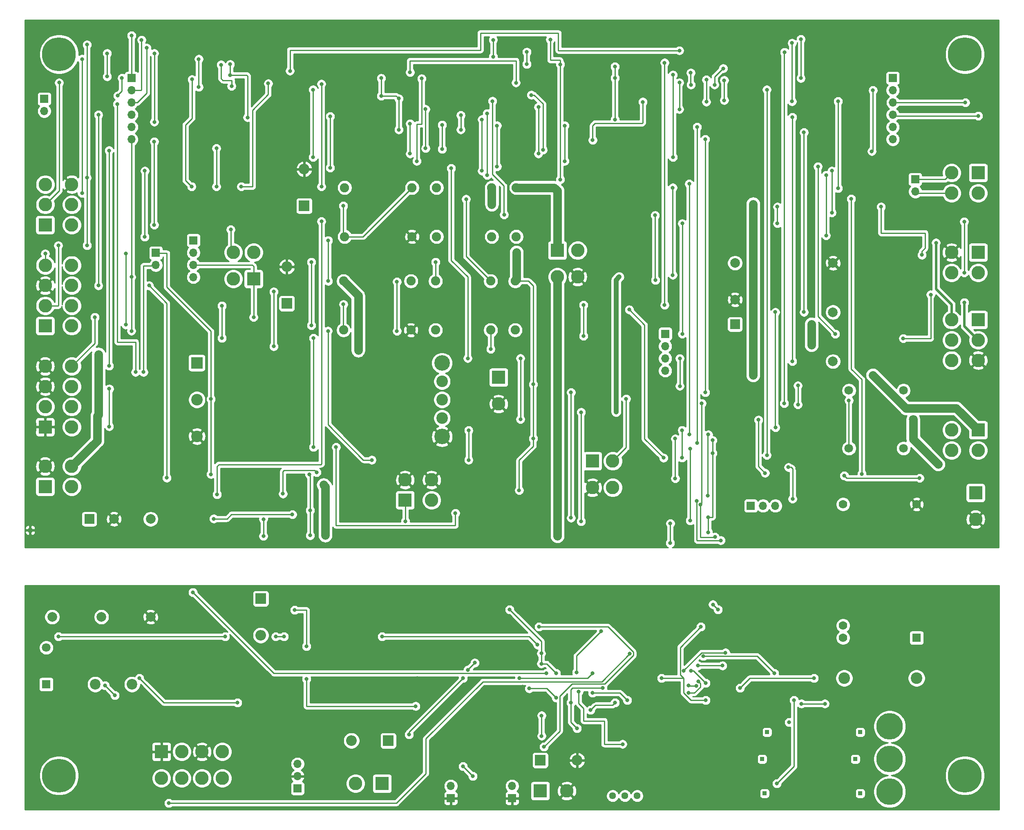
<source format=gbr>
%TF.GenerationSoftware,KiCad,Pcbnew,(5.1.6)-1*%
%TF.CreationDate,2021-02-09T19:00:34-05:00*%
%TF.ProjectId,TSI_Rev.5,5453495f-5265-4762-9e35-2e6b69636164,rev?*%
%TF.SameCoordinates,Original*%
%TF.FileFunction,Copper,L2,Bot*%
%TF.FilePolarity,Positive*%
%FSLAX46Y46*%
G04 Gerber Fmt 4.6, Leading zero omitted, Abs format (unit mm)*
G04 Created by KiCad (PCBNEW (5.1.6)-1) date 2021-02-09 19:00:34*
%MOMM*%
%LPD*%
G01*
G04 APERTURE LIST*
%TA.AperFunction,ComponentPad*%
%ADD10C,2.000000*%
%TD*%
%TA.AperFunction,ComponentPad*%
%ADD11R,2.000000X2.000000*%
%TD*%
%TA.AperFunction,ComponentPad*%
%ADD12R,0.850000X0.850000*%
%TD*%
%TA.AperFunction,ComponentPad*%
%ADD13O,1.700000X1.700000*%
%TD*%
%TA.AperFunction,ComponentPad*%
%ADD14R,1.700000X1.700000*%
%TD*%
%TA.AperFunction,ComponentPad*%
%ADD15R,2.800000X2.800000*%
%TD*%
%TA.AperFunction,ComponentPad*%
%ADD16C,2.800000*%
%TD*%
%TA.AperFunction,ComponentPad*%
%ADD17C,1.905000*%
%TD*%
%TA.AperFunction,ComponentPad*%
%ADD18C,1.778000*%
%TD*%
%TA.AperFunction,ComponentPad*%
%ADD19R,1.778000X1.778000*%
%TD*%
%TA.AperFunction,ComponentPad*%
%ADD20C,2.400000*%
%TD*%
%TA.AperFunction,ComponentPad*%
%ADD21R,2.200000X2.200000*%
%TD*%
%TA.AperFunction,ComponentPad*%
%ADD22O,2.200000X2.200000*%
%TD*%
%TA.AperFunction,ComponentPad*%
%ADD23C,5.500000*%
%TD*%
%TA.AperFunction,ComponentPad*%
%ADD24R,1.800000X1.800000*%
%TD*%
%TA.AperFunction,ComponentPad*%
%ADD25C,1.800000*%
%TD*%
%TA.AperFunction,ComponentPad*%
%ADD26C,2.200000*%
%TD*%
%TA.AperFunction,ComponentPad*%
%ADD27C,1.808000*%
%TD*%
%TA.AperFunction,ComponentPad*%
%ADD28C,3.226000*%
%TD*%
%TA.AperFunction,ComponentPad*%
%ADD29R,2.400000X2.400000*%
%TD*%
%TA.AperFunction,ComponentPad*%
%ADD30C,1.440000*%
%TD*%
%TA.AperFunction,ComponentPad*%
%ADD31C,7.000000*%
%TD*%
%TA.AperFunction,ViaPad*%
%ADD32C,0.800000*%
%TD*%
%TA.AperFunction,Conductor*%
%ADD33C,0.500000*%
%TD*%
%TA.AperFunction,Conductor*%
%ADD34C,0.250000*%
%TD*%
%TA.AperFunction,Conductor*%
%ADD35C,1.800000*%
%TD*%
%TA.AperFunction,Conductor*%
%ADD36C,1.000000*%
%TD*%
%TA.AperFunction,Conductor*%
%ADD37C,0.254000*%
%TD*%
G04 APERTURE END LIST*
D10*
%TO.P,PS1,6*%
%TO.N,Net-(PS1-Pad6)*%
X126887600Y-157007400D03*
%TO.P,PS1,5*%
%TO.N,/DC_RELAY-*%
X126887600Y-177307400D03*
%TO.P,PS1,4*%
%TO.N,Net-(PS1-Pad4)*%
X116687600Y-177307400D03*
%TO.P,PS1,3*%
%TO.N,/PC_RELAY+*%
X106487600Y-177307400D03*
%TO.P,PS1,2*%
%TO.N,/AIRS-*%
X119287600Y-157007400D03*
D11*
%TO.P,PS1,1*%
%TO.N,/24V*%
X114187600Y-157007400D03*
%TD*%
D12*
%TO.P,J29,1*%
%TO.N,/AIRS-*%
X101942900Y-159334200D03*
%TD*%
D13*
%TO.P,J23 I2C,2*%
%TO.N,/SCL*%
X104838500Y-72415400D03*
D14*
%TO.P,J23 I2C,1*%
%TO.N,/SDA*%
X104838500Y-69875400D03*
%TD*%
D13*
%TO.P,J21,4*%
%TO.N,/Brake_Light*%
X233514900Y-126238000D03*
%TO.P,J21,3*%
%TO.N,/BOT_Out*%
X233514900Y-123698000D03*
%TO.P,J21,2*%
%TO.N,/12V_Cooling*%
X233514900Y-121158000D03*
D14*
%TO.P,J21,1*%
%TO.N,/Drive_BTN*%
X233514900Y-118618000D03*
%TD*%
D13*
%TO.P,J19,4*%
%TO.N,/Throttle_SEL*%
X135737600Y-106832400D03*
%TO.P,J19,3*%
%TO.N,/IMD_Status*%
X135737600Y-104292400D03*
%TO.P,J19,2*%
%TO.N,/TSAL*%
X135737600Y-101752400D03*
D14*
%TO.P,J19,1*%
%TO.N,/SL1_In*%
X135737600Y-99212400D03*
%TD*%
D10*
%TO.P,U41,6*%
%TO.N,Net-(U41-Pad6)*%
X247972420Y-103912040D03*
%TO.P,U41,5*%
%TO.N,/AIRS-*%
X268272420Y-103912040D03*
%TO.P,U41,4*%
%TO.N,/5V*%
X268272420Y-114112040D03*
%TO.P,U41,3*%
%TO.N,/10V*%
X268272420Y-124312040D03*
%TO.P,U41,2*%
%TO.N,/AIRS-*%
X247972420Y-111512040D03*
D11*
%TO.P,U41,1*%
%TO.N,/24V*%
X247972420Y-116612040D03*
%TD*%
D13*
%TO.P,J13.2 Logic,6*%
%TO.N,/PC_Ready*%
X280672540Y-78257400D03*
%TO.P,J13.2 Logic,5*%
%TO.N,/RTDS_CTRL*%
X280672540Y-75717400D03*
%TO.P,J13.2 Logic,4*%
%TO.N,/BP_CAN+*%
X280672540Y-73177400D03*
%TO.P,J13.2 Logic,3*%
%TO.N,/BP_CAN-*%
X280697940Y-70637400D03*
%TO.P,J13.2 Logic,2*%
%TO.N,/SR_CTRL*%
X280672540Y-68097400D03*
D14*
%TO.P,J13.2 Logic,1*%
%TO.N,/AMS_FAULT_LED*%
X280672540Y-65557400D03*
%TD*%
D15*
%TO.P,J9 GLV,1*%
%TO.N,/24V*%
X105041700Y-150266400D03*
D16*
%TO.P,J9 GLV,2*%
%TO.N,/AIRS-*%
X105041700Y-146066400D03*
%TO.P,J9 GLV,3*%
%TO.N,/SL1_In*%
X110541700Y-150266400D03*
%TO.P,J9 GLV,4*%
%TO.N,/COOL_24V*%
X110541700Y-146066400D03*
%TD*%
D17*
%TO.P,K3,10*%
%TO.N,/SL1_In*%
X166852600Y-107657900D03*
%TO.P,K3,9*%
%TO.N,/IMD_Button_RTN*%
X180822600Y-107657900D03*
%TO.P,K3,8*%
%TO.N,/IMD_FAULT_LED*%
X185915300Y-107657900D03*
%TO.P,K3,7*%
%TO.N,/CAN_GLV_POWER/SL1_IMD_Out*%
X197345300Y-107657900D03*
%TO.P,K3,6*%
%TO.N,/24V*%
X202425300Y-107657900D03*
%TO.P,K3,5*%
%TO.N,Net-(K3-Pad5)*%
X202425300Y-117817900D03*
%TO.P,K3,4*%
%TO.N,/IMD_Status*%
X197345300Y-117817900D03*
%TO.P,K3,3*%
%TO.N,Net-(K3-Pad3)*%
X185915300Y-117817900D03*
%TO.P,K3,2*%
%TO.N,/AIRS-*%
X180822600Y-117817900D03*
%TO.P,K3,1*%
%TO.N,/IMD_Button_RTN*%
X166852600Y-117817900D03*
%TD*%
D13*
%TO.P,JP3,2*%
%TO.N,/Chassis_GND*%
X285318200Y-89090500D03*
D14*
%TO.P,JP3,1*%
%TO.N,/CAN_Shield*%
X285318200Y-86550500D03*
%TD*%
D13*
%TO.P,J13.1 Logic,6*%
%TO.N,/Throttle_SEL*%
X122908060Y-78257400D03*
%TO.P,J13.1 Logic,5*%
%TO.N,/Cooling_CTRL*%
X122933460Y-75717400D03*
%TO.P,J13.1 Logic,4*%
%TO.N,/Safety_Loop*%
X122933460Y-73177400D03*
%TO.P,J13.1 Logic,3*%
%TO.N,/5V_ISO_RTN*%
X122933460Y-70637400D03*
%TO.P,J13.1 Logic,2*%
%TO.N,/SDA*%
X122933460Y-68097400D03*
D14*
%TO.P,J13.1 Logic,1*%
%TO.N,/SCL*%
X122933460Y-65557400D03*
%TD*%
D18*
%TO.P,U1,12*%
%TO.N,/AIRS-*%
X285597600Y-153949400D03*
%TO.P,U1,13*%
%TO.N,/TSAL*%
X270357600Y-153949400D03*
%TO.P,U1,23*%
%TO.N,/HV-*%
X270357600Y-179095400D03*
%TO.P,U1,24*%
X270357600Y-181635400D03*
D19*
%TO.P,U1,1*%
%TO.N,/HV+*%
X285597600Y-181635400D03*
%TD*%
D20*
%TO.P,C14,1*%
%TO.N,/HV+*%
X285597600Y-190017400D03*
%TO.P,C14,2*%
%TO.N,/HV-*%
X270597600Y-190017400D03*
%TD*%
D21*
%TO.P,D5,1*%
%TO.N,/AMS_Button_RTN*%
X158711900Y-92062300D03*
D22*
%TO.P,D5,2*%
%TO.N,/AIRS-*%
X158711900Y-84442300D03*
%TD*%
D21*
%TO.P,D8,1*%
%TO.N,/5HV*%
X149707600Y-173507400D03*
D22*
%TO.P,D8,2*%
%TO.N,Net-(D7-Pad1)*%
X149707600Y-181127400D03*
%TD*%
%TO.P,D9,2*%
%TO.N,/AIRS-*%
X155111700Y-104672000D03*
D21*
%TO.P,D9,1*%
%TO.N,/IMD_Button_RTN*%
X155111700Y-112292000D03*
%TD*%
%TO.P,D16,1*%
%TO.N,/DC_RELAY+*%
X207619600Y-207035400D03*
D22*
%TO.P,D16,2*%
%TO.N,/DC_RELAY-*%
X215239600Y-207035400D03*
%TD*%
%TO.P,D17,2*%
%TO.N,/PC_RELAY-*%
X168503600Y-202971400D03*
D21*
%TO.P,D17,1*%
%TO.N,/PC_RELAY+*%
X176123600Y-202971400D03*
%TD*%
D23*
%TO.P,J1 HV,1*%
%TO.N,/MC+*%
X280009600Y-213551400D03*
%TO.P,J1 HV,2*%
%TO.N,/HV-*%
X280009600Y-206781400D03*
%TO.P,J1 HV,3*%
%TO.N,/HV+*%
X280009600Y-200011400D03*
%TD*%
D16*
%TO.P,J3 PC,2*%
%TO.N,/PC_RELAY-*%
X169353600Y-211861400D03*
D15*
%TO.P,J3 PC,1*%
%TO.N,/PC_RELAY+*%
X174853600Y-211861400D03*
%TD*%
D16*
%TO.P,J4 MC,8*%
%TO.N,/Brake_Pressed_HV*%
X141733600Y-210757400D03*
%TO.P,J4 MC,7*%
%TO.N,Net-(J4-Pad7)*%
X137533600Y-210757400D03*
%TO.P,J4 MC,6*%
%TO.N,Net-(J4-Pad6)*%
X133333600Y-210757400D03*
%TO.P,J4 MC,5*%
%TO.N,/Throttle_HV*%
X129133600Y-210757400D03*
%TO.P,J4 MC,4*%
%TO.N,Net-(J4-Pad4)*%
X141733600Y-205257400D03*
%TO.P,J4 MC,3*%
%TO.N,/DC_RELAY-*%
X137533600Y-205257400D03*
%TO.P,J4 MC,2*%
%TO.N,/IGNI_VCC*%
X133333600Y-205257400D03*
D15*
%TO.P,J4 MC,1*%
%TO.N,/DC_RELAY-*%
X129133600Y-205257400D03*
%TD*%
D16*
%TO.P,J5 IMD,8*%
%TO.N,/IMD_Status*%
X110541700Y-125322000D03*
%TO.P,J5 IMD,7*%
%TO.N,Net-(J5-Pad7)*%
X110541700Y-129522000D03*
%TO.P,J5 IMD,6*%
%TO.N,Net-(J5-Pad6)*%
X110541700Y-133722000D03*
%TO.P,J5 IMD,5*%
%TO.N,/IMD_MHS*%
X110541700Y-137922000D03*
%TO.P,J5 IMD,4*%
%TO.N,/AIRS-*%
X105041700Y-125322000D03*
%TO.P,J5 IMD,3*%
X105041700Y-129522000D03*
%TO.P,J5 IMD,2*%
%TO.N,/24V*%
X105041700Y-133722000D03*
D15*
%TO.P,J5 IMD,1*%
%TO.N,/AIRS-*%
X105041700Y-137922000D03*
%TD*%
D16*
%TO.P,J6,4*%
%TO.N,/Chassis_GND*%
X292854750Y-89417000D03*
%TO.P,J6,3*%
%TO.N,/CAN_Shield*%
X292854750Y-85217000D03*
%TO.P,J6,2*%
%TO.N,/BP_CAN-*%
X298354750Y-89417000D03*
D15*
%TO.P,J6,1*%
%TO.N,/BP_CAN+*%
X298354750Y-85217000D03*
%TD*%
D16*
%TO.P,J7,4*%
%TO.N,Net-(J7-Pad4)*%
X292854750Y-105927000D03*
%TO.P,J7,3*%
%TO.N,/AIRS-*%
X292854750Y-101727000D03*
%TO.P,J7,2*%
%TO.N,/Drive_LED*%
X298354750Y-105927000D03*
D15*
%TO.P,J7,1*%
%TO.N,/Drive_BTN*%
X298354750Y-101727000D03*
%TD*%
D16*
%TO.P,J8 COOL PWR,2*%
%TO.N,/AIRS-*%
X198996300Y-133134100D03*
D15*
%TO.P,J8 COOL PWR,1*%
%TO.N,/12V_Cooling*%
X198996300Y-127634100D03*
%TD*%
%TO.P,J10 DASH,1*%
%TO.N,/24V*%
X105041700Y-116967000D03*
D16*
%TO.P,J10 DASH,2*%
%TO.N,/AMS_FAULT_LED*%
X105041700Y-112767000D03*
%TO.P,J10 DASH,3*%
%TO.N,/AIRS-*%
X105041700Y-108567000D03*
%TO.P,J10 DASH,4*%
%TO.N,/IMD_FAULT_LED*%
X105041700Y-104367000D03*
%TO.P,J10 DASH,5*%
%TO.N,/Gen_Fault_EPAL*%
X110541700Y-116967000D03*
%TO.P,J10 DASH,6*%
%TO.N,/TSAL*%
X110541700Y-112767000D03*
%TO.P,J10 DASH,7*%
%TO.N,/Safety_Loop*%
X110541700Y-108567000D03*
%TO.P,J10 DASH,8*%
%TO.N,Net-(J10-Pad8)*%
X110541700Y-104367000D03*
%TD*%
%TO.P,J11 BP PWR,4*%
%TO.N,/AIRS-*%
X215361700Y-106792000D03*
%TO.P,J11 BP PWR,3*%
%TO.N,/AIRS+*%
X211161700Y-106792000D03*
%TO.P,J11 BP PWR,2*%
%TO.N,/24V_BP_Out*%
X215361700Y-101292000D03*
D15*
%TO.P,J11 BP PWR,1*%
%TO.N,/24V*%
X211161700Y-101292000D03*
%TD*%
%TO.P,J12 MRST SLOOP,1*%
%TO.N,/AIRS+*%
X218440000Y-144983200D03*
D16*
%TO.P,J12 MRST SLOOP,2*%
%TO.N,/GEN_Fault_LED*%
X222640000Y-144983200D03*
%TO.P,J12 MRST SLOOP,3*%
%TO.N,/AIRS-*%
X218440000Y-150483200D03*
%TO.P,J12 MRST SLOOP,4*%
%TO.N,Net-(J12-Pad4)*%
X222640000Y-150483200D03*
%TD*%
D12*
%TO.P,J13,1*%
%TO.N,Net-(C4-Pad1)*%
X254101600Y-213893400D03*
%TD*%
D15*
%TO.P,J14 TSAL,1*%
%TO.N,/TSAL*%
X297827700Y-151574500D03*
D16*
%TO.P,J14 TSAL,2*%
%TO.N,/AIRS-*%
X297827700Y-157074500D03*
%TD*%
D15*
%TO.P,J15 Throt. Plaus.,1*%
%TO.N,/10V*%
X105041700Y-96012000D03*
D16*
%TO.P,J15 Throt. Plaus.,2*%
%TO.N,/APPS1*%
X105041700Y-91812000D03*
%TO.P,J15 Throt. Plaus.,3*%
%TO.N,/APPS1_RTN*%
X105041700Y-87612000D03*
%TO.P,J15 Throt. Plaus.,4*%
X110541700Y-96012000D03*
%TO.P,J15 Throt. Plaus.,5*%
%TO.N,/APPS2*%
X110541700Y-91812000D03*
%TO.P,J15 Throt. Plaus.,6*%
%TO.N,/AIRS-*%
X110541700Y-87612000D03*
%TD*%
%TO.P,J16,4*%
%TO.N,/Brake_Light*%
X292854750Y-142757000D03*
%TO.P,J16,3*%
%TO.N,/24V*%
X292854750Y-138557000D03*
%TO.P,J16,2*%
%TO.N,/BOT_Out*%
X298354750Y-142757000D03*
D15*
%TO.P,J16,1*%
%TO.N,/SL1_Out*%
X298354750Y-138557000D03*
%TD*%
%TO.P,J17 Light RTDS,1*%
%TO.N,/Brake_Light*%
X179616100Y-153085800D03*
D16*
%TO.P,J17 Light RTDS,2*%
%TO.N,/AIRS-*%
X179616100Y-148885800D03*
%TO.P,J17 Light RTDS,3*%
%TO.N,/RTDS*%
X185116100Y-153085800D03*
%TO.P,J17 Light RTDS,4*%
%TO.N,/AIRS-*%
X185116100Y-148885800D03*
%TD*%
%TO.P,J18,6*%
%TO.N,Net-(J18-Pad6)*%
X292854750Y-124097000D03*
%TO.P,J18,5*%
%TO.N,/3.3V*%
X292854750Y-119897000D03*
%TO.P,J18,4*%
X292854750Y-115697000D03*
%TO.P,J18,3*%
%TO.N,/AIRS-*%
X298354750Y-124097000D03*
%TO.P,J18,2*%
%TO.N,/5V*%
X298354750Y-119897000D03*
D15*
%TO.P,J18,1*%
%TO.N,/Flowrate*%
X298354750Y-115697000D03*
%TD*%
%TO.P,J20 Discharge ,1*%
%TO.N,/DC_RELAY+*%
X207619600Y-213385400D03*
D16*
%TO.P,J20 Discharge ,2*%
%TO.N,/DC_RELAY-*%
X213119600Y-213385400D03*
%TD*%
D15*
%TO.P,J22 LSP,1*%
%TO.N,/IMD_Status*%
X148221700Y-107213400D03*
D16*
%TO.P,J22 LSP,2*%
%TO.N,/IMD_Button_RTN*%
X144021700Y-107213400D03*
%TO.P,J22 LSP,3*%
%TO.N,/24V_BP_Out*%
X148221700Y-101713400D03*
%TO.P,J22 LSP,4*%
%TO.N,/AMS_Button_RTN*%
X144021700Y-101713400D03*
%TD*%
D12*
%TO.P,J27,1*%
%TO.N,Net-(C9-Pad1)*%
X253593600Y-206781400D03*
%TD*%
%TO.P,J28,1*%
%TO.N,/MC+*%
X273913600Y-213893400D03*
%TD*%
%TO.P,J24,1*%
%TO.N,/HV+*%
X273913600Y-201193400D03*
%TD*%
%TO.P,J25,1*%
%TO.N,/HV-*%
X272897600Y-206781400D03*
%TD*%
%TO.P,J26,1*%
%TO.N,Net-(C48-Pad1)*%
X254609600Y-201193400D03*
%TD*%
D14*
%TO.P,JP1,1*%
%TO.N,Net-(JP1-Pad1)*%
X251244100Y-154266900D03*
D13*
%TO.P,JP1,2*%
%TO.N,Net-(JP1-Pad2)*%
X253784100Y-154266900D03*
%TO.P,JP1,3*%
%TO.N,/TSI-TP/Pedal_Out*%
X256324100Y-154266900D03*
%TD*%
%TO.P,JP2,3*%
%TO.N,Net-(J4-Pad7)*%
X157327600Y-207797400D03*
%TO.P,JP2,2*%
%TO.N,/DC_RELAY-*%
X157327600Y-210337400D03*
D14*
%TO.P,JP2,1*%
%TO.N,Net-(J4-Pad6)*%
X157327600Y-212877400D03*
%TD*%
D13*
%TO.P,JP4,2*%
%TO.N,Net-(D7-Pad1)*%
X201777600Y-212369400D03*
D14*
%TO.P,JP4,1*%
%TO.N,/DC_RELAY-*%
X201777600Y-214909400D03*
%TD*%
%TO.P,JP5,1*%
%TO.N,/DC_RELAY-*%
X189077600Y-214909400D03*
D13*
%TO.P,JP5,2*%
%TO.N,/PC_RELAY-*%
X189077600Y-212369400D03*
%TD*%
D24*
%TO.P,K1,A1*%
%TO.N,/5HV*%
X105257600Y-191287400D03*
D25*
%TO.P,K1,A2*%
%TO.N,Net-(D7-Pad1)*%
X105257600Y-183667400D03*
D26*
%TO.P,K1,11*%
%TO.N,/IGNI_VCC*%
X115417600Y-191287400D03*
%TO.P,K1,14*%
%TO.N,/PC_RELAY+*%
X123037600Y-191287400D03*
%TD*%
D27*
%TO.P,K2,5*%
%TO.N,Net-(D3-Pad2)*%
X282876795Y-142341600D03*
%TO.P,K2,4*%
%TO.N,/GEN_Fault_LED*%
X271576800Y-142341600D03*
%TO.P,K2,3*%
%TO.N,Net-(K2-Pad3)*%
X271576800Y-130341602D03*
%TO.P,K2,2*%
%TO.N,/24V*%
X282876795Y-130341602D03*
%TO.P,K2,1*%
%TO.N,/BOT_Out*%
X284876797Y-136341601D03*
%TD*%
D17*
%TO.P,K4,1*%
%TO.N,/AMS_Button_RTN*%
X167081200Y-98437700D03*
%TO.P,K4,2*%
%TO.N,/AIRS-*%
X181051200Y-98437700D03*
%TO.P,K4,3*%
%TO.N,Net-(K4-Pad3)*%
X186143900Y-98437700D03*
%TO.P,K4,4*%
%TO.N,/24V_BP_Out*%
X197573900Y-98437700D03*
%TO.P,K4,5*%
%TO.N,Net-(K4-Pad5)*%
X202653900Y-98437700D03*
%TO.P,K4,6*%
%TO.N,/24V*%
X202653900Y-88277700D03*
%TO.P,K4,7*%
%TO.N,/SL1_Out*%
X197573900Y-88277700D03*
%TO.P,K4,8*%
%TO.N,/AMS_FAULT_LED*%
X186143900Y-88277700D03*
%TO.P,K4,9*%
%TO.N,/AMS_Button_RTN*%
X181051200Y-88277700D03*
%TO.P,K4,10*%
%TO.N,/CAN_GLV_POWER/SL1_IMD_Out*%
X167081200Y-88277700D03*
%TD*%
D20*
%TO.P,PS2,5*%
%TO.N,Net-(PS2-Pad5)*%
X187274200Y-136080500D03*
%TO.P,PS2,7*%
%TO.N,Net-(PS2-Pad7)*%
X187274200Y-128460500D03*
%TO.P,PS2,6*%
%TO.N,Net-(PS2-Pad6)*%
X187274200Y-132270500D03*
D28*
%TO.P,PS2,8*%
%TO.N,/12V_Cooling*%
X187274200Y-124650500D03*
D29*
%TO.P,PS2,1*%
%TO.N,/COOL_24V*%
X136474200Y-124630500D03*
D20*
%TO.P,PS2,2*%
%TO.N,/CAN_GLV_POWER/Cooling_power*%
X136474200Y-132250500D03*
D28*
%TO.P,PS2,4*%
%TO.N,/AIRS-*%
X187274200Y-139890500D03*
D20*
%TO.P,PS2,3*%
X136474200Y-139870500D03*
%TD*%
D30*
%TO.P,RV3,1*%
%TO.N,Net-(R2-Pad2)*%
X227685600Y-214401400D03*
%TO.P,RV3,2*%
%TO.N,Net-(RV3-Pad2)*%
X225145600Y-214401400D03*
%TO.P,RV3,3*%
%TO.N,Net-(RV3-Pad3)*%
X222605600Y-214401400D03*
%TD*%
D31*
%TO.P,U14,1*%
%TO.N,N/C*%
X107914700Y-210207000D03*
%TD*%
%TO.P,U15,1*%
%TO.N,N/C*%
X107914700Y-60607000D03*
%TD*%
%TO.P,U17,1*%
%TO.N,/Chassis_GND*%
X295614700Y-60607000D03*
%TD*%
%TO.P,U2,1*%
%TO.N,N/C*%
X295614700Y-210207000D03*
%TD*%
D14*
%TO.P,J30,1*%
%TO.N,/5V*%
X127965200Y-101803200D03*
D13*
%TO.P,J30,2*%
%TO.N,/CAN_GLV_POWER/Cooling_power*%
X127965200Y-104343200D03*
%TD*%
D32*
%TO.N,/3.3V*%
X289623500Y-99710240D03*
X196623354Y-72903654D03*
X196623354Y-85680346D03*
X266850046Y-85680346D03*
X266850046Y-98203654D03*
X140661700Y-151917000D03*
X162286700Y-95282000D03*
%TO.N,/5V*%
X242423029Y-159736400D03*
X259041900Y-146265900D03*
X259905500Y-152831800D03*
X295495980Y-112100360D03*
X174661700Y-69267000D03*
X178311700Y-69817000D03*
X178311700Y-76267000D03*
X191161700Y-76267000D03*
X191161700Y-73267000D03*
X205756700Y-69062000D03*
X262261700Y-76817000D03*
X262261700Y-114092000D03*
X256336700Y-114092000D03*
X139386700Y-132117000D03*
X139386700Y-147717000D03*
X159944400Y-155224700D03*
X159786700Y-147717000D03*
X159944400Y-160399700D03*
X234576500Y-157917000D03*
X256356100Y-138017000D03*
X243332000Y-143344900D03*
X234538171Y-161995771D03*
X242423029Y-156616400D03*
X243332000Y-140677900D03*
X208178600Y-80467000D03*
X174661700Y-65571500D03*
%TO.N,/AIRS-*%
X143992600Y-162267900D03*
X154025600Y-162267900D03*
X213842600Y-162267900D03*
X284426660Y-110500160D03*
X270446500Y-111577120D03*
X159111700Y-72067000D03*
X166511700Y-61617000D03*
X161936700Y-61617000D03*
X240241700Y-61062000D03*
X238486700Y-73567000D03*
X238486700Y-78842000D03*
X214456700Y-79222000D03*
X224586700Y-80342000D03*
X276301200Y-143256000D03*
X220725100Y-121703200D03*
X238486700Y-69323200D03*
X159211700Y-76367000D03*
X191897000Y-148894800D03*
X227330000Y-151765000D03*
X227330000Y-147320000D03*
X144319100Y-153368900D03*
X136398000Y-162306000D03*
X278384000Y-90424000D03*
X246354600Y-161061400D03*
X260858000Y-146558000D03*
X263906000Y-146050000D03*
X131826000Y-69342000D03*
X145542000Y-77978000D03*
X132334000Y-80772000D03*
X213868000Y-72136000D03*
X187452000Y-69596000D03*
X227812600Y-160045400D03*
X289712400Y-155600400D03*
X247396000Y-146812000D03*
X264001000Y-138017000D03*
X228258000Y-105802800D03*
X156514800Y-152908000D03*
X281965400Y-96342200D03*
X143814800Y-70256400D03*
X208381600Y-132791200D03*
X273812000Y-116992400D03*
%TO.N,/24V*%
X263807580Y-116612040D03*
X263807580Y-120935120D03*
X270611700Y-148017000D03*
X202686700Y-101692000D03*
X210497400Y-88277700D03*
X235076000Y-88277700D03*
X235076000Y-106402700D03*
X203244450Y-151047450D03*
X117877539Y-65236039D03*
X127650460Y-60429360D03*
X117877539Y-60429360D03*
X127650460Y-74647840D03*
X206159100Y-129082800D03*
X161290000Y-147320000D03*
X154305000Y-151765000D03*
X235585000Y-140335000D03*
X235585000Y-148590000D03*
X286211700Y-148517000D03*
X206159100Y-140296900D03*
%TO.N,/10V*%
X235111699Y-81967001D03*
X235111699Y-64891999D03*
X236442700Y-66498000D03*
X236442700Y-72036000D03*
X125661700Y-98492000D03*
X125686700Y-84792000D03*
X259861700Y-124292000D03*
X259861700Y-73692000D03*
X160544100Y-67967000D03*
X160544100Y-81967001D03*
%TO.N,Net-(C4-Pad1)*%
X256641600Y-211861400D03*
X260197600Y-194589400D03*
%TO.N,/1.24V_REF*%
X203301600Y-190017400D03*
X218441601Y-189004231D03*
X218441601Y-193065400D03*
X225653600Y-194589400D03*
%TO.N,/TSI-TP/APPS1_ISO*%
X162286300Y-66783600D03*
X162286300Y-88061800D03*
%TO.N,/APPS1_RTN*%
X127632460Y-78729840D03*
X127632460Y-96012000D03*
%TO.N,/PC_RELAY+*%
X144881600Y-195097400D03*
X124561600Y-190017400D03*
X192633600Y-188276400D03*
X191617600Y-190017400D03*
X180441600Y-201701400D03*
X194056000Y-186826399D03*
%TO.N,/DC_RELAY-*%
X233781600Y-186969400D03*
X242417600Y-171221400D03*
X226669600Y-172745400D03*
X139801600Y-172745400D03*
X154533600Y-172237400D03*
X261721600Y-193941700D03*
X182118000Y-189992000D03*
X195834000Y-200660000D03*
X190500000Y-182880000D03*
X230886000Y-182626000D03*
X247142000Y-179070000D03*
X213868000Y-171704000D03*
X203962000Y-191770000D03*
X203200000Y-184150000D03*
X218694000Y-201930000D03*
X218714931Y-194815102D03*
X236565598Y-201193400D03*
X215900000Y-181864000D03*
X228092000Y-192532000D03*
X267208000Y-199136000D03*
%TO.N,/COOL_24V*%
X116065300Y-122821700D03*
X116065300Y-133769100D03*
%TO.N,Net-(C15-Pad1)*%
X136861700Y-61617000D03*
X136861700Y-67417000D03*
%TO.N,/TSAL*%
X141661700Y-112767000D03*
X141661700Y-119492000D03*
X160636700Y-119492000D03*
X160636700Y-142092000D03*
X165317500Y-142092000D03*
X190030100Y-155778200D03*
%TO.N,/5HV*%
X232765600Y-190017400D03*
X241909600Y-194589400D03*
X240893600Y-179349400D03*
X259181600Y-199161400D03*
X213969600Y-195097400D03*
X220573600Y-192049400D03*
X201269600Y-175793400D03*
X207827947Y-187015053D03*
X210921600Y-189001400D03*
X207827947Y-184868753D03*
X261721600Y-195313300D03*
X266598400Y-195313300D03*
X215252300Y-200431400D03*
%TO.N,/Throttle_HV*%
X130657600Y-215925400D03*
X226161600Y-184937400D03*
%TO.N,/AMS_Button_RTN*%
X166816400Y-92062300D03*
X143484600Y-96964500D03*
%TO.N,Net-(D7-Pad1)*%
X107797600Y-181381400D03*
X142341600Y-181381400D03*
X191617600Y-208305400D03*
X193649600Y-210337400D03*
X152792600Y-181381400D03*
X154533600Y-181381400D03*
X174853600Y-181381400D03*
X207053253Y-183101053D03*
%TO.N,/IMD_Button_RTN*%
X177927000Y-107797600D03*
X177927000Y-118021100D03*
X166832500Y-112471200D03*
%TO.N,/DC_RELAY+*%
X207365600Y-179349400D03*
X208381600Y-204241400D03*
%TO.N,/A1_HV*%
X238358253Y-193060747D03*
X240385600Y-190682293D03*
%TO.N,/IGNI_VCC*%
X117449600Y-191541400D03*
X119481600Y-193573400D03*
%TO.N,/IMD_Status*%
X115332900Y-115138200D03*
X148221700Y-115157000D03*
X197345300Y-121742200D03*
X233386700Y-112624800D03*
X216580500Y-119031800D03*
X216580500Y-112624800D03*
X233386700Y-62370900D03*
%TO.N,/IMD_MHS*%
X118305580Y-137810240D03*
X118313200Y-129997200D03*
%TO.N,/BP_CAN-*%
X295694100Y-70637400D03*
%TO.N,/BP_CAN+*%
X298354750Y-73399650D03*
%TO.N,/Drive_LED*%
X295466660Y-105927000D03*
X295466660Y-95327360D03*
%TO.N,/Drive_BTN*%
X237045500Y-118618000D03*
X286707580Y-102229920D03*
X278244300Y-92252800D03*
X237045500Y-95707200D03*
X256755900Y-95707200D03*
X256755900Y-92252800D03*
%TO.N,/SL1_In*%
X169900600Y-122047000D03*
X163677600Y-107657900D03*
X163677600Y-99237800D03*
%TO.N,/AMS_FAULT_LED*%
X107759500Y-100279200D03*
X113703100Y-100279200D03*
X113686700Y-86217000D03*
X261607300Y-57505600D03*
X261607300Y-65582800D03*
X113703100Y-58635900D03*
%TO.N,/IMD_FAULT_LED*%
X105041700Y-101972000D03*
X121756700Y-101972000D03*
X121756700Y-116712000D03*
X160186700Y-116842000D03*
X160186700Y-103717000D03*
X185936700Y-103717000D03*
%TO.N,/GEN_Fault_LED*%
X271576800Y-132407100D03*
X225425000Y-132080000D03*
%TO.N,/Safety_Loop*%
X139979400Y-156946600D03*
X116065300Y-73177400D03*
X116065300Y-108585000D03*
X130238500Y-148463000D03*
X126580900Y-108585000D03*
X156260800Y-156057600D03*
%TO.N,/AIRS+*%
X163093400Y-160401000D03*
X162864800Y-150063200D03*
X211175300Y-160553400D03*
X211175300Y-145084500D03*
%TO.N,/SR_CTRL*%
X276555200Y-68097400D03*
X276313900Y-80746600D03*
%TO.N,/RTDS_CTRL*%
X240111300Y-75717400D03*
X240111300Y-141216600D03*
%TO.N,/PC_Ready*%
X241811701Y-130741999D03*
X150261700Y-157042000D03*
X150261700Y-160542000D03*
X213995000Y-156767000D03*
X213995000Y-130742000D03*
X241811701Y-78257400D03*
%TO.N,/Throttle_SEL*%
X122908060Y-117995640D03*
X163636700Y-117995640D03*
X172707300Y-144754600D03*
X192773300Y-144754600D03*
X192773300Y-138617001D03*
X122908060Y-106817160D03*
X237014600Y-144294900D03*
X237014600Y-138589600D03*
%TO.N,/5V_ISO_RTN*%
X120002300Y-70942200D03*
X269318740Y-88417400D03*
X126083060Y-59309000D03*
X123761500Y-126542800D03*
X259791200Y-58293000D03*
X259791200Y-70396100D03*
X269318740Y-70385940D03*
%TO.N,/SDA*%
X243814600Y-160717400D03*
X258161700Y-133017000D03*
X258161700Y-133017000D03*
X241086700Y-133017000D03*
X240830100Y-154000200D03*
X258237301Y-60206201D03*
X197853900Y-57633200D03*
X125018800Y-57658000D03*
X197866000Y-61163200D03*
%TO.N,/SCL*%
X245021100Y-161442400D03*
X211761700Y-62717000D03*
X209686700Y-57567000D03*
X211761700Y-86592000D03*
X238486700Y-87492000D03*
X238486700Y-139492000D03*
X242436700Y-139492000D03*
X240080800Y-153250900D03*
X242316000Y-152184100D03*
X120942100Y-65557400D03*
X120078500Y-69215000D03*
X122933460Y-56746140D03*
%TO.N,/APPS1*%
X107932220Y-66507360D03*
%TO.N,/APPS2*%
X112661700Y-89417000D03*
X112661700Y-61617000D03*
%TO.N,/Brake_Light*%
X223961700Y-106792000D03*
X179666900Y-157505400D03*
X216090500Y-157505400D03*
X216090500Y-134848600D03*
X223336700Y-126245200D03*
X223393000Y-134848600D03*
%TO.N,/BOT_Out*%
X290060380Y-145653760D03*
X260997700Y-133273800D03*
X260997700Y-129336800D03*
X236537500Y-129438400D03*
X236537500Y-123698000D03*
%TO.N,/SL1_Out*%
X197573900Y-91779200D03*
X276536700Y-127167000D03*
X251736700Y-127167000D03*
X251736700Y-91667000D03*
%TO.N,/Flowrate*%
X198666700Y-75412000D03*
X265147901Y-83905799D03*
X268761700Y-118617000D03*
X282836700Y-119542000D03*
X288511700Y-110467000D03*
X198666700Y-83905799D03*
%TO.N,/CAN_GLV_POWER/SL1_IMD_Out*%
X192252600Y-90665300D03*
%TO.N,Net-(Q2-Pad3)*%
X189161700Y-84267000D03*
X164086700Y-84167000D03*
X164086700Y-73517000D03*
X203511100Y-123672600D03*
X203511100Y-136317000D03*
X192586100Y-123672600D03*
X252831600Y-136448800D03*
X254203200Y-147472400D03*
%TO.N,Net-(R4-Pad2)*%
X207902799Y-197768199D03*
X207902799Y-201997299D03*
%TO.N,/TSI-TP/APPS1_b*%
X135455660Y-65826640D03*
X135369300Y-88061800D03*
%TO.N,/D_LED_CTRL*%
X195536700Y-74142000D03*
X195536700Y-84792000D03*
X268036700Y-84792000D03*
X268036700Y-93467000D03*
%TO.N,Net-(R22-Pad1)*%
X141486700Y-62792000D03*
X143661700Y-67217000D03*
%TO.N,/TSI-TP/APPS2_b*%
X143366460Y-64912240D03*
X146961700Y-73717000D03*
X183861700Y-72017000D03*
X183861700Y-80115400D03*
X140516100Y-88061800D03*
X140516100Y-80115400D03*
X143366460Y-62696060D03*
%TO.N,/TSI-TP/APPS_DIFF*%
X155761700Y-64067000D03*
X236442700Y-59848000D03*
X151261700Y-66683000D03*
X145662900Y-88061800D03*
%TO.N,Net-(R28-Pad2)*%
X245736700Y-70167000D03*
X245736700Y-66017000D03*
%TO.N,Net-(R29-Pad1)*%
X238811700Y-64467000D03*
X238836700Y-66942000D03*
X245521700Y-63567000D03*
X243736700Y-66942000D03*
X204825600Y-60147200D03*
X204825600Y-62687200D03*
%TO.N,/TSI-TP/U8_Pin8*%
X223086700Y-74167000D03*
X223086700Y-65567000D03*
X223086700Y-63192000D03*
%TO.N,/TSI-TP/U8_Pin3*%
X218486700Y-78417000D03*
X228866700Y-70512000D03*
X242030700Y-65898000D03*
X242030700Y-70486000D03*
%TO.N,/Throttle_PL*%
X254561700Y-143767000D03*
X254569900Y-67972000D03*
%TO.N,/Sensors_Throttle_Voltage/SCL_HV*%
X243390947Y-174734747D03*
X244449600Y-175793400D03*
%TO.N,/CAN_GLV_POWER/SR_CTRL_Boosted*%
X274251200Y-147630100D03*
X272046700Y-90611960D03*
%TO.N,/Throttle_LV*%
X238663700Y-142394900D03*
X238663700Y-157335000D03*
%TO.N,Net-(R71-Pad1)*%
X118287800Y-80581500D03*
X118287800Y-125234700D03*
%TO.N,/PCDC_Circuit/Safety_Loop_HV*%
X208889600Y-189001400D03*
X135636000Y-172212000D03*
%TO.N,Net-(R89-Pad1)*%
X240312948Y-187404748D03*
X245392948Y-187404748D03*
%TO.N,Net-(R90-Pad1)*%
X239967600Y-191590741D03*
X238353600Y-191541400D03*
%TO.N,/TSV_Voltage*%
X246007600Y-184720400D03*
X237337600Y-188493400D03*
%TO.N,Net-(R91-Pad2)*%
X241909600Y-191033400D03*
X238861600Y-188493400D03*
%TO.N,Net-(R94-Pad1)*%
X264361599Y-190017400D03*
X249021600Y-192049400D03*
%TO.N,Net-(R95-Pad2)*%
X241401600Y-185445400D03*
X256133600Y-189001400D03*
%TO.N,/PCDC_Circuit/TSV_Ready*%
X215604000Y-192782100D03*
X224675700Y-203682600D03*
%TO.N,/PCDC_Circuit/PC_AND_SL_READY*%
X215138000Y-188823600D03*
X220230700Y-180276500D03*
%TO.N,/TSI-TP/U8_Pin14*%
X183047900Y-65655800D03*
X212684700Y-82780800D03*
X212684700Y-75414800D03*
X182026300Y-82780800D03*
%TO.N,/TSI-TP/U8_Pin13*%
X187286700Y-75267000D03*
X187286700Y-80292000D03*
%TO.N,/TSI-TP/U8_Pin12*%
X180643200Y-75017300D03*
X180643200Y-81242000D03*
X207236700Y-71567000D03*
X207236700Y-81242000D03*
%TO.N,/TSI-TP/U8_Pin9*%
X202581700Y-66522000D03*
X180643200Y-64362000D03*
%TO.N,Net-(U19-Pad13)*%
X210921600Y-194081400D03*
X205333600Y-192160402D03*
%TO.N,/TSI-TP/Brake_Pressed_uC*%
X197721700Y-70332000D03*
X200136700Y-93892000D03*
X231411700Y-94017000D03*
X231486700Y-107467000D03*
%TO.N,/PCDC_Circuit/PC_Ready_HV*%
X223113600Y-195097400D03*
X218033600Y-196621400D03*
X181800500Y-195821300D03*
X159181800Y-190157100D03*
X159181800Y-183400700D03*
X156743400Y-175869600D03*
%TO.N,/CAN_GLV_POWER/Cooling_power*%
X125425200Y-126542800D03*
%TO.N,/Gen_Fault_EPAL*%
X226060000Y-113575000D03*
X152400000Y-109855000D03*
X152400000Y-121208800D03*
X233172000Y-144322800D03*
%TD*%
D33*
%TO.N,/3.3V*%
X292854750Y-115697000D02*
X292854750Y-112532530D01*
X292854750Y-112532530D02*
X289623500Y-109301280D01*
X289623500Y-109301280D02*
X289623500Y-99710240D01*
D34*
X196623354Y-72903654D02*
X196623354Y-85680346D01*
X266850046Y-85680346D02*
X266850046Y-98203654D01*
X162286700Y-110867000D02*
X162286700Y-145567000D01*
X162286700Y-145567000D02*
X162161700Y-145692000D01*
X162161700Y-145692000D02*
X141036700Y-145692000D01*
X141036700Y-145692000D02*
X140661700Y-146067000D01*
X162286700Y-95282000D02*
X162286700Y-110867000D01*
X140661700Y-146067000D02*
X140661700Y-151917000D01*
%TO.N,/5V*%
X242423029Y-159658971D02*
X242423029Y-159736400D01*
X259041900Y-146265900D02*
X259588000Y-146265900D01*
X259588000Y-146265900D02*
X259905500Y-146583400D01*
X259905500Y-146583400D02*
X259905500Y-152831800D01*
X174661700Y-69267000D02*
X177761700Y-69267000D01*
X177761700Y-69267000D02*
X178311700Y-69817000D01*
X178311700Y-69817000D02*
X178311700Y-76267000D01*
X191161700Y-76267000D02*
X191161700Y-73267000D01*
X205736700Y-69042000D02*
X205756700Y-69062000D01*
X262261700Y-76817000D02*
X262261700Y-114092000D01*
X256336700Y-114092000D02*
X256336700Y-138017000D01*
X139386700Y-132117000D02*
X139386700Y-147717000D01*
X159944400Y-155224700D02*
X159944400Y-147724700D01*
X159936700Y-147717000D02*
X159786700Y-147717000D01*
X159944400Y-147724700D02*
X159936700Y-147717000D01*
X159944400Y-155224700D02*
X159944400Y-160399700D01*
X242442429Y-159717000D02*
X242423029Y-159736400D01*
X234576500Y-157917000D02*
X234576500Y-161462600D01*
X234576500Y-161462600D02*
X234581700Y-161467800D01*
D33*
X295495980Y-117038230D02*
X298354750Y-119897000D01*
X295495980Y-112100360D02*
X295495980Y-117038230D01*
D34*
X234576500Y-161462600D02*
X234576500Y-161957442D01*
X234576500Y-161957442D02*
X234538171Y-161995771D01*
X242423029Y-159736400D02*
X242423029Y-156616400D01*
X243332000Y-156616400D02*
X242423029Y-156616400D01*
X243332000Y-143344900D02*
X243332000Y-156616400D01*
X139386700Y-132117000D02*
X139386700Y-118050700D01*
X139386700Y-118050700D02*
X130251200Y-108915200D01*
X130251200Y-108915200D02*
X130251200Y-101904800D01*
X128066800Y-101904800D02*
X127965200Y-101803200D01*
X130251200Y-101904800D02*
X128066800Y-101904800D01*
X243332000Y-140677900D02*
X243332000Y-143344900D01*
X206322385Y-69062000D02*
X205756700Y-69062000D01*
X208178600Y-70918215D02*
X206322385Y-69062000D01*
X208178600Y-80467000D02*
X208178600Y-70918215D01*
X174661700Y-65571500D02*
X174661700Y-69267000D01*
D35*
%TO.N,/AIRS-*%
X297928400Y-157175200D02*
X297827700Y-157074500D01*
D34*
X285597600Y-154330400D02*
X285597600Y-153949400D01*
X270446500Y-111566960D02*
X270446500Y-111577120D01*
X159111700Y-76267000D02*
X159211700Y-76367000D01*
X240241700Y-61062000D02*
X240241700Y-69287000D01*
X240241700Y-69287000D02*
X240241700Y-69287000D01*
X159211700Y-83942500D02*
X158711900Y-84442300D01*
X215280500Y-106873200D02*
X215361700Y-106792000D01*
X238486700Y-73567000D02*
X238486700Y-78842000D01*
X155130500Y-104653200D02*
X155111700Y-104672000D01*
X191897000Y-148894800D02*
X191897000Y-148894800D01*
X238486700Y-73567000D02*
X238486700Y-69323200D01*
X238522900Y-69287000D02*
X238486700Y-69323200D01*
X240241700Y-69287000D02*
X238522900Y-69287000D01*
D35*
%TO.N,/24V*%
X263807580Y-116612040D02*
X263807580Y-120935120D01*
D34*
X270611700Y-148017000D02*
X271111700Y-148517000D01*
X271111700Y-148517000D02*
X286211700Y-148517000D01*
D35*
X211161700Y-101292000D02*
X211161700Y-88942000D01*
X210497400Y-88277700D02*
X202653900Y-88277700D01*
X211161700Y-88942000D02*
X210497400Y-88277700D01*
X202686700Y-107396500D02*
X202425300Y-107657900D01*
X202686700Y-101692000D02*
X202686700Y-107396500D01*
D34*
X235076000Y-88277700D02*
X235076000Y-106402700D01*
X203244450Y-151047450D02*
X203244450Y-151053800D01*
X127650460Y-72869840D02*
X127650460Y-60429360D01*
X117877539Y-60429360D02*
X117877539Y-65236039D01*
X127650460Y-72869840D02*
X127650460Y-74647840D01*
X127650460Y-74647840D02*
X127650460Y-74647840D01*
X206133700Y-129057400D02*
X206159100Y-129082800D01*
X202425300Y-107657900D02*
X205145800Y-107657900D01*
X206133700Y-108645800D02*
X206133700Y-129057400D01*
X205145800Y-107657900D02*
X206133700Y-108645800D01*
X203244450Y-144811750D02*
X203244450Y-151047450D01*
X206159100Y-141897100D02*
X203244450Y-144811750D01*
X160890001Y-146920001D02*
X154540001Y-146920001D01*
X161290000Y-147320000D02*
X160890001Y-146920001D01*
X154540001Y-146920001D02*
X154305000Y-147155002D01*
X154305000Y-147155002D02*
X154305000Y-151765000D01*
X235585000Y-140335000D02*
X235585000Y-148590000D01*
X206159100Y-129082800D02*
X206159100Y-140296900D01*
X206159100Y-140296900D02*
X206159100Y-141897100D01*
%TO.N,/10V*%
X235111699Y-81967001D02*
X235111699Y-64891999D01*
X236442700Y-66498000D02*
X236442700Y-72036000D01*
X125661700Y-98492000D02*
X125661700Y-84817000D01*
X125661700Y-84817000D02*
X125686700Y-84792000D01*
X259861700Y-124292000D02*
X259861700Y-73692000D01*
X160544100Y-67967000D02*
X160544100Y-81967001D01*
X160544100Y-81967001D02*
X160544100Y-81967001D01*
%TO.N,Net-(C4-Pad1)*%
X256641600Y-211861400D02*
X260197600Y-208305400D01*
X260197600Y-208305400D02*
X260197600Y-194589400D01*
%TO.N,/1.24V_REF*%
X203301600Y-190017400D02*
X217428432Y-190017400D01*
X217428432Y-190017400D02*
X218441601Y-189004231D01*
X218441601Y-193065400D02*
X224129600Y-193065400D01*
X224129600Y-193065400D02*
X225653600Y-194589400D01*
%TO.N,/TSI-TP/APPS1_ISO*%
X162286300Y-66783600D02*
X162286300Y-88061800D01*
X162286300Y-88061800D02*
X162286300Y-88061800D01*
%TO.N,/APPS1_RTN*%
X127632460Y-78729840D02*
X127632460Y-96012000D01*
X127632460Y-96012000D02*
X127632460Y-96012000D01*
%TO.N,/PC_RELAY+*%
X144881600Y-195097400D02*
X129641600Y-195097400D01*
X129641600Y-195097400D02*
X124561600Y-190017400D01*
X192850600Y-188276400D02*
X192633600Y-188276400D01*
X191617600Y-190017400D02*
X180441600Y-201193400D01*
X180441600Y-201193400D02*
X180441600Y-201701400D01*
X192633600Y-188276400D02*
X192633600Y-188248799D01*
X192633600Y-188248799D02*
X194056000Y-186826399D01*
%TO.N,/DC_RELAY-*%
X154378599Y-172082399D02*
X154533600Y-172237400D01*
D35*
%TO.N,/COOL_24V*%
X116065300Y-122821700D02*
X116065300Y-133769100D01*
X110541700Y-146066400D02*
X115821460Y-140786640D01*
X115821460Y-135663940D02*
X116065300Y-135420100D01*
X115821460Y-140786640D02*
X115821460Y-135663940D01*
X116065300Y-133769100D02*
X116065300Y-135420100D01*
D34*
%TO.N,Net-(C15-Pad1)*%
X136861700Y-61617000D02*
X136861700Y-67417000D01*
%TO.N,/TSAL*%
X141661700Y-112767000D02*
X141661700Y-119492000D01*
X160636700Y-119492000D02*
X160636700Y-142092000D01*
X167036700Y-158342000D02*
X165317500Y-158342000D01*
X165317500Y-158342000D02*
X165317500Y-142092000D01*
X165317500Y-142140000D02*
X165317500Y-142140000D01*
X165317500Y-142092000D02*
X165317500Y-142092000D01*
X190030100Y-158318200D02*
X190006300Y-158342000D01*
X190030100Y-155778200D02*
X190030100Y-158318200D01*
X167036700Y-158342000D02*
X190006300Y-158342000D01*
%TO.N,/5HV*%
X232765600Y-190017400D02*
X237337600Y-190017400D01*
X236612599Y-189292399D02*
X236612599Y-183630401D01*
X237337600Y-190017400D02*
X236612599Y-189292399D01*
X236612599Y-183630401D02*
X240893600Y-179349400D01*
X237337600Y-190017400D02*
X237337600Y-193065400D01*
X238861600Y-194589400D02*
X241909600Y-194589400D01*
X237337600Y-193065400D02*
X238861600Y-194589400D01*
X201269600Y-175793400D02*
X207827947Y-182351747D01*
X207827947Y-182351747D02*
X207827947Y-184868753D01*
X207827947Y-187015053D02*
X208935253Y-187015053D01*
X208935253Y-187015053D02*
X210921600Y-189001400D01*
X207827947Y-184868753D02*
X207827947Y-187015053D01*
X261721600Y-195313300D02*
X266598400Y-195313300D01*
X266598400Y-195313300D02*
X266598400Y-195313300D01*
X213969600Y-195097400D02*
X213969600Y-199148700D01*
X213969600Y-199148700D02*
X215252300Y-200431400D01*
X220573600Y-192049400D02*
X214325200Y-192049400D01*
X213969600Y-192405000D02*
X213969600Y-195097400D01*
X214325200Y-192049400D02*
X213969600Y-192405000D01*
%TO.N,/Throttle_HV*%
X177770600Y-215925400D02*
X130657600Y-215925400D01*
X226161600Y-184937400D02*
X220356599Y-190742401D01*
X220356599Y-190742401D02*
X195731299Y-190742401D01*
X195731299Y-190742401D02*
X183908700Y-202565000D01*
X183908700Y-202565000D02*
X183908700Y-209787300D01*
X183908700Y-209787300D02*
X177770600Y-215925400D01*
%TO.N,/AMS_Button_RTN*%
X170891200Y-98437700D02*
X181051200Y-88277700D01*
X167081200Y-98437700D02*
X170891200Y-98437700D01*
X143484600Y-101176300D02*
X144021700Y-101713400D01*
X166816400Y-98172900D02*
X167081200Y-98437700D01*
X166816400Y-92062300D02*
X166816400Y-98172900D01*
X143484600Y-96964500D02*
X143484600Y-101176300D01*
%TO.N,Net-(D7-Pad1)*%
X107797600Y-181381400D02*
X142341600Y-181381400D01*
X191617600Y-208305400D02*
X193649600Y-210337400D01*
X152792600Y-181381400D02*
X154533600Y-181381400D01*
X174853600Y-181381400D02*
X205333600Y-181381400D01*
X205333600Y-181381400D02*
X207053253Y-183101053D01*
%TO.N,/IMD_Button_RTN*%
X177927000Y-107797600D02*
X177927000Y-118021100D01*
X166832500Y-117797800D02*
X166852600Y-117817900D01*
X166832500Y-112471200D02*
X166832500Y-117797800D01*
%TO.N,/DC_RELAY+*%
X211646601Y-193733399D02*
X211646601Y-200976399D01*
X214187589Y-191192411D02*
X211646601Y-193733399D01*
X221646602Y-179349400D02*
X226886601Y-184589399D01*
X220979591Y-191192411D02*
X214187589Y-191192411D01*
X207365600Y-179349400D02*
X221646602Y-179349400D01*
X226886601Y-184589399D02*
X226886601Y-185285401D01*
X211646601Y-200976399D02*
X208381600Y-204241400D01*
X226886601Y-185285401D02*
X220979591Y-191192411D01*
%TO.N,/A1_HV*%
X239570596Y-193060747D02*
X238358253Y-193060747D01*
X240785599Y-191845744D02*
X239570596Y-193060747D01*
X240785599Y-191082292D02*
X240785599Y-191845744D01*
X240385600Y-190682293D02*
X240785599Y-191082292D01*
%TO.N,/IGNI_VCC*%
X117449600Y-191541400D02*
X119481600Y-193573400D01*
%TO.N,/IMD_Status*%
X115328700Y-120535000D02*
X110541700Y-125322000D01*
X115332900Y-116529800D02*
X115328700Y-116534000D01*
X115332900Y-115138200D02*
X115332900Y-116529800D01*
X115328700Y-116306600D02*
X115328700Y-116534000D01*
X115328700Y-116534000D02*
X115328700Y-120535000D01*
X148221700Y-107213400D02*
X148221700Y-115157000D01*
X197345300Y-117817900D02*
X197345300Y-121742200D01*
X233386700Y-77067000D02*
X233386700Y-112624800D01*
X216580500Y-112624800D02*
X216580500Y-119031800D01*
X148107400Y-104470200D02*
X148221700Y-104584500D01*
X147904200Y-104292400D02*
X148221700Y-104609900D01*
X135737600Y-104292400D02*
X147904200Y-104292400D01*
X148221700Y-104584500D02*
X148221700Y-104609900D01*
X148221700Y-104609900D02*
X148221700Y-107213400D01*
X233386700Y-62370900D02*
X233386700Y-77067000D01*
%TO.N,/IMD_MHS*%
X118305580Y-137810240D02*
X118305580Y-132745480D01*
X118305580Y-132745480D02*
X118305580Y-130004820D01*
X118305580Y-130004820D02*
X118313200Y-129997200D01*
%TO.N,/CAN_Shield*%
X291521250Y-86550500D02*
X292854750Y-85217000D01*
X285318200Y-86550500D02*
X291521250Y-86550500D01*
%TO.N,/BP_CAN-*%
X295694100Y-70637400D02*
X280697940Y-70637400D01*
%TO.N,/BP_CAN+*%
X280894790Y-73399650D02*
X280672540Y-73177400D01*
X298354750Y-73399650D02*
X280894790Y-73399650D01*
%TO.N,/Drive_LED*%
X295466660Y-105927000D02*
X295466660Y-95327360D01*
%TO.N,/Drive_BTN*%
X237045500Y-95707200D02*
X237045500Y-95707200D01*
X237045500Y-118618000D02*
X237045500Y-118618000D01*
X286707580Y-102229920D02*
X286707580Y-101467920D01*
X286707580Y-101467920D02*
X287337500Y-100838000D01*
X287337500Y-100838000D02*
X287337500Y-97688400D01*
X278244300Y-97688400D02*
X278244300Y-92252800D01*
X237045500Y-95707200D02*
X237045500Y-118618000D01*
X256755900Y-92252800D02*
X256755900Y-95707200D01*
X278244300Y-97688400D02*
X287337500Y-97688400D01*
D35*
%TO.N,/SL1_In*%
X169900600Y-110705900D02*
X166852600Y-107657900D01*
X169900600Y-122047000D02*
X169900600Y-110705900D01*
D34*
X163677600Y-107657900D02*
X163677600Y-99237800D01*
X163677600Y-99237800D02*
X163677600Y-99237800D01*
%TO.N,/AMS_FAULT_LED*%
X105041700Y-112767000D02*
X107737800Y-112767000D01*
X107737800Y-112767000D02*
X107759500Y-112745300D01*
X107759500Y-112745300D02*
X107759500Y-100279200D01*
X113703100Y-100279200D02*
X113686700Y-86217000D01*
X113686700Y-86217000D02*
X113703100Y-86200600D01*
X261607300Y-57505600D02*
X261607300Y-65582800D01*
X113703100Y-86200600D02*
X113703100Y-58635900D01*
X113703100Y-58635900D02*
X113703100Y-58420000D01*
%TO.N,/IMD_FAULT_LED*%
X105041700Y-104367000D02*
X105041700Y-101972000D01*
X121756700Y-101972000D02*
X121756700Y-111422000D01*
X121756700Y-111422000D02*
X121756700Y-116712000D01*
X160186700Y-116842000D02*
X160186700Y-103717000D01*
X185915300Y-103738400D02*
X185936700Y-103717000D01*
X185915300Y-107657900D02*
X185915300Y-103738400D01*
%TO.N,/GEN_Fault_LED*%
X271576800Y-142341600D02*
X271576800Y-132407100D01*
X225425000Y-142198200D02*
X222640000Y-144983200D01*
X225425000Y-132080000D02*
X225425000Y-142198200D01*
%TO.N,/Safety_Loop*%
X143624300Y-156044900D02*
X142722600Y-156946600D01*
X142722600Y-156946600D02*
X139979400Y-156946600D01*
X116065300Y-103043400D02*
X116065300Y-73177400D01*
X116065300Y-73177400D02*
X116065300Y-73177400D01*
X116065300Y-103043400D02*
X116065300Y-108585000D01*
X130238500Y-148463000D02*
X130238500Y-112826800D01*
X130238500Y-112242600D02*
X126580900Y-108585000D01*
X130238500Y-112826800D02*
X130238500Y-112242600D01*
X143624300Y-156044900D02*
X156248100Y-156044900D01*
X156248100Y-156044900D02*
X156260800Y-156057600D01*
D35*
%TO.N,/AIRS+*%
X163093400Y-160401000D02*
X163093400Y-150291800D01*
D34*
X163093400Y-150291800D02*
X162864800Y-150063200D01*
D35*
X162713300Y-149911700D02*
X162864800Y-150063200D01*
X211175300Y-160553400D02*
X211175300Y-150978400D01*
X211175300Y-106805600D02*
X211161700Y-106792000D01*
X211175300Y-150978400D02*
X211175300Y-145084500D01*
X211175300Y-145084500D02*
X211175300Y-106805600D01*
D34*
%TO.N,/SR_CTRL*%
X276555200Y-68097400D02*
X276555200Y-80822800D01*
X276555200Y-80822800D02*
X276479000Y-80746600D01*
X276479000Y-80746600D02*
X276313900Y-80746600D01*
%TO.N,/RTDS_CTRL*%
X240111300Y-75717400D02*
X240111300Y-141216600D01*
%TO.N,/PC_Ready*%
X241811701Y-78257400D02*
X241811701Y-78257400D01*
X241811701Y-130741999D02*
X241811701Y-130766999D01*
X150261700Y-157042000D02*
X150261700Y-160542000D01*
X213995000Y-156767000D02*
X213995000Y-130742000D01*
X241811701Y-78257400D02*
X241811701Y-130741999D01*
%TO.N,/Throttle_SEL*%
X170980100Y-144754600D02*
X172707300Y-144754600D01*
X163636700Y-117995640D02*
X163636700Y-137388600D01*
X163636700Y-137388600D02*
X170980100Y-144754600D01*
X192773300Y-144754600D02*
X192773300Y-138617001D01*
X192773300Y-138617001D02*
X192773300Y-138617001D01*
X122908060Y-78257400D02*
X122908060Y-106817160D01*
X122908060Y-106817160D02*
X122908060Y-117995640D01*
X237014600Y-144294900D02*
X237014600Y-138589600D01*
X237014600Y-138589600D02*
X237014600Y-138589600D01*
%TO.N,/5V_ISO_RTN*%
X120002300Y-80225900D02*
X120002300Y-70942200D01*
X124135541Y-70637400D02*
X122933460Y-70637400D01*
X126083060Y-59309000D02*
X126083060Y-68689881D01*
X126083060Y-68689881D02*
X124135541Y-70637400D01*
X120002300Y-80225900D02*
X120002300Y-120294400D01*
X120002300Y-120294400D02*
X123761500Y-120294400D01*
X123761500Y-120294400D02*
X123761500Y-126542800D01*
X259791200Y-58293000D02*
X259791200Y-70396100D01*
X269318740Y-88417400D02*
X269318740Y-70385940D01*
%TO.N,/SDA*%
X122933460Y-68097400D02*
X124929900Y-68097400D01*
X124929900Y-68097400D02*
X125018800Y-68008500D01*
X125018800Y-68008500D02*
X125018800Y-57658000D01*
X241086700Y-133017000D02*
X241086700Y-152117000D01*
X240830100Y-154000200D02*
X240830100Y-160807400D01*
X243724600Y-160807400D02*
X243814600Y-160717400D01*
X240830100Y-160807400D02*
X243724600Y-160807400D01*
X241086700Y-153743600D02*
X240830100Y-154000200D01*
X241086700Y-152117000D02*
X241086700Y-153743600D01*
X258161700Y-60281802D02*
X258237301Y-60206201D01*
X258161700Y-133017000D02*
X258161700Y-60281802D01*
X197853900Y-60057700D02*
X197853900Y-57633200D01*
X197853900Y-60057700D02*
X197853900Y-61151100D01*
X197853900Y-61151100D02*
X197866000Y-61163200D01*
%TO.N,/SCL*%
X240639600Y-161442400D02*
X245021100Y-161442400D01*
X122933460Y-65557400D02*
X122933460Y-56746140D01*
X209686700Y-57567000D02*
X209686700Y-61817000D01*
X209686700Y-61817000D02*
X211636700Y-61817000D01*
X211761700Y-61942000D02*
X211761700Y-62717000D01*
X211636700Y-61817000D02*
X211761700Y-61942000D01*
X211761700Y-62717000D02*
X211761700Y-86592000D01*
X238486700Y-87492000D02*
X238486700Y-139492000D01*
X242316000Y-139612700D02*
X242436700Y-139492000D01*
X242316000Y-145923000D02*
X242316000Y-139612700D01*
X240080800Y-153250900D02*
X240080800Y-161404300D01*
X240118900Y-161442400D02*
X240639600Y-161442400D01*
X240080800Y-161404300D02*
X240118900Y-161442400D01*
X242316000Y-145923000D02*
X242316000Y-152184100D01*
X120942100Y-65557400D02*
X120942100Y-68249800D01*
X120942100Y-68249800D02*
X120078500Y-69113400D01*
X120078500Y-69113400D02*
X120078500Y-69215000D01*
%TO.N,/APPS1*%
X107932220Y-88921480D02*
X105041700Y-91812000D01*
X107932220Y-66507360D02*
X107932220Y-88921480D01*
%TO.N,/APPS2*%
X112661700Y-61617000D02*
X112661700Y-89417000D01*
%TO.N,/Brake_Light*%
X179666900Y-153136600D02*
X179616100Y-153085800D01*
X179666900Y-157505400D02*
X179666900Y-153136600D01*
X216090500Y-157505400D02*
X216090500Y-134848600D01*
X216090500Y-134848600D02*
X216090500Y-134848600D01*
D36*
X223336700Y-107417000D02*
X223336700Y-126245200D01*
X223336700Y-126245200D02*
X223336700Y-132557100D01*
X223961700Y-106792000D02*
X223336700Y-107417000D01*
D34*
X223336700Y-134792300D02*
X223393000Y-134848600D01*
D36*
X223336700Y-132557100D02*
X223336700Y-134792300D01*
D35*
%TO.N,/BOT_Out*%
X284876797Y-136341601D02*
X284876797Y-140470177D01*
X284876797Y-140470177D02*
X290060380Y-145653760D01*
D34*
X260997700Y-133273800D02*
X260997700Y-129336800D01*
X236537500Y-129438400D02*
X236537500Y-123698000D01*
X236537500Y-123698000D02*
X236537500Y-123698000D01*
D35*
%TO.N,/SL1_Out*%
X197573900Y-88277700D02*
X197573900Y-91779200D01*
X298354750Y-138557000D02*
X293839750Y-134042000D01*
X293839750Y-134042000D02*
X283411700Y-134042000D01*
X283411700Y-134042000D02*
X276536700Y-127167000D01*
X251736700Y-127167000D02*
X251736700Y-91667000D01*
D34*
%TO.N,/Flowrate*%
X198666700Y-75412000D02*
X198666700Y-83905799D01*
X265147901Y-83905799D02*
X265147901Y-114978201D01*
X265147901Y-114978201D02*
X268761700Y-118592000D01*
X268761700Y-118592000D02*
X268761700Y-118617000D01*
X282836700Y-119542000D02*
X288511700Y-119542000D01*
X288511700Y-119542000D02*
X288511700Y-110942000D01*
X288511700Y-110942000D02*
X288511700Y-110467000D01*
X198666700Y-83905799D02*
X198666700Y-83905799D01*
%TO.N,/CAN_GLV_POWER/SL1_IMD_Out*%
X197345300Y-107657900D02*
X192265300Y-102577900D01*
X192265300Y-102577900D02*
X192265300Y-91617800D01*
X192265300Y-91617800D02*
X192265300Y-90678000D01*
X192265300Y-90678000D02*
X192252600Y-90665300D01*
%TO.N,Net-(Q2-Pad3)*%
X164086700Y-84167000D02*
X164086700Y-73517000D01*
X203511100Y-136317000D02*
X203511100Y-123672600D01*
X192586100Y-123672600D02*
X192586100Y-106772200D01*
X192586100Y-106772200D02*
X189161700Y-103347800D01*
X189161700Y-103347800D02*
X189161700Y-84267000D01*
X252831600Y-136448800D02*
X252831600Y-146100800D01*
X252831600Y-146100800D02*
X254203200Y-147472400D01*
%TO.N,Net-(R4-Pad2)*%
X207902799Y-197768199D02*
X207902799Y-201997299D01*
%TO.N,/TSI-TP/APPS1_b*%
X135455660Y-65826640D02*
X135455660Y-73903840D01*
X135455660Y-73903840D02*
X134099300Y-75260200D01*
X134099300Y-75260200D02*
X134099300Y-86791800D01*
X134099300Y-86791800D02*
X135369300Y-88061800D01*
%TO.N,/D_LED_CTRL*%
X195536700Y-74142000D02*
X195536700Y-84792000D01*
X268036700Y-84792000D02*
X268036700Y-93467000D01*
%TO.N,Net-(R22-Pad1)*%
X143461700Y-67017000D02*
X143661700Y-67217000D01*
X143661700Y-66017000D02*
X143661700Y-67217000D01*
X141486700Y-62792000D02*
X141486700Y-65642000D01*
X141861700Y-66017000D02*
X143661700Y-66017000D01*
X141486700Y-65642000D02*
X141861700Y-66017000D01*
%TO.N,/TSI-TP/APPS2_b*%
X143366460Y-64912240D02*
X146756940Y-64912240D01*
X146756940Y-64912240D02*
X146961700Y-65117000D01*
X146961700Y-65117000D02*
X146961700Y-73717000D01*
X183861700Y-77817000D02*
X183861700Y-72017000D01*
X183861700Y-77817000D02*
X183861700Y-80115400D01*
X143366460Y-64912240D02*
X143366460Y-62830740D01*
X140516100Y-88061800D02*
X140516100Y-80115400D01*
X140516100Y-80115400D02*
X140516100Y-80115400D01*
X143366460Y-62830740D02*
X143366460Y-62830740D01*
X143366460Y-62830740D02*
X143366460Y-62696060D01*
X143366460Y-62696060D02*
X143366460Y-62696060D01*
%TO.N,/TSI-TP/APPS_DIFF*%
X148018500Y-88061800D02*
X145662900Y-88061800D01*
X148018500Y-72212200D02*
X148018500Y-88061800D01*
X151261700Y-66683000D02*
X151261700Y-68969000D01*
X151261700Y-68969000D02*
X148018500Y-72212200D01*
X155761700Y-59749700D02*
X155761700Y-64067000D01*
X195233300Y-59749700D02*
X155761700Y-59749700D01*
X195233300Y-56226700D02*
X195233300Y-59749700D01*
X211384400Y-59848000D02*
X211369900Y-59833500D01*
X211369900Y-59833500D02*
X211369900Y-56277500D01*
X211369900Y-56277500D02*
X211319100Y-56226700D01*
X236442700Y-59848000D02*
X211384400Y-59848000D01*
X211319100Y-56226700D02*
X195233300Y-56226700D01*
%TO.N,Net-(R28-Pad2)*%
X245736700Y-70167000D02*
X245736700Y-66017000D01*
%TO.N,Net-(R29-Pad1)*%
X238811700Y-64467000D02*
X238811700Y-66967000D01*
X238811700Y-66967000D02*
X238836700Y-66942000D01*
X243736700Y-66942000D02*
X243736700Y-65267000D01*
X245436700Y-63567000D02*
X245521700Y-63567000D01*
X243736700Y-65267000D02*
X245436700Y-63567000D01*
X204825600Y-60147200D02*
X204825600Y-62687200D01*
%TO.N,/TSI-TP/U8_Pin8*%
X223086700Y-74167000D02*
X223086700Y-65567000D01*
X223086700Y-65567000D02*
X223086700Y-65567000D01*
X223086700Y-63192000D02*
X223086700Y-65567000D01*
%TO.N,/TSI-TP/U8_Pin3*%
X218486700Y-78417000D02*
X218486700Y-75417000D01*
X218486700Y-75417000D02*
X218986700Y-74917000D01*
X228866700Y-74787000D02*
X228736700Y-74917000D01*
X228866700Y-70512000D02*
X228866700Y-74787000D01*
X218986700Y-74917000D02*
X228736700Y-74917000D01*
X242030700Y-65898000D02*
X242030700Y-70486000D01*
%TO.N,/Throttle_PL*%
X254586700Y-143742000D02*
X254561700Y-143767000D01*
X254636700Y-139042000D02*
X254636700Y-143742000D01*
X254636700Y-143742000D02*
X254586700Y-143742000D01*
X254636700Y-139042000D02*
X254636700Y-67972000D01*
%TO.N,/Sensors_Throttle_Voltage/SCL_HV*%
X243390947Y-174734747D02*
X244449600Y-175793400D01*
%TO.N,/CAN_GLV_POWER/SR_CTRL_Boosted*%
X274251200Y-147630100D02*
X274251200Y-144378900D01*
X274251200Y-144378900D02*
X274251200Y-128046260D01*
X274251200Y-128046260D02*
X272082260Y-125877320D01*
X272082260Y-125877320D02*
X272082260Y-90642440D01*
X272082260Y-90642440D02*
X272077180Y-90642440D01*
X272077180Y-90642440D02*
X272046700Y-90611960D01*
%TO.N,/Throttle_LV*%
X238663700Y-142394900D02*
X238663700Y-156674600D01*
X238663700Y-156674600D02*
X238663700Y-157335000D01*
%TO.N,Net-(R71-Pad1)*%
X118287800Y-80581500D02*
X118287800Y-125234700D01*
X118287800Y-125234700D02*
X118287800Y-125234700D01*
%TO.N,/PCDC_Circuit/Safety_Loop_HV*%
X208889600Y-189001400D02*
X154025600Y-189001400D01*
X154025600Y-189001400D02*
X152425400Y-189001400D01*
X152425400Y-189001400D02*
X135636000Y-172212000D01*
%TO.N,Net-(R89-Pad1)*%
X240312948Y-187404748D02*
X245392948Y-187404748D01*
%TO.N,Net-(R90-Pad1)*%
X239967600Y-191590741D02*
X238402941Y-191590741D01*
X238402941Y-191590741D02*
X238353600Y-191541400D01*
%TO.N,/TSV_Voltage*%
X237337600Y-188436398D02*
X237337600Y-188493400D01*
X246007600Y-184720400D02*
X241053599Y-184720399D01*
X241053599Y-184720399D02*
X237337600Y-188436398D01*
%TO.N,Net-(R91-Pad2)*%
X241909600Y-191033400D02*
X239369600Y-188493400D01*
X239369600Y-188493400D02*
X238861600Y-188493400D01*
%TO.N,Net-(R94-Pad1)*%
X264361599Y-190017400D02*
X251053600Y-190017400D01*
X251053600Y-190017400D02*
X249021600Y-192049400D01*
%TO.N,Net-(R95-Pad2)*%
X241401600Y-185445400D02*
X252577600Y-185445400D01*
X252577600Y-185445400D02*
X256133600Y-189001400D01*
%TO.N,/PCDC_Circuit/TSV_Ready*%
X215604000Y-195264802D02*
X216598500Y-196259302D01*
X215604000Y-192782100D02*
X215604000Y-195264802D01*
X216598500Y-196259302D02*
X216598500Y-198856600D01*
X216598500Y-198856600D02*
X220865700Y-198856600D01*
X220865700Y-198856600D02*
X220865700Y-203682600D01*
X220865700Y-203682600D02*
X224675700Y-203682600D01*
%TO.N,/PCDC_Circuit/PC_AND_SL_READY*%
X215138000Y-188823600D02*
X215138000Y-185369200D01*
X215138000Y-185369200D02*
X220230700Y-180276500D01*
X220230700Y-180276500D02*
X220230700Y-180276500D01*
%TO.N,/TSI-TP/U8_Pin14*%
X212684700Y-82780800D02*
X212684700Y-75414800D01*
X183047900Y-75130400D02*
X182026300Y-75130400D01*
X183047900Y-65655800D02*
X183047900Y-75130400D01*
X182026300Y-75130400D02*
X182026300Y-82780800D01*
X182026300Y-82780800D02*
X182026300Y-82780800D01*
%TO.N,/TSI-TP/U8_Pin13*%
X187286700Y-75267000D02*
X187286700Y-80292000D01*
%TO.N,/TSI-TP/U8_Pin12*%
X207236700Y-80392000D02*
X207236700Y-81242000D01*
X180643200Y-75017300D02*
X180643200Y-81242000D01*
X180643200Y-81242000D02*
X180643200Y-81242000D01*
X207236700Y-71567000D02*
X207236700Y-80392000D01*
%TO.N,/TSI-TP/U8_Pin9*%
X180623400Y-64342200D02*
X180643200Y-64362000D01*
X180661500Y-61967300D02*
X180623400Y-62005400D01*
X202581700Y-61967300D02*
X180661500Y-61967300D01*
X202581700Y-66522000D02*
X202581700Y-61967300D01*
X180623400Y-62005400D02*
X180623400Y-64342200D01*
%TO.N,Net-(U19-Pad13)*%
X210921600Y-194081400D02*
X209000602Y-192160402D01*
X209000602Y-192160402D02*
X205333600Y-192160402D01*
%TO.N,/TSI-TP/Brake_Pressed_uC*%
X197721700Y-84152000D02*
X197721700Y-84067000D01*
X197721700Y-70332000D02*
X197721700Y-84152000D01*
X197721700Y-84152000D02*
X197721700Y-85527000D01*
X197721700Y-85527000D02*
X200086700Y-87892000D01*
X200086700Y-87892000D02*
X200111700Y-87917000D01*
X200111700Y-87917000D02*
X200111700Y-93867000D01*
X200111700Y-93867000D02*
X200136700Y-93892000D01*
X231411700Y-94017000D02*
X231411700Y-107392000D01*
X231411700Y-107392000D02*
X231486700Y-107467000D01*
D35*
%TO.N,/Chassis_GND*%
X296710100Y-60159900D02*
X296773600Y-60096400D01*
D34*
X285644700Y-89417000D02*
X285318200Y-89090500D01*
X292854750Y-89417000D02*
X285644700Y-89417000D01*
%TO.N,/PCDC_Circuit/PC_Ready_HV*%
X223113600Y-195097400D02*
X222605600Y-195605400D01*
X222605600Y-195605400D02*
X219049600Y-195605400D01*
X219049600Y-195605400D02*
X218033600Y-196621400D01*
X181800500Y-195821300D02*
X159181800Y-195821300D01*
X159181800Y-195821300D02*
X159181800Y-190157100D01*
X159181800Y-183400700D02*
X159181800Y-175869600D01*
X159181800Y-175869600D02*
X156743400Y-175869600D01*
%TO.N,/CAN_GLV_POWER/Cooling_power*%
X125425200Y-126542800D02*
X125425200Y-104495600D01*
X127812800Y-104495600D02*
X127965200Y-104343200D01*
X125425200Y-104495600D02*
X127812800Y-104495600D01*
%TO.N,/Gen_Fault_EPAL*%
X226295001Y-113810001D02*
X226060000Y-113575000D01*
X226060000Y-113575000D02*
X229235000Y-116750000D01*
X152400000Y-109855000D02*
X152400000Y-121208800D01*
X152400000Y-121208800D02*
X152400000Y-121208800D01*
X229235000Y-140385800D02*
X233172000Y-144322800D01*
X229235000Y-139369800D02*
X229235000Y-140385800D01*
X229235000Y-116750000D02*
X229235000Y-139369800D01*
%TD*%
D37*
%TO.N,/AIRS-*%
G36*
X302641000Y-162941000D02*
G01*
X234960772Y-162941000D01*
X235028427Y-162912976D01*
X235197945Y-162799708D01*
X235342108Y-162655545D01*
X235455376Y-162486027D01*
X235533397Y-162297669D01*
X235573171Y-162097710D01*
X235573171Y-161893832D01*
X235533397Y-161693873D01*
X235455376Y-161505515D01*
X235342108Y-161335997D01*
X235336500Y-161330389D01*
X235336500Y-158620711D01*
X235380437Y-158576774D01*
X235493705Y-158407256D01*
X235571726Y-158218898D01*
X235611500Y-158018939D01*
X235611500Y-157815061D01*
X235571726Y-157615102D01*
X235493705Y-157426744D01*
X235380437Y-157257226D01*
X235236274Y-157113063D01*
X235066756Y-156999795D01*
X234878398Y-156921774D01*
X234678439Y-156882000D01*
X234474561Y-156882000D01*
X234274602Y-156921774D01*
X234086244Y-156999795D01*
X233916726Y-157113063D01*
X233772563Y-157257226D01*
X233659295Y-157426744D01*
X233581274Y-157615102D01*
X233541500Y-157815061D01*
X233541500Y-158018939D01*
X233581274Y-158218898D01*
X233659295Y-158407256D01*
X233772563Y-158576774D01*
X233816500Y-158620711D01*
X233816501Y-161253730D01*
X233734234Y-161335997D01*
X233620966Y-161505515D01*
X233542945Y-161693873D01*
X233503171Y-161893832D01*
X233503171Y-162097710D01*
X233542945Y-162297669D01*
X233620966Y-162486027D01*
X233734234Y-162655545D01*
X233878397Y-162799708D01*
X234047915Y-162912976D01*
X234115570Y-162941000D01*
X100862600Y-162941000D01*
X100862600Y-159759200D01*
X100879828Y-159759200D01*
X100892088Y-159883682D01*
X100928398Y-160003380D01*
X100987363Y-160113694D01*
X101066715Y-160210385D01*
X101163406Y-160289737D01*
X101273720Y-160348702D01*
X101393418Y-160385012D01*
X101517900Y-160397272D01*
X101657150Y-160394200D01*
X101815900Y-160235450D01*
X101815900Y-159461200D01*
X102069900Y-159461200D01*
X102069900Y-160235450D01*
X102228650Y-160394200D01*
X102367900Y-160397272D01*
X102492382Y-160385012D01*
X102612080Y-160348702D01*
X102722394Y-160289737D01*
X102819085Y-160210385D01*
X102898437Y-160113694D01*
X102957402Y-160003380D01*
X102993712Y-159883682D01*
X103005972Y-159759200D01*
X103002900Y-159619950D01*
X102844150Y-159461200D01*
X102069900Y-159461200D01*
X101815900Y-159461200D01*
X101041650Y-159461200D01*
X100882900Y-159619950D01*
X100879828Y-159759200D01*
X100862600Y-159759200D01*
X100862600Y-158909200D01*
X100879828Y-158909200D01*
X100882900Y-159048450D01*
X101041650Y-159207200D01*
X101815900Y-159207200D01*
X101815900Y-158432950D01*
X102069900Y-158432950D01*
X102069900Y-159207200D01*
X102844150Y-159207200D01*
X103002900Y-159048450D01*
X103005972Y-158909200D01*
X102993712Y-158784718D01*
X102957402Y-158665020D01*
X102898437Y-158554706D01*
X102819085Y-158458015D01*
X102722394Y-158378663D01*
X102612080Y-158319698D01*
X102492382Y-158283388D01*
X102367900Y-158271128D01*
X102228650Y-158274200D01*
X102069900Y-158432950D01*
X101815900Y-158432950D01*
X101657150Y-158274200D01*
X101517900Y-158271128D01*
X101393418Y-158283388D01*
X101273720Y-158319698D01*
X101163406Y-158378663D01*
X101066715Y-158458015D01*
X100987363Y-158554706D01*
X100928398Y-158665020D01*
X100892088Y-158784718D01*
X100879828Y-158909200D01*
X100862600Y-158909200D01*
X100862600Y-156007400D01*
X112549528Y-156007400D01*
X112549528Y-158007400D01*
X112561788Y-158131882D01*
X112598098Y-158251580D01*
X112657063Y-158361894D01*
X112736415Y-158458585D01*
X112833106Y-158537937D01*
X112943420Y-158596902D01*
X113063118Y-158633212D01*
X113187600Y-158645472D01*
X115187600Y-158645472D01*
X115312082Y-158633212D01*
X115431780Y-158596902D01*
X115542094Y-158537937D01*
X115638785Y-158458585D01*
X115718137Y-158361894D01*
X115777102Y-158251580D01*
X115810096Y-158142813D01*
X118331792Y-158142813D01*
X118427556Y-158407214D01*
X118717171Y-158548104D01*
X119028708Y-158629784D01*
X119350195Y-158649118D01*
X119669275Y-158605361D01*
X119973688Y-158500195D01*
X120147644Y-158407214D01*
X120243408Y-158142813D01*
X119287600Y-157187005D01*
X118331792Y-158142813D01*
X115810096Y-158142813D01*
X115813412Y-158131882D01*
X115825672Y-158007400D01*
X115825672Y-157069995D01*
X117645882Y-157069995D01*
X117689639Y-157389075D01*
X117794805Y-157693488D01*
X117887786Y-157867444D01*
X118152187Y-157963208D01*
X119107995Y-157007400D01*
X119467205Y-157007400D01*
X120423013Y-157963208D01*
X120687414Y-157867444D01*
X120828304Y-157577829D01*
X120909984Y-157266292D01*
X120929318Y-156944805D01*
X120915819Y-156846367D01*
X125252600Y-156846367D01*
X125252600Y-157168433D01*
X125315432Y-157484312D01*
X125438682Y-157781863D01*
X125617613Y-158049652D01*
X125845348Y-158277387D01*
X126113137Y-158456318D01*
X126410688Y-158579568D01*
X126726567Y-158642400D01*
X127048633Y-158642400D01*
X127364512Y-158579568D01*
X127662063Y-158456318D01*
X127929852Y-158277387D01*
X128157587Y-158049652D01*
X128336518Y-157781863D01*
X128459768Y-157484312D01*
X128522600Y-157168433D01*
X128522600Y-156846367D01*
X128522261Y-156844661D01*
X138944400Y-156844661D01*
X138944400Y-157048539D01*
X138984174Y-157248498D01*
X139062195Y-157436856D01*
X139175463Y-157606374D01*
X139319626Y-157750537D01*
X139489144Y-157863805D01*
X139677502Y-157941826D01*
X139877461Y-157981600D01*
X140081339Y-157981600D01*
X140281298Y-157941826D01*
X140469656Y-157863805D01*
X140639174Y-157750537D01*
X140683111Y-157706600D01*
X142685278Y-157706600D01*
X142722600Y-157710276D01*
X142759922Y-157706600D01*
X142759933Y-157706600D01*
X142871586Y-157695603D01*
X143014847Y-157652146D01*
X143146876Y-157581574D01*
X143262601Y-157486601D01*
X143286403Y-157457598D01*
X143939102Y-156804900D01*
X149253585Y-156804900D01*
X149226700Y-156940061D01*
X149226700Y-157143939D01*
X149266474Y-157343898D01*
X149344495Y-157532256D01*
X149457763Y-157701774D01*
X149501700Y-157745711D01*
X149501701Y-159838288D01*
X149457763Y-159882226D01*
X149344495Y-160051744D01*
X149266474Y-160240102D01*
X149226700Y-160440061D01*
X149226700Y-160643939D01*
X149266474Y-160843898D01*
X149344495Y-161032256D01*
X149457763Y-161201774D01*
X149601926Y-161345937D01*
X149771444Y-161459205D01*
X149959802Y-161537226D01*
X150159761Y-161577000D01*
X150363639Y-161577000D01*
X150563598Y-161537226D01*
X150751956Y-161459205D01*
X150921474Y-161345937D01*
X151065637Y-161201774D01*
X151178905Y-161032256D01*
X151256926Y-160843898D01*
X151296700Y-160643939D01*
X151296700Y-160440061D01*
X151256926Y-160240102D01*
X151178905Y-160051744D01*
X151065637Y-159882226D01*
X151021700Y-159838289D01*
X151021700Y-157745711D01*
X151065637Y-157701774D01*
X151178905Y-157532256D01*
X151256926Y-157343898D01*
X151296700Y-157143939D01*
X151296700Y-156940061D01*
X151269815Y-156804900D01*
X155544389Y-156804900D01*
X155601026Y-156861537D01*
X155770544Y-156974805D01*
X155958902Y-157052826D01*
X156158861Y-157092600D01*
X156362739Y-157092600D01*
X156562698Y-157052826D01*
X156751056Y-156974805D01*
X156920574Y-156861537D01*
X157064737Y-156717374D01*
X157178005Y-156547856D01*
X157256026Y-156359498D01*
X157295800Y-156159539D01*
X157295800Y-155955661D01*
X157256026Y-155755702D01*
X157178005Y-155567344D01*
X157064737Y-155397826D01*
X156920574Y-155253663D01*
X156751056Y-155140395D01*
X156562698Y-155062374D01*
X156362739Y-155022600D01*
X156158861Y-155022600D01*
X155958902Y-155062374D01*
X155770544Y-155140395D01*
X155601026Y-155253663D01*
X155569789Y-155284900D01*
X143661622Y-155284900D01*
X143624299Y-155281224D01*
X143586976Y-155284900D01*
X143586967Y-155284900D01*
X143475314Y-155295897D01*
X143332053Y-155339354D01*
X143200024Y-155409926D01*
X143084299Y-155504899D01*
X143060501Y-155533897D01*
X142407799Y-156186600D01*
X140683111Y-156186600D01*
X140639174Y-156142663D01*
X140469656Y-156029395D01*
X140281298Y-155951374D01*
X140081339Y-155911600D01*
X139877461Y-155911600D01*
X139677502Y-155951374D01*
X139489144Y-156029395D01*
X139319626Y-156142663D01*
X139175463Y-156286826D01*
X139062195Y-156456344D01*
X138984174Y-156644702D01*
X138944400Y-156844661D01*
X128522261Y-156844661D01*
X128459768Y-156530488D01*
X128336518Y-156232937D01*
X128157587Y-155965148D01*
X127929852Y-155737413D01*
X127662063Y-155558482D01*
X127364512Y-155435232D01*
X127048633Y-155372400D01*
X126726567Y-155372400D01*
X126410688Y-155435232D01*
X126113137Y-155558482D01*
X125845348Y-155737413D01*
X125617613Y-155965148D01*
X125438682Y-156232937D01*
X125315432Y-156530488D01*
X125252600Y-156846367D01*
X120915819Y-156846367D01*
X120885561Y-156625725D01*
X120780395Y-156321312D01*
X120687414Y-156147356D01*
X120423013Y-156051592D01*
X119467205Y-157007400D01*
X119107995Y-157007400D01*
X118152187Y-156051592D01*
X117887786Y-156147356D01*
X117746896Y-156436971D01*
X117665216Y-156748508D01*
X117645882Y-157069995D01*
X115825672Y-157069995D01*
X115825672Y-156007400D01*
X115813412Y-155882918D01*
X115810097Y-155871987D01*
X118331792Y-155871987D01*
X119287600Y-156827795D01*
X120243408Y-155871987D01*
X120147644Y-155607586D01*
X119858029Y-155466696D01*
X119546492Y-155385016D01*
X119225005Y-155365682D01*
X118905925Y-155409439D01*
X118601512Y-155514605D01*
X118427556Y-155607586D01*
X118331792Y-155871987D01*
X115810097Y-155871987D01*
X115777102Y-155763220D01*
X115718137Y-155652906D01*
X115638785Y-155556215D01*
X115542094Y-155476863D01*
X115431780Y-155417898D01*
X115312082Y-155381588D01*
X115187600Y-155369328D01*
X113187600Y-155369328D01*
X113063118Y-155381588D01*
X112943420Y-155417898D01*
X112833106Y-155476863D01*
X112736415Y-155556215D01*
X112657063Y-155652906D01*
X112598098Y-155763220D01*
X112561788Y-155882918D01*
X112549528Y-156007400D01*
X100862600Y-156007400D01*
X100862600Y-148866400D01*
X103003628Y-148866400D01*
X103003628Y-151666400D01*
X103015888Y-151790882D01*
X103052198Y-151910580D01*
X103111163Y-152020894D01*
X103190515Y-152117585D01*
X103287206Y-152196937D01*
X103397520Y-152255902D01*
X103517218Y-152292212D01*
X103641700Y-152304472D01*
X106441700Y-152304472D01*
X106566182Y-152292212D01*
X106685880Y-152255902D01*
X106796194Y-152196937D01*
X106892885Y-152117585D01*
X106972237Y-152020894D01*
X107031202Y-151910580D01*
X107067512Y-151790882D01*
X107079772Y-151666400D01*
X107079772Y-150065970D01*
X108506700Y-150065970D01*
X108506700Y-150466830D01*
X108584904Y-150859987D01*
X108738307Y-151230334D01*
X108961013Y-151563637D01*
X109244463Y-151847087D01*
X109577766Y-152069793D01*
X109948113Y-152223196D01*
X110341270Y-152301400D01*
X110742130Y-152301400D01*
X111135287Y-152223196D01*
X111505634Y-152069793D01*
X111838937Y-151847087D01*
X112122387Y-151563637D01*
X112345093Y-151230334D01*
X112498496Y-150859987D01*
X112576700Y-150466830D01*
X112576700Y-150065970D01*
X112498496Y-149672813D01*
X112345093Y-149302466D01*
X112122387Y-148969163D01*
X111838937Y-148685713D01*
X111505634Y-148463007D01*
X111135287Y-148309604D01*
X110742130Y-148231400D01*
X110341270Y-148231400D01*
X109948113Y-148309604D01*
X109577766Y-148463007D01*
X109244463Y-148685713D01*
X108961013Y-148969163D01*
X108738307Y-149302466D01*
X108584904Y-149672813D01*
X108506700Y-150065970D01*
X107079772Y-150065970D01*
X107079772Y-148866400D01*
X107067512Y-148741918D01*
X107031202Y-148622220D01*
X106972237Y-148511906D01*
X106892885Y-148415215D01*
X106796194Y-148335863D01*
X106685880Y-148276898D01*
X106566182Y-148240588D01*
X106441700Y-148228328D01*
X103641700Y-148228328D01*
X103517218Y-148240588D01*
X103397520Y-148276898D01*
X103287206Y-148335863D01*
X103190515Y-148415215D01*
X103111163Y-148511906D01*
X103052198Y-148622220D01*
X103015888Y-148741918D01*
X103003628Y-148866400D01*
X100862600Y-148866400D01*
X100862600Y-147486847D01*
X103800858Y-147486847D01*
X103944835Y-147792170D01*
X104302592Y-147972997D01*
X104688753Y-148080555D01*
X105088477Y-148110710D01*
X105486404Y-148062304D01*
X105867240Y-147937195D01*
X106138565Y-147792170D01*
X106282542Y-147486847D01*
X105041700Y-146246005D01*
X103800858Y-147486847D01*
X100862600Y-147486847D01*
X100862600Y-146113177D01*
X102997390Y-146113177D01*
X103045796Y-146511104D01*
X103170905Y-146891940D01*
X103315930Y-147163265D01*
X103621253Y-147307242D01*
X104862095Y-146066400D01*
X105221305Y-146066400D01*
X106462147Y-147307242D01*
X106767470Y-147163265D01*
X106948297Y-146805508D01*
X107055855Y-146419347D01*
X107086010Y-146019623D01*
X107037604Y-145621696D01*
X106912495Y-145240860D01*
X106767470Y-144969535D01*
X106462147Y-144825558D01*
X105221305Y-146066400D01*
X104862095Y-146066400D01*
X103621253Y-144825558D01*
X103315930Y-144969535D01*
X103135103Y-145327292D01*
X103027545Y-145713453D01*
X102997390Y-146113177D01*
X100862600Y-146113177D01*
X100862600Y-144645953D01*
X103800858Y-144645953D01*
X105041700Y-145886795D01*
X106282542Y-144645953D01*
X106138565Y-144340630D01*
X105780808Y-144159803D01*
X105394647Y-144052245D01*
X104994923Y-144022090D01*
X104596996Y-144070496D01*
X104216160Y-144195605D01*
X103944835Y-144340630D01*
X103800858Y-144645953D01*
X100862600Y-144645953D01*
X100862600Y-139322000D01*
X103003628Y-139322000D01*
X103015888Y-139446482D01*
X103052198Y-139566180D01*
X103111163Y-139676494D01*
X103190515Y-139773185D01*
X103287206Y-139852537D01*
X103397520Y-139911502D01*
X103517218Y-139947812D01*
X103641700Y-139960072D01*
X104755950Y-139957000D01*
X104914700Y-139798250D01*
X104914700Y-138049000D01*
X105168700Y-138049000D01*
X105168700Y-139798250D01*
X105327450Y-139957000D01*
X106441700Y-139960072D01*
X106566182Y-139947812D01*
X106685880Y-139911502D01*
X106796194Y-139852537D01*
X106892885Y-139773185D01*
X106972237Y-139676494D01*
X107031202Y-139566180D01*
X107067512Y-139446482D01*
X107079772Y-139322000D01*
X107076700Y-138207750D01*
X106917950Y-138049000D01*
X105168700Y-138049000D01*
X104914700Y-138049000D01*
X103165450Y-138049000D01*
X103006700Y-138207750D01*
X103003628Y-139322000D01*
X100862600Y-139322000D01*
X100862600Y-136522000D01*
X103003628Y-136522000D01*
X103006700Y-137636250D01*
X103165450Y-137795000D01*
X104914700Y-137795000D01*
X104914700Y-136045750D01*
X105168700Y-136045750D01*
X105168700Y-137795000D01*
X106917950Y-137795000D01*
X106991380Y-137721570D01*
X108506700Y-137721570D01*
X108506700Y-138122430D01*
X108584904Y-138515587D01*
X108738307Y-138885934D01*
X108961013Y-139219237D01*
X109244463Y-139502687D01*
X109577766Y-139725393D01*
X109948113Y-139878796D01*
X110341270Y-139957000D01*
X110742130Y-139957000D01*
X111135287Y-139878796D01*
X111505634Y-139725393D01*
X111838937Y-139502687D01*
X112122387Y-139219237D01*
X112345093Y-138885934D01*
X112498496Y-138515587D01*
X112576700Y-138122430D01*
X112576700Y-137721570D01*
X112498496Y-137328413D01*
X112345093Y-136958066D01*
X112122387Y-136624763D01*
X111838937Y-136341313D01*
X111505634Y-136118607D01*
X111135287Y-135965204D01*
X110742130Y-135887000D01*
X110341270Y-135887000D01*
X109948113Y-135965204D01*
X109577766Y-136118607D01*
X109244463Y-136341313D01*
X108961013Y-136624763D01*
X108738307Y-136958066D01*
X108584904Y-137328413D01*
X108506700Y-137721570D01*
X106991380Y-137721570D01*
X107076700Y-137636250D01*
X107079772Y-136522000D01*
X107067512Y-136397518D01*
X107031202Y-136277820D01*
X106972237Y-136167506D01*
X106892885Y-136070815D01*
X106796194Y-135991463D01*
X106685880Y-135932498D01*
X106566182Y-135896188D01*
X106441700Y-135883928D01*
X105327450Y-135887000D01*
X105168700Y-136045750D01*
X104914700Y-136045750D01*
X104755950Y-135887000D01*
X103641700Y-135883928D01*
X103517218Y-135896188D01*
X103397520Y-135932498D01*
X103287206Y-135991463D01*
X103190515Y-136070815D01*
X103111163Y-136167506D01*
X103052198Y-136277820D01*
X103015888Y-136397518D01*
X103003628Y-136522000D01*
X100862600Y-136522000D01*
X100862600Y-133521570D01*
X103006700Y-133521570D01*
X103006700Y-133922430D01*
X103084904Y-134315587D01*
X103238307Y-134685934D01*
X103461013Y-135019237D01*
X103744463Y-135302687D01*
X104077766Y-135525393D01*
X104448113Y-135678796D01*
X104841270Y-135757000D01*
X105242130Y-135757000D01*
X105635287Y-135678796D01*
X106005634Y-135525393D01*
X106338937Y-135302687D01*
X106622387Y-135019237D01*
X106845093Y-134685934D01*
X106998496Y-134315587D01*
X107076700Y-133922430D01*
X107076700Y-133521570D01*
X108506700Y-133521570D01*
X108506700Y-133922430D01*
X108584904Y-134315587D01*
X108738307Y-134685934D01*
X108961013Y-135019237D01*
X109244463Y-135302687D01*
X109577766Y-135525393D01*
X109948113Y-135678796D01*
X110341270Y-135757000D01*
X110742130Y-135757000D01*
X111135287Y-135678796D01*
X111505634Y-135525393D01*
X111838937Y-135302687D01*
X112122387Y-135019237D01*
X112345093Y-134685934D01*
X112498496Y-134315587D01*
X112576700Y-133922430D01*
X112576700Y-133521570D01*
X112498496Y-133128413D01*
X112345093Y-132758066D01*
X112122387Y-132424763D01*
X111838937Y-132141313D01*
X111505634Y-131918607D01*
X111135287Y-131765204D01*
X110742130Y-131687000D01*
X110341270Y-131687000D01*
X109948113Y-131765204D01*
X109577766Y-131918607D01*
X109244463Y-132141313D01*
X108961013Y-132424763D01*
X108738307Y-132758066D01*
X108584904Y-133128413D01*
X108506700Y-133521570D01*
X107076700Y-133521570D01*
X106998496Y-133128413D01*
X106845093Y-132758066D01*
X106622387Y-132424763D01*
X106338937Y-132141313D01*
X106005634Y-131918607D01*
X105635287Y-131765204D01*
X105242130Y-131687000D01*
X104841270Y-131687000D01*
X104448113Y-131765204D01*
X104077766Y-131918607D01*
X103744463Y-132141313D01*
X103461013Y-132424763D01*
X103238307Y-132758066D01*
X103084904Y-133128413D01*
X103006700Y-133521570D01*
X100862600Y-133521570D01*
X100862600Y-130942447D01*
X103800858Y-130942447D01*
X103944835Y-131247770D01*
X104302592Y-131428597D01*
X104688753Y-131536155D01*
X105088477Y-131566310D01*
X105486404Y-131517904D01*
X105867240Y-131392795D01*
X106138565Y-131247770D01*
X106282542Y-130942447D01*
X105041700Y-129701605D01*
X103800858Y-130942447D01*
X100862600Y-130942447D01*
X100862600Y-129568777D01*
X102997390Y-129568777D01*
X103045796Y-129966704D01*
X103170905Y-130347540D01*
X103315930Y-130618865D01*
X103621253Y-130762842D01*
X104862095Y-129522000D01*
X105221305Y-129522000D01*
X106462147Y-130762842D01*
X106767470Y-130618865D01*
X106948297Y-130261108D01*
X107055855Y-129874947D01*
X107086010Y-129475223D01*
X107067319Y-129321570D01*
X108506700Y-129321570D01*
X108506700Y-129722430D01*
X108584904Y-130115587D01*
X108738307Y-130485934D01*
X108961013Y-130819237D01*
X109244463Y-131102687D01*
X109577766Y-131325393D01*
X109948113Y-131478796D01*
X110341270Y-131557000D01*
X110742130Y-131557000D01*
X111135287Y-131478796D01*
X111505634Y-131325393D01*
X111838937Y-131102687D01*
X112122387Y-130819237D01*
X112345093Y-130485934D01*
X112498496Y-130115587D01*
X112576700Y-129722430D01*
X112576700Y-129321570D01*
X112498496Y-128928413D01*
X112345093Y-128558066D01*
X112122387Y-128224763D01*
X111838937Y-127941313D01*
X111505634Y-127718607D01*
X111135287Y-127565204D01*
X110742130Y-127487000D01*
X110341270Y-127487000D01*
X109948113Y-127565204D01*
X109577766Y-127718607D01*
X109244463Y-127941313D01*
X108961013Y-128224763D01*
X108738307Y-128558066D01*
X108584904Y-128928413D01*
X108506700Y-129321570D01*
X107067319Y-129321570D01*
X107037604Y-129077296D01*
X106912495Y-128696460D01*
X106767470Y-128425135D01*
X106462147Y-128281158D01*
X105221305Y-129522000D01*
X104862095Y-129522000D01*
X103621253Y-128281158D01*
X103315930Y-128425135D01*
X103135103Y-128782892D01*
X103027545Y-129169053D01*
X102997390Y-129568777D01*
X100862600Y-129568777D01*
X100862600Y-128101553D01*
X103800858Y-128101553D01*
X105041700Y-129342395D01*
X106282542Y-128101553D01*
X106138565Y-127796230D01*
X105780808Y-127615403D01*
X105394647Y-127507845D01*
X104994923Y-127477690D01*
X104596996Y-127526096D01*
X104216160Y-127651205D01*
X103944835Y-127796230D01*
X103800858Y-128101553D01*
X100862600Y-128101553D01*
X100862600Y-126742447D01*
X103800858Y-126742447D01*
X103944835Y-127047770D01*
X104302592Y-127228597D01*
X104688753Y-127336155D01*
X105088477Y-127366310D01*
X105486404Y-127317904D01*
X105867240Y-127192795D01*
X106138565Y-127047770D01*
X106282542Y-126742447D01*
X105041700Y-125501605D01*
X103800858Y-126742447D01*
X100862600Y-126742447D01*
X100862600Y-125368777D01*
X102997390Y-125368777D01*
X103045796Y-125766704D01*
X103170905Y-126147540D01*
X103315930Y-126418865D01*
X103621253Y-126562842D01*
X104862095Y-125322000D01*
X105221305Y-125322000D01*
X106462147Y-126562842D01*
X106767470Y-126418865D01*
X106948297Y-126061108D01*
X107055855Y-125674947D01*
X107086010Y-125275223D01*
X107067319Y-125121570D01*
X108506700Y-125121570D01*
X108506700Y-125522430D01*
X108584904Y-125915587D01*
X108738307Y-126285934D01*
X108961013Y-126619237D01*
X109244463Y-126902687D01*
X109577766Y-127125393D01*
X109948113Y-127278796D01*
X110341270Y-127357000D01*
X110742130Y-127357000D01*
X111135287Y-127278796D01*
X111505634Y-127125393D01*
X111838937Y-126902687D01*
X112122387Y-126619237D01*
X112345093Y-126285934D01*
X112498496Y-125915587D01*
X112576700Y-125522430D01*
X112576700Y-125121570D01*
X112498496Y-124728413D01*
X112414023Y-124524478D01*
X114611205Y-122327297D01*
X114552510Y-122520788D01*
X114530300Y-122746293D01*
X114530301Y-133693683D01*
X114530300Y-133693693D01*
X114530300Y-134823251D01*
X114433210Y-135004895D01*
X114396444Y-135073679D01*
X114324294Y-135311527D01*
X114308671Y-135363028D01*
X114279033Y-135663940D01*
X114286461Y-135739356D01*
X114286460Y-140150822D01*
X110405883Y-144031400D01*
X110341270Y-144031400D01*
X109948113Y-144109604D01*
X109577766Y-144263007D01*
X109244463Y-144485713D01*
X108961013Y-144769163D01*
X108738307Y-145102466D01*
X108584904Y-145472813D01*
X108506700Y-145865970D01*
X108506700Y-146266830D01*
X108584904Y-146659987D01*
X108738307Y-147030334D01*
X108961013Y-147363637D01*
X109244463Y-147647087D01*
X109577766Y-147869793D01*
X109948113Y-148023196D01*
X110341270Y-148101400D01*
X110742130Y-148101400D01*
X111135287Y-148023196D01*
X111505634Y-147869793D01*
X111838937Y-147647087D01*
X112122387Y-147363637D01*
X112345093Y-147030334D01*
X112498496Y-146659987D01*
X112576700Y-146266830D01*
X112576700Y-146202217D01*
X116853546Y-141925372D01*
X116912121Y-141877301D01*
X117103941Y-141643567D01*
X117246477Y-141376901D01*
X117334250Y-141087553D01*
X117356460Y-140862048D01*
X117356460Y-140862047D01*
X117363887Y-140786641D01*
X117356460Y-140711235D01*
X117356460Y-138223447D01*
X117388375Y-138300496D01*
X117501643Y-138470014D01*
X117645806Y-138614177D01*
X117815324Y-138727445D01*
X118003682Y-138805466D01*
X118203641Y-138845240D01*
X118407519Y-138845240D01*
X118607478Y-138805466D01*
X118795836Y-138727445D01*
X118965354Y-138614177D01*
X119109517Y-138470014D01*
X119222785Y-138300496D01*
X119300806Y-138112138D01*
X119340580Y-137912179D01*
X119340580Y-137708301D01*
X119300806Y-137508342D01*
X119222785Y-137319984D01*
X119109517Y-137150466D01*
X119065580Y-137106529D01*
X119065580Y-130708531D01*
X119117137Y-130656974D01*
X119230405Y-130487456D01*
X119308426Y-130299098D01*
X119348200Y-130099139D01*
X119348200Y-129895261D01*
X119308426Y-129695302D01*
X119230405Y-129506944D01*
X119117137Y-129337426D01*
X118972974Y-129193263D01*
X118803456Y-129079995D01*
X118615098Y-129001974D01*
X118415139Y-128962200D01*
X118211261Y-128962200D01*
X118011302Y-129001974D01*
X117822944Y-129079995D01*
X117653426Y-129193263D01*
X117600300Y-129246389D01*
X117600300Y-126010911D01*
X117628026Y-126038637D01*
X117797544Y-126151905D01*
X117985902Y-126229926D01*
X118185861Y-126269700D01*
X118389739Y-126269700D01*
X118589698Y-126229926D01*
X118778056Y-126151905D01*
X118947574Y-126038637D01*
X119091737Y-125894474D01*
X119205005Y-125724956D01*
X119283026Y-125536598D01*
X119322800Y-125336639D01*
X119322800Y-125132761D01*
X119283026Y-124932802D01*
X119205005Y-124744444D01*
X119091737Y-124574926D01*
X119047800Y-124530989D01*
X119047800Y-81285211D01*
X119091737Y-81241274D01*
X119205005Y-81071756D01*
X119242300Y-80981719D01*
X119242301Y-120257057D01*
X119238623Y-120294400D01*
X119253297Y-120443386D01*
X119296754Y-120586647D01*
X119367326Y-120718676D01*
X119462299Y-120834401D01*
X119578024Y-120929374D01*
X119710053Y-120999946D01*
X119853314Y-121043403D01*
X119964967Y-121054400D01*
X120002300Y-121058077D01*
X120039633Y-121054400D01*
X123001500Y-121054400D01*
X123001501Y-125839088D01*
X122957563Y-125883026D01*
X122844295Y-126052544D01*
X122766274Y-126240902D01*
X122726500Y-126440861D01*
X122726500Y-126644739D01*
X122766274Y-126844698D01*
X122844295Y-127033056D01*
X122957563Y-127202574D01*
X123101726Y-127346737D01*
X123271244Y-127460005D01*
X123459602Y-127538026D01*
X123659561Y-127577800D01*
X123863439Y-127577800D01*
X124063398Y-127538026D01*
X124251756Y-127460005D01*
X124421274Y-127346737D01*
X124565437Y-127202574D01*
X124593350Y-127160799D01*
X124621263Y-127202574D01*
X124765426Y-127346737D01*
X124934944Y-127460005D01*
X125123302Y-127538026D01*
X125323261Y-127577800D01*
X125527139Y-127577800D01*
X125727098Y-127538026D01*
X125915456Y-127460005D01*
X126084974Y-127346737D01*
X126229137Y-127202574D01*
X126342405Y-127033056D01*
X126420426Y-126844698D01*
X126460200Y-126644739D01*
X126460200Y-126440861D01*
X126420426Y-126240902D01*
X126342405Y-126052544D01*
X126229137Y-125883026D01*
X126185200Y-125839089D01*
X126185200Y-109541372D01*
X126279002Y-109580226D01*
X126478961Y-109620000D01*
X126541099Y-109620000D01*
X129478500Y-112557402D01*
X129478500Y-112864132D01*
X129478501Y-112864142D01*
X129478500Y-147759289D01*
X129434563Y-147803226D01*
X129321295Y-147972744D01*
X129243274Y-148161102D01*
X129203500Y-148361061D01*
X129203500Y-148564939D01*
X129243274Y-148764898D01*
X129321295Y-148953256D01*
X129434563Y-149122774D01*
X129578726Y-149266937D01*
X129748244Y-149380205D01*
X129936602Y-149458226D01*
X130136561Y-149498000D01*
X130340439Y-149498000D01*
X130540398Y-149458226D01*
X130728756Y-149380205D01*
X130898274Y-149266937D01*
X131042437Y-149122774D01*
X131155705Y-148953256D01*
X131233726Y-148764898D01*
X131273500Y-148564939D01*
X131273500Y-148361061D01*
X131233726Y-148161102D01*
X131155705Y-147972744D01*
X131042437Y-147803226D01*
X130998500Y-147759289D01*
X130998500Y-141148480D01*
X135375826Y-141148480D01*
X135495714Y-141433336D01*
X135819410Y-141594199D01*
X136168269Y-141688822D01*
X136528884Y-141713567D01*
X136887398Y-141667485D01*
X137230033Y-141552346D01*
X137452686Y-141433336D01*
X137572574Y-141148480D01*
X136474200Y-140050105D01*
X135375826Y-141148480D01*
X130998500Y-141148480D01*
X130998500Y-139925184D01*
X134631133Y-139925184D01*
X134677215Y-140283698D01*
X134792354Y-140626333D01*
X134911364Y-140848986D01*
X135196220Y-140968874D01*
X136294595Y-139870500D01*
X136653805Y-139870500D01*
X137752180Y-140968874D01*
X138037036Y-140848986D01*
X138197899Y-140525290D01*
X138292522Y-140176431D01*
X138317267Y-139815816D01*
X138271185Y-139457302D01*
X138156046Y-139114667D01*
X138037036Y-138892014D01*
X137752180Y-138772126D01*
X136653805Y-139870500D01*
X136294595Y-139870500D01*
X135196220Y-138772126D01*
X134911364Y-138892014D01*
X134750501Y-139215710D01*
X134655878Y-139564569D01*
X134631133Y-139925184D01*
X130998500Y-139925184D01*
X130998500Y-138592520D01*
X135375826Y-138592520D01*
X136474200Y-139690895D01*
X137572574Y-138592520D01*
X137452686Y-138307664D01*
X137128990Y-138146801D01*
X136780131Y-138052178D01*
X136419516Y-138027433D01*
X136061002Y-138073515D01*
X135718367Y-138188654D01*
X135495714Y-138307664D01*
X135375826Y-138592520D01*
X130998500Y-138592520D01*
X130998500Y-132069768D01*
X134639200Y-132069768D01*
X134639200Y-132431232D01*
X134709718Y-132785750D01*
X134848044Y-133119699D01*
X135048862Y-133420244D01*
X135304456Y-133675838D01*
X135605001Y-133876656D01*
X135938950Y-134014982D01*
X136293468Y-134085500D01*
X136654932Y-134085500D01*
X137009450Y-134014982D01*
X137343399Y-133876656D01*
X137643944Y-133675838D01*
X137899538Y-133420244D01*
X138100356Y-133119699D01*
X138238682Y-132785750D01*
X138309200Y-132431232D01*
X138309200Y-132069768D01*
X138238682Y-131715250D01*
X138100356Y-131381301D01*
X137899538Y-131080756D01*
X137643944Y-130825162D01*
X137343399Y-130624344D01*
X137009450Y-130486018D01*
X136654932Y-130415500D01*
X136293468Y-130415500D01*
X135938950Y-130486018D01*
X135605001Y-130624344D01*
X135304456Y-130825162D01*
X135048862Y-131080756D01*
X134848044Y-131381301D01*
X134709718Y-131715250D01*
X134639200Y-132069768D01*
X130998500Y-132069768D01*
X130998500Y-123430500D01*
X134636128Y-123430500D01*
X134636128Y-125830500D01*
X134648388Y-125954982D01*
X134684698Y-126074680D01*
X134743663Y-126184994D01*
X134823015Y-126281685D01*
X134919706Y-126361037D01*
X135030020Y-126420002D01*
X135149718Y-126456312D01*
X135274200Y-126468572D01*
X137674200Y-126468572D01*
X137798682Y-126456312D01*
X137918380Y-126420002D01*
X138028694Y-126361037D01*
X138125385Y-126281685D01*
X138204737Y-126184994D01*
X138263702Y-126074680D01*
X138300012Y-125954982D01*
X138312272Y-125830500D01*
X138312272Y-123430500D01*
X138300012Y-123306018D01*
X138263702Y-123186320D01*
X138204737Y-123076006D01*
X138125385Y-122979315D01*
X138028694Y-122899963D01*
X137918380Y-122840998D01*
X137798682Y-122804688D01*
X137674200Y-122792428D01*
X135274200Y-122792428D01*
X135149718Y-122804688D01*
X135030020Y-122840998D01*
X134919706Y-122899963D01*
X134823015Y-122979315D01*
X134743663Y-123076006D01*
X134684698Y-123186320D01*
X134648388Y-123306018D01*
X134636128Y-123430500D01*
X130998500Y-123430500D01*
X130998500Y-112279933D01*
X131002177Y-112242600D01*
X130987503Y-112093614D01*
X130944046Y-111950353D01*
X130873474Y-111818324D01*
X130802299Y-111731597D01*
X130778501Y-111702599D01*
X130749503Y-111678801D01*
X127615900Y-108545199D01*
X127615900Y-108483061D01*
X127576126Y-108283102D01*
X127498105Y-108094744D01*
X127384837Y-107925226D01*
X127240674Y-107781063D01*
X127071156Y-107667795D01*
X126882798Y-107589774D01*
X126682839Y-107550000D01*
X126478961Y-107550000D01*
X126279002Y-107589774D01*
X126185200Y-107628628D01*
X126185200Y-105255600D01*
X126788852Y-105255600D01*
X126811725Y-105289832D01*
X127018568Y-105496675D01*
X127261789Y-105659190D01*
X127532042Y-105771132D01*
X127818940Y-105828200D01*
X128111460Y-105828200D01*
X128398358Y-105771132D01*
X128668611Y-105659190D01*
X128911832Y-105496675D01*
X129118675Y-105289832D01*
X129281190Y-105046611D01*
X129393132Y-104776358D01*
X129450200Y-104489460D01*
X129450200Y-104196940D01*
X129393132Y-103910042D01*
X129281190Y-103639789D01*
X129118675Y-103396568D01*
X128986820Y-103264713D01*
X129059380Y-103242702D01*
X129169694Y-103183737D01*
X129266385Y-103104385D01*
X129345737Y-103007694D01*
X129404702Y-102897380D01*
X129441012Y-102777682D01*
X129452130Y-102664800D01*
X129491201Y-102664800D01*
X129491200Y-108877877D01*
X129487524Y-108915200D01*
X129491200Y-108952522D01*
X129491200Y-108952532D01*
X129502197Y-109064185D01*
X129528063Y-109149454D01*
X129545654Y-109207446D01*
X129616226Y-109339476D01*
X129656071Y-109388026D01*
X129711199Y-109455201D01*
X129740203Y-109479004D01*
X138626701Y-118365503D01*
X138626700Y-131413289D01*
X138582763Y-131457226D01*
X138469495Y-131626744D01*
X138391474Y-131815102D01*
X138351700Y-132015061D01*
X138351700Y-132218939D01*
X138391474Y-132418898D01*
X138469495Y-132607256D01*
X138582763Y-132776774D01*
X138626700Y-132820711D01*
X138626701Y-147013288D01*
X138582763Y-147057226D01*
X138469495Y-147226744D01*
X138391474Y-147415102D01*
X138351700Y-147615061D01*
X138351700Y-147818939D01*
X138391474Y-148018898D01*
X138469495Y-148207256D01*
X138582763Y-148376774D01*
X138726926Y-148520937D01*
X138896444Y-148634205D01*
X139084802Y-148712226D01*
X139284761Y-148752000D01*
X139488639Y-148752000D01*
X139688598Y-148712226D01*
X139876956Y-148634205D01*
X139901700Y-148617671D01*
X139901701Y-151213288D01*
X139857763Y-151257226D01*
X139744495Y-151426744D01*
X139666474Y-151615102D01*
X139626700Y-151815061D01*
X139626700Y-152018939D01*
X139666474Y-152218898D01*
X139744495Y-152407256D01*
X139857763Y-152576774D01*
X140001926Y-152720937D01*
X140171444Y-152834205D01*
X140359802Y-152912226D01*
X140559761Y-152952000D01*
X140763639Y-152952000D01*
X140963598Y-152912226D01*
X141151956Y-152834205D01*
X141321474Y-152720937D01*
X141465637Y-152576774D01*
X141578905Y-152407256D01*
X141656926Y-152218898D01*
X141696700Y-152018939D01*
X141696700Y-151815061D01*
X141656926Y-151615102D01*
X141578905Y-151426744D01*
X141465637Y-151257226D01*
X141421700Y-151213289D01*
X141421700Y-146452000D01*
X153933201Y-146452000D01*
X153794003Y-146591198D01*
X153764999Y-146615001D01*
X153718219Y-146672003D01*
X153670026Y-146730726D01*
X153616601Y-146830676D01*
X153599454Y-146862756D01*
X153555997Y-147006017D01*
X153545000Y-147117670D01*
X153545000Y-147117680D01*
X153541324Y-147155002D01*
X153545000Y-147192325D01*
X153545001Y-151061288D01*
X153501063Y-151105226D01*
X153387795Y-151274744D01*
X153309774Y-151463102D01*
X153270000Y-151663061D01*
X153270000Y-151866939D01*
X153309774Y-152066898D01*
X153387795Y-152255256D01*
X153501063Y-152424774D01*
X153645226Y-152568937D01*
X153814744Y-152682205D01*
X154003102Y-152760226D01*
X154203061Y-152800000D01*
X154406939Y-152800000D01*
X154606898Y-152760226D01*
X154795256Y-152682205D01*
X154964774Y-152568937D01*
X155108937Y-152424774D01*
X155222205Y-152255256D01*
X155300226Y-152066898D01*
X155340000Y-151866939D01*
X155340000Y-151663061D01*
X155300226Y-151463102D01*
X155222205Y-151274744D01*
X155108937Y-151105226D01*
X155065000Y-151061289D01*
X155065000Y-147680001D01*
X158751700Y-147680001D01*
X158751700Y-147818939D01*
X158791474Y-148018898D01*
X158869495Y-148207256D01*
X158982763Y-148376774D01*
X159126926Y-148520937D01*
X159184401Y-148559340D01*
X159184400Y-154520989D01*
X159140463Y-154564926D01*
X159027195Y-154734444D01*
X158949174Y-154922802D01*
X158909400Y-155122761D01*
X158909400Y-155326639D01*
X158949174Y-155526598D01*
X159027195Y-155714956D01*
X159140463Y-155884474D01*
X159184400Y-155928411D01*
X159184401Y-159695988D01*
X159140463Y-159739926D01*
X159027195Y-159909444D01*
X158949174Y-160097802D01*
X158909400Y-160297761D01*
X158909400Y-160501639D01*
X158949174Y-160701598D01*
X159027195Y-160889956D01*
X159140463Y-161059474D01*
X159284626Y-161203637D01*
X159454144Y-161316905D01*
X159642502Y-161394926D01*
X159842461Y-161434700D01*
X160046339Y-161434700D01*
X160246298Y-161394926D01*
X160434656Y-161316905D01*
X160604174Y-161203637D01*
X160748337Y-161059474D01*
X160861605Y-160889956D01*
X160939626Y-160701598D01*
X160979400Y-160501639D01*
X160979400Y-160297761D01*
X160939626Y-160097802D01*
X160861605Y-159909444D01*
X160748337Y-159739926D01*
X160704400Y-159695989D01*
X160704400Y-155928411D01*
X160748337Y-155884474D01*
X160861605Y-155714956D01*
X160939626Y-155526598D01*
X160979400Y-155326639D01*
X160979400Y-155122761D01*
X160939626Y-154922802D01*
X160861605Y-154734444D01*
X160748337Y-154564926D01*
X160704400Y-154520989D01*
X160704400Y-149911700D01*
X161170873Y-149911700D01*
X161200511Y-150212612D01*
X161288284Y-150501961D01*
X161430819Y-150768626D01*
X161558401Y-150924085D01*
X161558400Y-160476407D01*
X161580610Y-160701912D01*
X161668383Y-160991260D01*
X161810919Y-161257926D01*
X162002739Y-161491661D01*
X162236473Y-161683481D01*
X162503139Y-161826017D01*
X162792487Y-161913790D01*
X163093400Y-161943427D01*
X163394312Y-161913790D01*
X163683660Y-161826017D01*
X163950326Y-161683481D01*
X164184061Y-161491661D01*
X164375881Y-161257927D01*
X164518417Y-160991261D01*
X164606190Y-160701913D01*
X164628400Y-160476408D01*
X164628400Y-158665015D01*
X164682526Y-158766276D01*
X164734168Y-158829202D01*
X164777499Y-158882001D01*
X164893224Y-158976974D01*
X165025253Y-159047546D01*
X165168514Y-159091003D01*
X165317500Y-159105677D01*
X165354833Y-159102000D01*
X189968978Y-159102000D01*
X190006300Y-159105676D01*
X190043622Y-159102000D01*
X190043633Y-159102000D01*
X190155286Y-159091003D01*
X190298547Y-159047546D01*
X190430576Y-158976974D01*
X190546301Y-158882001D01*
X190557029Y-158868929D01*
X190570101Y-158858201D01*
X190665074Y-158742476D01*
X190735646Y-158610447D01*
X190779103Y-158467186D01*
X190790100Y-158355533D01*
X190790100Y-158355523D01*
X190793776Y-158318201D01*
X190790100Y-158280878D01*
X190790100Y-156481911D01*
X190834037Y-156437974D01*
X190947305Y-156268456D01*
X191025326Y-156080098D01*
X191065100Y-155880139D01*
X191065100Y-155676261D01*
X191025326Y-155476302D01*
X190947305Y-155287944D01*
X190834037Y-155118426D01*
X190689874Y-154974263D01*
X190520356Y-154860995D01*
X190331998Y-154782974D01*
X190132039Y-154743200D01*
X189928161Y-154743200D01*
X189728202Y-154782974D01*
X189539844Y-154860995D01*
X189370326Y-154974263D01*
X189226163Y-155118426D01*
X189112895Y-155287944D01*
X189034874Y-155476302D01*
X188995100Y-155676261D01*
X188995100Y-155880139D01*
X189034874Y-156080098D01*
X189112895Y-156268456D01*
X189226163Y-156437974D01*
X189270100Y-156481911D01*
X189270101Y-157582000D01*
X180701900Y-157582000D01*
X180701900Y-157403461D01*
X180662126Y-157203502D01*
X180584105Y-157015144D01*
X180470837Y-156845626D01*
X180426900Y-156801689D01*
X180426900Y-155123872D01*
X181016100Y-155123872D01*
X181140582Y-155111612D01*
X181260280Y-155075302D01*
X181370594Y-155016337D01*
X181467285Y-154936985D01*
X181546637Y-154840294D01*
X181605602Y-154729980D01*
X181641912Y-154610282D01*
X181654172Y-154485800D01*
X181654172Y-152885370D01*
X183081100Y-152885370D01*
X183081100Y-153286230D01*
X183159304Y-153679387D01*
X183312707Y-154049734D01*
X183535413Y-154383037D01*
X183818863Y-154666487D01*
X184152166Y-154889193D01*
X184522513Y-155042596D01*
X184915670Y-155120800D01*
X185316530Y-155120800D01*
X185709687Y-155042596D01*
X186080034Y-154889193D01*
X186413337Y-154666487D01*
X186696787Y-154383037D01*
X186919493Y-154049734D01*
X187072896Y-153679387D01*
X187151100Y-153286230D01*
X187151100Y-152885370D01*
X187072896Y-152492213D01*
X186919493Y-152121866D01*
X186696787Y-151788563D01*
X186413337Y-151505113D01*
X186080034Y-151282407D01*
X185709687Y-151129004D01*
X185316530Y-151050800D01*
X184915670Y-151050800D01*
X184522513Y-151129004D01*
X184152166Y-151282407D01*
X183818863Y-151505113D01*
X183535413Y-151788563D01*
X183312707Y-152121866D01*
X183159304Y-152492213D01*
X183081100Y-152885370D01*
X181654172Y-152885370D01*
X181654172Y-151685800D01*
X181641912Y-151561318D01*
X181605602Y-151441620D01*
X181546637Y-151331306D01*
X181467285Y-151234615D01*
X181370594Y-151155263D01*
X181260280Y-151096298D01*
X181140582Y-151059988D01*
X181016100Y-151047728D01*
X178216100Y-151047728D01*
X178091618Y-151059988D01*
X177971920Y-151096298D01*
X177861606Y-151155263D01*
X177764915Y-151234615D01*
X177685563Y-151331306D01*
X177626598Y-151441620D01*
X177590288Y-151561318D01*
X177578028Y-151685800D01*
X177578028Y-154485800D01*
X177590288Y-154610282D01*
X177626598Y-154729980D01*
X177685563Y-154840294D01*
X177764915Y-154936985D01*
X177861606Y-155016337D01*
X177971920Y-155075302D01*
X178091618Y-155111612D01*
X178216100Y-155123872D01*
X178906901Y-155123872D01*
X178906900Y-156801689D01*
X178862963Y-156845626D01*
X178749695Y-157015144D01*
X178671674Y-157203502D01*
X178631900Y-157403461D01*
X178631900Y-157582000D01*
X166077500Y-157582000D01*
X166077500Y-150306247D01*
X178375258Y-150306247D01*
X178519235Y-150611570D01*
X178876992Y-150792397D01*
X179263153Y-150899955D01*
X179662877Y-150930110D01*
X180060804Y-150881704D01*
X180441640Y-150756595D01*
X180712965Y-150611570D01*
X180856942Y-150306247D01*
X183875258Y-150306247D01*
X184019235Y-150611570D01*
X184376992Y-150792397D01*
X184763153Y-150899955D01*
X185162877Y-150930110D01*
X185560804Y-150881704D01*
X185941640Y-150756595D01*
X186212965Y-150611570D01*
X186356942Y-150306247D01*
X185116100Y-149065405D01*
X183875258Y-150306247D01*
X180856942Y-150306247D01*
X179616100Y-149065405D01*
X178375258Y-150306247D01*
X166077500Y-150306247D01*
X166077500Y-148932577D01*
X177571790Y-148932577D01*
X177620196Y-149330504D01*
X177745305Y-149711340D01*
X177890330Y-149982665D01*
X178195653Y-150126642D01*
X179436495Y-148885800D01*
X179795705Y-148885800D01*
X181036547Y-150126642D01*
X181341870Y-149982665D01*
X181522697Y-149624908D01*
X181630255Y-149238747D01*
X181653352Y-148932577D01*
X183071790Y-148932577D01*
X183120196Y-149330504D01*
X183245305Y-149711340D01*
X183390330Y-149982665D01*
X183695653Y-150126642D01*
X184936495Y-148885800D01*
X185295705Y-148885800D01*
X186536547Y-150126642D01*
X186841870Y-149982665D01*
X187022697Y-149624908D01*
X187130255Y-149238747D01*
X187160410Y-148839023D01*
X187112004Y-148441096D01*
X186986895Y-148060260D01*
X186841870Y-147788935D01*
X186536547Y-147644958D01*
X185295705Y-148885800D01*
X184936495Y-148885800D01*
X183695653Y-147644958D01*
X183390330Y-147788935D01*
X183209503Y-148146692D01*
X183101945Y-148532853D01*
X183071790Y-148932577D01*
X181653352Y-148932577D01*
X181660410Y-148839023D01*
X181612004Y-148441096D01*
X181486895Y-148060260D01*
X181341870Y-147788935D01*
X181036547Y-147644958D01*
X179795705Y-148885800D01*
X179436495Y-148885800D01*
X178195653Y-147644958D01*
X177890330Y-147788935D01*
X177709503Y-148146692D01*
X177601945Y-148532853D01*
X177571790Y-148932577D01*
X166077500Y-148932577D01*
X166077500Y-147465353D01*
X178375258Y-147465353D01*
X179616100Y-148706195D01*
X180856942Y-147465353D01*
X183875258Y-147465353D01*
X185116100Y-148706195D01*
X186356942Y-147465353D01*
X186212965Y-147160030D01*
X185855208Y-146979203D01*
X185469047Y-146871645D01*
X185069323Y-146841490D01*
X184671396Y-146889896D01*
X184290560Y-147015005D01*
X184019235Y-147160030D01*
X183875258Y-147465353D01*
X180856942Y-147465353D01*
X180712965Y-147160030D01*
X180355208Y-146979203D01*
X179969047Y-146871645D01*
X179569323Y-146841490D01*
X179171396Y-146889896D01*
X178790560Y-147015005D01*
X178519235Y-147160030D01*
X178375258Y-147465353D01*
X166077500Y-147465353D01*
X166077500Y-142795711D01*
X166121437Y-142751774D01*
X166234705Y-142582256D01*
X166312726Y-142393898D01*
X166352500Y-142193939D01*
X166352500Y-141990061D01*
X166312726Y-141790102D01*
X166234705Y-141601744D01*
X166121437Y-141432226D01*
X165977274Y-141288063D01*
X165807756Y-141174795D01*
X165619398Y-141096774D01*
X165419439Y-141057000D01*
X165215561Y-141057000D01*
X165015602Y-141096774D01*
X164827244Y-141174795D01*
X164657726Y-141288063D01*
X164513563Y-141432226D01*
X164400295Y-141601744D01*
X164322274Y-141790102D01*
X164282500Y-141990061D01*
X164282500Y-142193939D01*
X164322274Y-142393898D01*
X164400295Y-142582256D01*
X164513563Y-142751774D01*
X164557501Y-142795712D01*
X164557501Y-149830380D01*
X164518417Y-149701539D01*
X164375881Y-149434873D01*
X164184061Y-149201139D01*
X164058500Y-149098094D01*
X164003530Y-149031113D01*
X163745387Y-148772970D01*
X163570226Y-148629219D01*
X163303561Y-148486684D01*
X163014212Y-148398911D01*
X162713300Y-148369273D01*
X162412388Y-148398911D01*
X162123039Y-148486684D01*
X161856374Y-148629219D01*
X161622640Y-148821040D01*
X161430819Y-149054774D01*
X161288284Y-149321439D01*
X161200511Y-149610788D01*
X161170873Y-149911700D01*
X160704400Y-149911700D01*
X160704400Y-148206061D01*
X160714964Y-148180557D01*
X160799744Y-148237205D01*
X160988102Y-148315226D01*
X161188061Y-148355000D01*
X161391939Y-148355000D01*
X161591898Y-148315226D01*
X161780256Y-148237205D01*
X161949774Y-148123937D01*
X162093937Y-147979774D01*
X162207205Y-147810256D01*
X162285226Y-147621898D01*
X162325000Y-147421939D01*
X162325000Y-147218061D01*
X162285226Y-147018102D01*
X162207205Y-146829744D01*
X162093937Y-146660226D01*
X161949774Y-146516063D01*
X161853897Y-146452000D01*
X162124378Y-146452000D01*
X162161700Y-146455676D01*
X162199022Y-146452000D01*
X162199033Y-146452000D01*
X162310686Y-146441003D01*
X162453947Y-146397546D01*
X162585976Y-146326974D01*
X162701701Y-146232001D01*
X162725504Y-146202997D01*
X162797697Y-146130804D01*
X162826701Y-146107001D01*
X162921674Y-145991276D01*
X162992246Y-145859247D01*
X163035703Y-145715986D01*
X163046700Y-145604333D01*
X163046700Y-145604325D01*
X163050376Y-145567000D01*
X163046700Y-145529675D01*
X163046700Y-137867676D01*
X163048707Y-137870121D01*
X163072116Y-137898735D01*
X163072532Y-137899153D01*
X163096700Y-137928601D01*
X163125244Y-137952026D01*
X170415930Y-145265151D01*
X170440099Y-145294601D01*
X170497448Y-145341666D01*
X170554848Y-145388921D01*
X170555369Y-145389200D01*
X170555824Y-145389574D01*
X170621287Y-145424565D01*
X170686769Y-145459696D01*
X170687333Y-145459868D01*
X170687853Y-145460146D01*
X170758971Y-145481719D01*
X170829963Y-145503373D01*
X170830549Y-145503432D01*
X170831114Y-145503603D01*
X170905099Y-145510890D01*
X170978926Y-145518276D01*
X171016846Y-145514600D01*
X172003589Y-145514600D01*
X172047526Y-145558537D01*
X172217044Y-145671805D01*
X172405402Y-145749826D01*
X172605361Y-145789600D01*
X172809239Y-145789600D01*
X173009198Y-145749826D01*
X173197556Y-145671805D01*
X173367074Y-145558537D01*
X173511237Y-145414374D01*
X173624505Y-145244856D01*
X173702526Y-145056498D01*
X173742300Y-144856539D01*
X173742300Y-144652661D01*
X173702526Y-144452702D01*
X173624505Y-144264344D01*
X173511237Y-144094826D01*
X173367074Y-143950663D01*
X173197556Y-143837395D01*
X173009198Y-143759374D01*
X172809239Y-143719600D01*
X172605361Y-143719600D01*
X172405402Y-143759374D01*
X172217044Y-143837395D01*
X172047526Y-143950663D01*
X172003589Y-143994600D01*
X171295587Y-143994600D01*
X168771354Y-141462598D01*
X185881707Y-141462598D01*
X186051311Y-141789728D01*
X186445330Y-141991809D01*
X186871201Y-142113137D01*
X187312560Y-142149051D01*
X187752445Y-142098169D01*
X188173950Y-141962449D01*
X188497089Y-141789728D01*
X188666693Y-141462598D01*
X187274200Y-140070105D01*
X185881707Y-141462598D01*
X168771354Y-141462598D01*
X167242321Y-139928860D01*
X185015649Y-139928860D01*
X185066531Y-140368745D01*
X185202251Y-140790250D01*
X185374972Y-141113389D01*
X185702102Y-141282993D01*
X187094595Y-139890500D01*
X187453805Y-139890500D01*
X188846298Y-141282993D01*
X189173428Y-141113389D01*
X189375509Y-140719370D01*
X189496837Y-140293499D01*
X189532751Y-139852140D01*
X189481869Y-139412255D01*
X189346149Y-138990750D01*
X189173428Y-138667611D01*
X188879194Y-138515062D01*
X191738300Y-138515062D01*
X191738300Y-138718940D01*
X191778074Y-138918899D01*
X191856095Y-139107257D01*
X191969363Y-139276775D01*
X192013301Y-139320713D01*
X192013300Y-144050889D01*
X191969363Y-144094826D01*
X191856095Y-144264344D01*
X191778074Y-144452702D01*
X191738300Y-144652661D01*
X191738300Y-144856539D01*
X191778074Y-145056498D01*
X191856095Y-145244856D01*
X191969363Y-145414374D01*
X192113526Y-145558537D01*
X192283044Y-145671805D01*
X192471402Y-145749826D01*
X192671361Y-145789600D01*
X192875239Y-145789600D01*
X193075198Y-145749826D01*
X193263556Y-145671805D01*
X193433074Y-145558537D01*
X193577237Y-145414374D01*
X193690505Y-145244856D01*
X193768526Y-145056498D01*
X193808300Y-144856539D01*
X193808300Y-144652661D01*
X193768526Y-144452702D01*
X193690505Y-144264344D01*
X193577237Y-144094826D01*
X193533300Y-144050889D01*
X193533300Y-139320712D01*
X193577237Y-139276775D01*
X193690505Y-139107257D01*
X193768526Y-138918899D01*
X193808300Y-138718940D01*
X193808300Y-138515062D01*
X193768526Y-138315103D01*
X193690505Y-138126745D01*
X193577237Y-137957227D01*
X193433074Y-137813064D01*
X193263556Y-137699796D01*
X193075198Y-137621775D01*
X192875239Y-137582001D01*
X192671361Y-137582001D01*
X192471402Y-137621775D01*
X192283044Y-137699796D01*
X192113526Y-137813064D01*
X191969363Y-137957227D01*
X191856095Y-138126745D01*
X191778074Y-138315103D01*
X191738300Y-138515062D01*
X188879194Y-138515062D01*
X188846298Y-138498007D01*
X187453805Y-139890500D01*
X187094595Y-139890500D01*
X185702102Y-138498007D01*
X185374972Y-138667611D01*
X185172891Y-139061630D01*
X185051563Y-139487501D01*
X185015649Y-139928860D01*
X167242321Y-139928860D01*
X164396700Y-137074483D01*
X164396700Y-135899768D01*
X185439200Y-135899768D01*
X185439200Y-136261232D01*
X185509718Y-136615750D01*
X185648044Y-136949699D01*
X185848862Y-137250244D01*
X186104456Y-137505838D01*
X186405001Y-137706656D01*
X186543629Y-137764077D01*
X186374450Y-137818551D01*
X186051311Y-137991272D01*
X185881707Y-138318402D01*
X187274200Y-139710895D01*
X188666693Y-138318402D01*
X188497089Y-137991272D01*
X188103070Y-137789191D01*
X188008907Y-137762364D01*
X188143399Y-137706656D01*
X188443944Y-137505838D01*
X188699538Y-137250244D01*
X188900356Y-136949699D01*
X189038682Y-136615750D01*
X189109200Y-136261232D01*
X189109200Y-135899768D01*
X189038682Y-135545250D01*
X188900356Y-135211301D01*
X188699538Y-134910756D01*
X188443944Y-134655162D01*
X188293364Y-134554547D01*
X197755458Y-134554547D01*
X197899435Y-134859870D01*
X198257192Y-135040697D01*
X198643353Y-135148255D01*
X199043077Y-135178410D01*
X199441004Y-135130004D01*
X199821840Y-135004895D01*
X200093165Y-134859870D01*
X200237142Y-134554547D01*
X198996300Y-133313705D01*
X197755458Y-134554547D01*
X188293364Y-134554547D01*
X188143399Y-134454344D01*
X187809450Y-134316018D01*
X187454932Y-134245500D01*
X187093468Y-134245500D01*
X186738950Y-134316018D01*
X186405001Y-134454344D01*
X186104456Y-134655162D01*
X185848862Y-134910756D01*
X185648044Y-135211301D01*
X185509718Y-135545250D01*
X185439200Y-135899768D01*
X164396700Y-135899768D01*
X164396700Y-132089768D01*
X185439200Y-132089768D01*
X185439200Y-132451232D01*
X185509718Y-132805750D01*
X185648044Y-133139699D01*
X185848862Y-133440244D01*
X186104456Y-133695838D01*
X186405001Y-133896656D01*
X186738950Y-134034982D01*
X187093468Y-134105500D01*
X187454932Y-134105500D01*
X187809450Y-134034982D01*
X188143399Y-133896656D01*
X188443944Y-133695838D01*
X188699538Y-133440244D01*
X188872841Y-133180877D01*
X196951990Y-133180877D01*
X197000396Y-133578804D01*
X197125505Y-133959640D01*
X197270530Y-134230965D01*
X197575853Y-134374942D01*
X198816695Y-133134100D01*
X199175905Y-133134100D01*
X200416747Y-134374942D01*
X200722070Y-134230965D01*
X200902897Y-133873208D01*
X201010455Y-133487047D01*
X201040610Y-133087323D01*
X200992204Y-132689396D01*
X200867095Y-132308560D01*
X200722070Y-132037235D01*
X200416747Y-131893258D01*
X199175905Y-133134100D01*
X198816695Y-133134100D01*
X197575853Y-131893258D01*
X197270530Y-132037235D01*
X197089703Y-132394992D01*
X196982145Y-132781153D01*
X196951990Y-133180877D01*
X188872841Y-133180877D01*
X188900356Y-133139699D01*
X189038682Y-132805750D01*
X189109200Y-132451232D01*
X189109200Y-132089768D01*
X189038682Y-131735250D01*
X189029737Y-131713653D01*
X197755458Y-131713653D01*
X198996300Y-132954495D01*
X200237142Y-131713653D01*
X200093165Y-131408330D01*
X199735408Y-131227503D01*
X199349247Y-131119945D01*
X198949523Y-131089790D01*
X198551596Y-131138196D01*
X198170760Y-131263305D01*
X197899435Y-131408330D01*
X197755458Y-131713653D01*
X189029737Y-131713653D01*
X188900356Y-131401301D01*
X188699538Y-131100756D01*
X188443944Y-130845162D01*
X188143399Y-130644344D01*
X187809450Y-130506018D01*
X187454932Y-130435500D01*
X187093468Y-130435500D01*
X186738950Y-130506018D01*
X186405001Y-130644344D01*
X186104456Y-130845162D01*
X185848862Y-131100756D01*
X185648044Y-131401301D01*
X185509718Y-131735250D01*
X185439200Y-132089768D01*
X164396700Y-132089768D01*
X164396700Y-124429091D01*
X185026200Y-124429091D01*
X185026200Y-124871909D01*
X185112589Y-125306217D01*
X185282048Y-125715327D01*
X185528064Y-126083516D01*
X185841184Y-126396636D01*
X186209373Y-126642652D01*
X186538580Y-126779014D01*
X186405001Y-126834344D01*
X186104456Y-127035162D01*
X185848862Y-127290756D01*
X185648044Y-127591301D01*
X185509718Y-127925250D01*
X185439200Y-128279768D01*
X185439200Y-128641232D01*
X185509718Y-128995750D01*
X185648044Y-129329699D01*
X185848862Y-129630244D01*
X186104456Y-129885838D01*
X186405001Y-130086656D01*
X186738950Y-130224982D01*
X187093468Y-130295500D01*
X187454932Y-130295500D01*
X187809450Y-130224982D01*
X188143399Y-130086656D01*
X188443944Y-129885838D01*
X188699538Y-129630244D01*
X188900356Y-129329699D01*
X189038682Y-128995750D01*
X189109200Y-128641232D01*
X189109200Y-128279768D01*
X189038682Y-127925250D01*
X188900356Y-127591301D01*
X188699538Y-127290756D01*
X188443944Y-127035162D01*
X188143399Y-126834344D01*
X188009820Y-126779014D01*
X188339027Y-126642652D01*
X188707216Y-126396636D01*
X188869752Y-126234100D01*
X196958228Y-126234100D01*
X196958228Y-129034100D01*
X196970488Y-129158582D01*
X197006798Y-129278280D01*
X197065763Y-129388594D01*
X197145115Y-129485285D01*
X197241806Y-129564637D01*
X197352120Y-129623602D01*
X197471818Y-129659912D01*
X197596300Y-129672172D01*
X200396300Y-129672172D01*
X200520782Y-129659912D01*
X200640480Y-129623602D01*
X200750794Y-129564637D01*
X200847485Y-129485285D01*
X200926837Y-129388594D01*
X200985802Y-129278280D01*
X201022112Y-129158582D01*
X201034372Y-129034100D01*
X201034372Y-126234100D01*
X201022112Y-126109618D01*
X200985802Y-125989920D01*
X200926837Y-125879606D01*
X200847485Y-125782915D01*
X200750794Y-125703563D01*
X200640480Y-125644598D01*
X200520782Y-125608288D01*
X200396300Y-125596028D01*
X197596300Y-125596028D01*
X197471818Y-125608288D01*
X197352120Y-125644598D01*
X197241806Y-125703563D01*
X197145115Y-125782915D01*
X197065763Y-125879606D01*
X197006798Y-125989920D01*
X196970488Y-126109618D01*
X196958228Y-126234100D01*
X188869752Y-126234100D01*
X189020336Y-126083516D01*
X189266352Y-125715327D01*
X189435811Y-125306217D01*
X189522200Y-124871909D01*
X189522200Y-124429091D01*
X189435811Y-123994783D01*
X189266352Y-123585673D01*
X189020336Y-123217484D01*
X188707216Y-122904364D01*
X188339027Y-122658348D01*
X187929917Y-122488889D01*
X187495609Y-122402500D01*
X187052791Y-122402500D01*
X186618483Y-122488889D01*
X186209373Y-122658348D01*
X185841184Y-122904364D01*
X185528064Y-123217484D01*
X185282048Y-123585673D01*
X185112589Y-123994783D01*
X185026200Y-124429091D01*
X164396700Y-124429091D01*
X164396700Y-118699351D01*
X164440637Y-118655414D01*
X164553905Y-118485896D01*
X164631926Y-118297538D01*
X164671700Y-118097579D01*
X164671700Y-117893701D01*
X164631926Y-117693742D01*
X164553905Y-117505384D01*
X164440637Y-117335866D01*
X164296474Y-117191703D01*
X164126956Y-117078435D01*
X163938598Y-117000414D01*
X163738639Y-116960640D01*
X163534761Y-116960640D01*
X163334802Y-117000414D01*
X163146444Y-117078435D01*
X163046700Y-117145082D01*
X163046700Y-108481130D01*
X163187344Y-108575105D01*
X163375702Y-108653126D01*
X163575661Y-108692900D01*
X163779539Y-108692900D01*
X163979498Y-108653126D01*
X164167856Y-108575105D01*
X164337374Y-108461837D01*
X164481537Y-108317674D01*
X164594805Y-108148156D01*
X164672826Y-107959798D01*
X164712600Y-107759839D01*
X164712600Y-107555961D01*
X164701777Y-107501545D01*
X165265100Y-107501545D01*
X165265100Y-107814255D01*
X165326107Y-108120957D01*
X165445776Y-108409863D01*
X165619508Y-108669872D01*
X165840628Y-108890992D01*
X166064382Y-109040500D01*
X168365601Y-111341719D01*
X168365600Y-117322269D01*
X168259424Y-117065937D01*
X168085692Y-116805928D01*
X167864572Y-116584808D01*
X167604563Y-116411076D01*
X167592500Y-116406079D01*
X167592500Y-113174911D01*
X167636437Y-113130974D01*
X167749705Y-112961456D01*
X167827726Y-112773098D01*
X167867500Y-112573139D01*
X167867500Y-112369261D01*
X167827726Y-112169302D01*
X167749705Y-111980944D01*
X167636437Y-111811426D01*
X167492274Y-111667263D01*
X167322756Y-111553995D01*
X167134398Y-111475974D01*
X166934439Y-111436200D01*
X166730561Y-111436200D01*
X166530602Y-111475974D01*
X166342244Y-111553995D01*
X166172726Y-111667263D01*
X166028563Y-111811426D01*
X165915295Y-111980944D01*
X165837274Y-112169302D01*
X165797500Y-112369261D01*
X165797500Y-112573139D01*
X165837274Y-112773098D01*
X165915295Y-112961456D01*
X166028563Y-113130974D01*
X166072500Y-113174911D01*
X166072501Y-116429876D01*
X165840628Y-116584808D01*
X165619508Y-116805928D01*
X165445776Y-117065937D01*
X165326107Y-117354843D01*
X165265100Y-117661545D01*
X165265100Y-117974255D01*
X165326107Y-118280957D01*
X165445776Y-118569863D01*
X165619508Y-118829872D01*
X165840628Y-119050992D01*
X166100637Y-119224724D01*
X166389543Y-119344393D01*
X166696245Y-119405400D01*
X167008955Y-119405400D01*
X167315657Y-119344393D01*
X167604563Y-119224724D01*
X167864572Y-119050992D01*
X168085692Y-118829872D01*
X168259424Y-118569863D01*
X168365600Y-118313531D01*
X168365600Y-122122407D01*
X168387810Y-122347912D01*
X168475583Y-122637260D01*
X168618119Y-122903926D01*
X168809939Y-123137661D01*
X169043673Y-123329481D01*
X169310339Y-123472017D01*
X169599687Y-123559790D01*
X169900600Y-123589427D01*
X170201512Y-123559790D01*
X170490860Y-123472017D01*
X170757526Y-123329481D01*
X170991261Y-123137661D01*
X171183081Y-122903927D01*
X171325617Y-122637261D01*
X171413390Y-122347913D01*
X171435600Y-122122408D01*
X171435600Y-110781306D01*
X171443027Y-110705900D01*
X171435600Y-110630492D01*
X171413390Y-110404987D01*
X171325617Y-110115639D01*
X171183081Y-109848973D01*
X170991261Y-109615239D01*
X170932685Y-109567167D01*
X169061179Y-107695661D01*
X176892000Y-107695661D01*
X176892000Y-107899539D01*
X176931774Y-108099498D01*
X177009795Y-108287856D01*
X177123063Y-108457374D01*
X177167000Y-108501311D01*
X177167001Y-117317388D01*
X177123063Y-117361326D01*
X177009795Y-117530844D01*
X176931774Y-117719202D01*
X176892000Y-117919161D01*
X176892000Y-118123039D01*
X176931774Y-118322998D01*
X177009795Y-118511356D01*
X177123063Y-118680874D01*
X177267226Y-118825037D01*
X177436744Y-118938305D01*
X177625102Y-119016326D01*
X177825061Y-119056100D01*
X178028939Y-119056100D01*
X178228898Y-119016326D01*
X178417256Y-118938305D01*
X178445497Y-118919435D01*
X179900670Y-118919435D01*
X179990698Y-119178981D01*
X180272216Y-119315124D01*
X180574886Y-119393729D01*
X180887074Y-119411777D01*
X181196785Y-119368572D01*
X181492116Y-119265777D01*
X181654502Y-119178981D01*
X181744530Y-118919435D01*
X180822600Y-117997505D01*
X179900670Y-118919435D01*
X178445497Y-118919435D01*
X178586774Y-118825037D01*
X178730937Y-118680874D01*
X178844205Y-118511356D01*
X178922226Y-118322998D01*
X178962000Y-118123039D01*
X178962000Y-117919161D01*
X178954683Y-117882374D01*
X179228723Y-117882374D01*
X179271928Y-118192085D01*
X179374723Y-118487416D01*
X179461519Y-118649802D01*
X179721065Y-118739830D01*
X180642995Y-117817900D01*
X181002205Y-117817900D01*
X181924135Y-118739830D01*
X182183681Y-118649802D01*
X182319824Y-118368284D01*
X182398429Y-118065614D01*
X182416477Y-117753426D01*
X182403660Y-117661545D01*
X184327800Y-117661545D01*
X184327800Y-117974255D01*
X184388807Y-118280957D01*
X184508476Y-118569863D01*
X184682208Y-118829872D01*
X184903328Y-119050992D01*
X185163337Y-119224724D01*
X185452243Y-119344393D01*
X185758945Y-119405400D01*
X186071655Y-119405400D01*
X186378357Y-119344393D01*
X186667263Y-119224724D01*
X186927272Y-119050992D01*
X187148392Y-118829872D01*
X187322124Y-118569863D01*
X187441793Y-118280957D01*
X187502800Y-117974255D01*
X187502800Y-117661545D01*
X187441793Y-117354843D01*
X187322124Y-117065937D01*
X187148392Y-116805928D01*
X186927272Y-116584808D01*
X186667263Y-116411076D01*
X186378357Y-116291407D01*
X186071655Y-116230400D01*
X185758945Y-116230400D01*
X185452243Y-116291407D01*
X185163337Y-116411076D01*
X184903328Y-116584808D01*
X184682208Y-116805928D01*
X184508476Y-117065937D01*
X184388807Y-117354843D01*
X184327800Y-117661545D01*
X182403660Y-117661545D01*
X182373272Y-117443715D01*
X182270477Y-117148384D01*
X182183681Y-116985998D01*
X181924135Y-116895970D01*
X181002205Y-117817900D01*
X180642995Y-117817900D01*
X179721065Y-116895970D01*
X179461519Y-116985998D01*
X179325376Y-117267516D01*
X179246771Y-117570186D01*
X179228723Y-117882374D01*
X178954683Y-117882374D01*
X178922226Y-117719202D01*
X178844205Y-117530844D01*
X178730937Y-117361326D01*
X178687000Y-117317389D01*
X178687000Y-116716365D01*
X179900670Y-116716365D01*
X180822600Y-117638295D01*
X181744530Y-116716365D01*
X181654502Y-116456819D01*
X181372984Y-116320676D01*
X181070314Y-116242071D01*
X180758126Y-116224023D01*
X180448415Y-116267228D01*
X180153084Y-116370023D01*
X179990698Y-116456819D01*
X179900670Y-116716365D01*
X178687000Y-116716365D01*
X178687000Y-108501311D01*
X178730937Y-108457374D01*
X178844205Y-108287856D01*
X178922226Y-108099498D01*
X178962000Y-107899539D01*
X178962000Y-107695661D01*
X178923389Y-107501545D01*
X179235100Y-107501545D01*
X179235100Y-107814255D01*
X179296107Y-108120957D01*
X179415776Y-108409863D01*
X179589508Y-108669872D01*
X179810628Y-108890992D01*
X180070637Y-109064724D01*
X180359543Y-109184393D01*
X180666245Y-109245400D01*
X180978955Y-109245400D01*
X181285657Y-109184393D01*
X181574563Y-109064724D01*
X181834572Y-108890992D01*
X182055692Y-108669872D01*
X182229424Y-108409863D01*
X182349093Y-108120957D01*
X182410100Y-107814255D01*
X182410100Y-107501545D01*
X184327800Y-107501545D01*
X184327800Y-107814255D01*
X184388807Y-108120957D01*
X184508476Y-108409863D01*
X184682208Y-108669872D01*
X184903328Y-108890992D01*
X185163337Y-109064724D01*
X185452243Y-109184393D01*
X185758945Y-109245400D01*
X186071655Y-109245400D01*
X186378357Y-109184393D01*
X186667263Y-109064724D01*
X186927272Y-108890992D01*
X187148392Y-108669872D01*
X187322124Y-108409863D01*
X187441793Y-108120957D01*
X187502800Y-107814255D01*
X187502800Y-107501545D01*
X187441793Y-107194843D01*
X187322124Y-106905937D01*
X187148392Y-106645928D01*
X186927272Y-106424808D01*
X186675300Y-106256446D01*
X186675300Y-104442111D01*
X186740637Y-104376774D01*
X186853905Y-104207256D01*
X186931926Y-104018898D01*
X186971700Y-103818939D01*
X186971700Y-103615061D01*
X186931926Y-103415102D01*
X186853905Y-103226744D01*
X186740637Y-103057226D01*
X186596474Y-102913063D01*
X186426956Y-102799795D01*
X186238598Y-102721774D01*
X186038639Y-102682000D01*
X185834761Y-102682000D01*
X185634802Y-102721774D01*
X185446444Y-102799795D01*
X185276926Y-102913063D01*
X185132763Y-103057226D01*
X185019495Y-103226744D01*
X184941474Y-103415102D01*
X184901700Y-103615061D01*
X184901700Y-103818939D01*
X184941474Y-104018898D01*
X185019495Y-104207256D01*
X185132763Y-104376774D01*
X185155301Y-104399312D01*
X185155300Y-106256446D01*
X184903328Y-106424808D01*
X184682208Y-106645928D01*
X184508476Y-106905937D01*
X184388807Y-107194843D01*
X184327800Y-107501545D01*
X182410100Y-107501545D01*
X182349093Y-107194843D01*
X182229424Y-106905937D01*
X182055692Y-106645928D01*
X181834572Y-106424808D01*
X181574563Y-106251076D01*
X181285657Y-106131407D01*
X180978955Y-106070400D01*
X180666245Y-106070400D01*
X180359543Y-106131407D01*
X180070637Y-106251076D01*
X179810628Y-106424808D01*
X179589508Y-106645928D01*
X179415776Y-106905937D01*
X179296107Y-107194843D01*
X179235100Y-107501545D01*
X178923389Y-107501545D01*
X178922226Y-107495702D01*
X178844205Y-107307344D01*
X178730937Y-107137826D01*
X178586774Y-106993663D01*
X178417256Y-106880395D01*
X178228898Y-106802374D01*
X178028939Y-106762600D01*
X177825061Y-106762600D01*
X177625102Y-106802374D01*
X177436744Y-106880395D01*
X177267226Y-106993663D01*
X177123063Y-107137826D01*
X177009795Y-107307344D01*
X176931774Y-107495702D01*
X176892000Y-107695661D01*
X169061179Y-107695661D01*
X168235200Y-106869682D01*
X168085692Y-106645928D01*
X167864572Y-106424808D01*
X167604563Y-106251076D01*
X167315657Y-106131407D01*
X167008955Y-106070400D01*
X166696245Y-106070400D01*
X166389543Y-106131407D01*
X166100637Y-106251076D01*
X165840628Y-106424808D01*
X165619508Y-106645928D01*
X165445776Y-106905937D01*
X165326107Y-107194843D01*
X165265100Y-107501545D01*
X164701777Y-107501545D01*
X164672826Y-107356002D01*
X164594805Y-107167644D01*
X164481537Y-106998126D01*
X164437600Y-106954189D01*
X164437600Y-99941511D01*
X164481537Y-99897574D01*
X164594805Y-99728056D01*
X164672826Y-99539698D01*
X164712600Y-99339739D01*
X164712600Y-99135861D01*
X164672826Y-98935902D01*
X164594805Y-98747544D01*
X164481537Y-98578026D01*
X164337374Y-98433863D01*
X164167856Y-98320595D01*
X164073099Y-98281345D01*
X165493700Y-98281345D01*
X165493700Y-98594055D01*
X165554707Y-98900757D01*
X165674376Y-99189663D01*
X165848108Y-99449672D01*
X166069228Y-99670792D01*
X166329237Y-99844524D01*
X166618143Y-99964193D01*
X166924845Y-100025200D01*
X167237555Y-100025200D01*
X167544257Y-99964193D01*
X167833163Y-99844524D01*
X168093172Y-99670792D01*
X168224729Y-99539235D01*
X180129270Y-99539235D01*
X180219298Y-99798781D01*
X180500816Y-99934924D01*
X180803486Y-100013529D01*
X181115674Y-100031577D01*
X181425385Y-99988372D01*
X181720716Y-99885577D01*
X181883102Y-99798781D01*
X181973130Y-99539235D01*
X181051200Y-98617305D01*
X180129270Y-99539235D01*
X168224729Y-99539235D01*
X168314292Y-99449672D01*
X168482654Y-99197700D01*
X170853878Y-99197700D01*
X170891200Y-99201376D01*
X170928522Y-99197700D01*
X170928533Y-99197700D01*
X171040186Y-99186703D01*
X171183447Y-99143246D01*
X171315476Y-99072674D01*
X171431201Y-98977701D01*
X171455004Y-98948697D01*
X171901527Y-98502174D01*
X179457323Y-98502174D01*
X179500528Y-98811885D01*
X179603323Y-99107216D01*
X179690119Y-99269602D01*
X179949665Y-99359630D01*
X180871595Y-98437700D01*
X181230805Y-98437700D01*
X182152735Y-99359630D01*
X182412281Y-99269602D01*
X182548424Y-98988084D01*
X182627029Y-98685414D01*
X182645077Y-98373226D01*
X182632260Y-98281345D01*
X184556400Y-98281345D01*
X184556400Y-98594055D01*
X184617407Y-98900757D01*
X184737076Y-99189663D01*
X184910808Y-99449672D01*
X185131928Y-99670792D01*
X185391937Y-99844524D01*
X185680843Y-99964193D01*
X185987545Y-100025200D01*
X186300255Y-100025200D01*
X186606957Y-99964193D01*
X186895863Y-99844524D01*
X187155872Y-99670792D01*
X187376992Y-99449672D01*
X187550724Y-99189663D01*
X187670393Y-98900757D01*
X187731400Y-98594055D01*
X187731400Y-98281345D01*
X187670393Y-97974643D01*
X187550724Y-97685737D01*
X187376992Y-97425728D01*
X187155872Y-97204608D01*
X186895863Y-97030876D01*
X186606957Y-96911207D01*
X186300255Y-96850200D01*
X185987545Y-96850200D01*
X185680843Y-96911207D01*
X185391937Y-97030876D01*
X185131928Y-97204608D01*
X184910808Y-97425728D01*
X184737076Y-97685737D01*
X184617407Y-97974643D01*
X184556400Y-98281345D01*
X182632260Y-98281345D01*
X182601872Y-98063515D01*
X182499077Y-97768184D01*
X182412281Y-97605798D01*
X182152735Y-97515770D01*
X181230805Y-98437700D01*
X180871595Y-98437700D01*
X179949665Y-97515770D01*
X179690119Y-97605798D01*
X179553976Y-97887316D01*
X179475371Y-98189986D01*
X179457323Y-98502174D01*
X171901527Y-98502174D01*
X173067536Y-97336165D01*
X180129270Y-97336165D01*
X181051200Y-98258095D01*
X181973130Y-97336165D01*
X181883102Y-97076619D01*
X181601584Y-96940476D01*
X181298914Y-96861871D01*
X180986726Y-96843823D01*
X180677015Y-96887028D01*
X180381684Y-96989823D01*
X180219298Y-97076619D01*
X180129270Y-97336165D01*
X173067536Y-97336165D01*
X180597623Y-89806079D01*
X180894845Y-89865200D01*
X181207555Y-89865200D01*
X181514257Y-89804193D01*
X181803163Y-89684524D01*
X182063172Y-89510792D01*
X182284292Y-89289672D01*
X182458024Y-89029663D01*
X182577693Y-88740757D01*
X182638700Y-88434055D01*
X182638700Y-88121345D01*
X184556400Y-88121345D01*
X184556400Y-88434055D01*
X184617407Y-88740757D01*
X184737076Y-89029663D01*
X184910808Y-89289672D01*
X185131928Y-89510792D01*
X185391937Y-89684524D01*
X185680843Y-89804193D01*
X185987545Y-89865200D01*
X186300255Y-89865200D01*
X186606957Y-89804193D01*
X186895863Y-89684524D01*
X187155872Y-89510792D01*
X187376992Y-89289672D01*
X187550724Y-89029663D01*
X187670393Y-88740757D01*
X187731400Y-88434055D01*
X187731400Y-88121345D01*
X187670393Y-87814643D01*
X187550724Y-87525737D01*
X187376992Y-87265728D01*
X187155872Y-87044608D01*
X186895863Y-86870876D01*
X186606957Y-86751207D01*
X186300255Y-86690200D01*
X185987545Y-86690200D01*
X185680843Y-86751207D01*
X185391937Y-86870876D01*
X185131928Y-87044608D01*
X184910808Y-87265728D01*
X184737076Y-87525737D01*
X184617407Y-87814643D01*
X184556400Y-88121345D01*
X182638700Y-88121345D01*
X182577693Y-87814643D01*
X182458024Y-87525737D01*
X182284292Y-87265728D01*
X182063172Y-87044608D01*
X181803163Y-86870876D01*
X181514257Y-86751207D01*
X181207555Y-86690200D01*
X180894845Y-86690200D01*
X180588143Y-86751207D01*
X180299237Y-86870876D01*
X180039228Y-87044608D01*
X179818108Y-87265728D01*
X179644376Y-87525737D01*
X179524707Y-87814643D01*
X179463700Y-88121345D01*
X179463700Y-88434055D01*
X179522821Y-88731277D01*
X170576399Y-97677700D01*
X168482654Y-97677700D01*
X168314292Y-97425728D01*
X168093172Y-97204608D01*
X167833163Y-97030876D01*
X167576400Y-96924521D01*
X167576400Y-92766011D01*
X167620337Y-92722074D01*
X167733605Y-92552556D01*
X167811626Y-92364198D01*
X167851400Y-92164239D01*
X167851400Y-91960361D01*
X167811626Y-91760402D01*
X167733605Y-91572044D01*
X167620337Y-91402526D01*
X167476174Y-91258363D01*
X167306656Y-91145095D01*
X167118298Y-91067074D01*
X166918339Y-91027300D01*
X166714461Y-91027300D01*
X166514502Y-91067074D01*
X166326144Y-91145095D01*
X166156626Y-91258363D01*
X166012463Y-91402526D01*
X165899195Y-91572044D01*
X165821174Y-91760402D01*
X165781400Y-91960361D01*
X165781400Y-92164239D01*
X165821174Y-92364198D01*
X165899195Y-92552556D01*
X166012463Y-92722074D01*
X166056400Y-92766011D01*
X166056401Y-97217435D01*
X165848108Y-97425728D01*
X165674376Y-97685737D01*
X165554707Y-97974643D01*
X165493700Y-98281345D01*
X164073099Y-98281345D01*
X163979498Y-98242574D01*
X163779539Y-98202800D01*
X163575661Y-98202800D01*
X163375702Y-98242574D01*
X163187344Y-98320595D01*
X163046700Y-98414570D01*
X163046700Y-95985711D01*
X163090637Y-95941774D01*
X163203905Y-95772256D01*
X163281926Y-95583898D01*
X163321700Y-95383939D01*
X163321700Y-95180061D01*
X163281926Y-94980102D01*
X163203905Y-94791744D01*
X163090637Y-94622226D01*
X162946474Y-94478063D01*
X162776956Y-94364795D01*
X162588598Y-94286774D01*
X162388639Y-94247000D01*
X162184761Y-94247000D01*
X161984802Y-94286774D01*
X161796444Y-94364795D01*
X161626926Y-94478063D01*
X161482763Y-94622226D01*
X161369495Y-94791744D01*
X161291474Y-94980102D01*
X161251700Y-95180061D01*
X161251700Y-95383939D01*
X161291474Y-95583898D01*
X161369495Y-95772256D01*
X161482763Y-95941774D01*
X161526700Y-95985711D01*
X161526701Y-110829658D01*
X161526700Y-110829668D01*
X161526700Y-118961029D01*
X161440637Y-118832226D01*
X161296474Y-118688063D01*
X161126956Y-118574795D01*
X160938598Y-118496774D01*
X160738639Y-118457000D01*
X160534761Y-118457000D01*
X160334802Y-118496774D01*
X160146444Y-118574795D01*
X159976926Y-118688063D01*
X159832763Y-118832226D01*
X159719495Y-119001744D01*
X159641474Y-119190102D01*
X159601700Y-119390061D01*
X159601700Y-119593939D01*
X159641474Y-119793898D01*
X159719495Y-119982256D01*
X159832763Y-120151774D01*
X159876700Y-120195711D01*
X159876701Y-141388288D01*
X159832763Y-141432226D01*
X159719495Y-141601744D01*
X159641474Y-141790102D01*
X159601700Y-141990061D01*
X159601700Y-142193939D01*
X159641474Y-142393898D01*
X159719495Y-142582256D01*
X159832763Y-142751774D01*
X159976926Y-142895937D01*
X160146444Y-143009205D01*
X160334802Y-143087226D01*
X160534761Y-143127000D01*
X160738639Y-143127000D01*
X160938598Y-143087226D01*
X161126956Y-143009205D01*
X161296474Y-142895937D01*
X161440637Y-142751774D01*
X161526701Y-142622970D01*
X161526701Y-144932000D01*
X141074022Y-144932000D01*
X141036699Y-144928324D01*
X140999376Y-144932000D01*
X140999367Y-144932000D01*
X140887714Y-144942997D01*
X140744453Y-144986454D01*
X140612424Y-145057026D01*
X140496699Y-145151999D01*
X140472896Y-145181003D01*
X140150703Y-145503196D01*
X140146700Y-145506481D01*
X140146700Y-132820711D01*
X140190637Y-132776774D01*
X140303905Y-132607256D01*
X140381926Y-132418898D01*
X140421700Y-132218939D01*
X140421700Y-132015061D01*
X140381926Y-131815102D01*
X140303905Y-131626744D01*
X140190637Y-131457226D01*
X140146700Y-131413289D01*
X140146700Y-118088022D01*
X140150376Y-118050700D01*
X140146700Y-118013377D01*
X140146700Y-118013367D01*
X140135703Y-117901714D01*
X140092246Y-117758453D01*
X140086124Y-117747000D01*
X140021674Y-117626423D01*
X139950499Y-117539697D01*
X139926701Y-117510699D01*
X139897703Y-117486901D01*
X135075863Y-112665061D01*
X140626700Y-112665061D01*
X140626700Y-112868939D01*
X140666474Y-113068898D01*
X140744495Y-113257256D01*
X140857763Y-113426774D01*
X140901700Y-113470711D01*
X140901701Y-118788288D01*
X140857763Y-118832226D01*
X140744495Y-119001744D01*
X140666474Y-119190102D01*
X140626700Y-119390061D01*
X140626700Y-119593939D01*
X140666474Y-119793898D01*
X140744495Y-119982256D01*
X140857763Y-120151774D01*
X141001926Y-120295937D01*
X141171444Y-120409205D01*
X141359802Y-120487226D01*
X141559761Y-120527000D01*
X141763639Y-120527000D01*
X141963598Y-120487226D01*
X142151956Y-120409205D01*
X142321474Y-120295937D01*
X142465637Y-120151774D01*
X142578905Y-119982256D01*
X142656926Y-119793898D01*
X142696700Y-119593939D01*
X142696700Y-119390061D01*
X142656926Y-119190102D01*
X142578905Y-119001744D01*
X142465637Y-118832226D01*
X142421700Y-118788289D01*
X142421700Y-113470711D01*
X142465637Y-113426774D01*
X142578905Y-113257256D01*
X142656926Y-113068898D01*
X142696700Y-112868939D01*
X142696700Y-112665061D01*
X142656926Y-112465102D01*
X142578905Y-112276744D01*
X142465637Y-112107226D01*
X142321474Y-111963063D01*
X142151956Y-111849795D01*
X141963598Y-111771774D01*
X141763639Y-111732000D01*
X141559761Y-111732000D01*
X141359802Y-111771774D01*
X141171444Y-111849795D01*
X141001926Y-111963063D01*
X140857763Y-112107226D01*
X140744495Y-112276744D01*
X140666474Y-112465102D01*
X140626700Y-112665061D01*
X135075863Y-112665061D01*
X131011200Y-108600399D01*
X131011200Y-101942133D01*
X131014877Y-101904800D01*
X131000203Y-101755814D01*
X130956746Y-101612553D01*
X130886174Y-101480524D01*
X130791201Y-101364799D01*
X130675476Y-101269826D01*
X130543447Y-101199254D01*
X130400186Y-101155797D01*
X130288533Y-101144800D01*
X130251200Y-101141123D01*
X130213867Y-101144800D01*
X129453272Y-101144800D01*
X129453272Y-100953200D01*
X129441012Y-100828718D01*
X129404702Y-100709020D01*
X129345737Y-100598706D01*
X129266385Y-100502015D01*
X129169694Y-100422663D01*
X129059380Y-100363698D01*
X128939682Y-100327388D01*
X128815200Y-100315128D01*
X127115200Y-100315128D01*
X126990718Y-100327388D01*
X126871020Y-100363698D01*
X126760706Y-100422663D01*
X126664015Y-100502015D01*
X126584663Y-100598706D01*
X126525698Y-100709020D01*
X126489388Y-100828718D01*
X126477128Y-100953200D01*
X126477128Y-102653200D01*
X126489388Y-102777682D01*
X126525698Y-102897380D01*
X126584663Y-103007694D01*
X126664015Y-103104385D01*
X126760706Y-103183737D01*
X126871020Y-103242702D01*
X126943580Y-103264713D01*
X126811725Y-103396568D01*
X126649210Y-103639789D01*
X126609524Y-103735600D01*
X125462533Y-103735600D01*
X125425200Y-103731923D01*
X125387867Y-103735600D01*
X125276214Y-103746597D01*
X125132953Y-103790054D01*
X125000924Y-103860626D01*
X124885199Y-103955599D01*
X124790226Y-104071324D01*
X124719654Y-104203353D01*
X124676197Y-104346614D01*
X124661523Y-104495600D01*
X124665201Y-104532943D01*
X124665200Y-125839089D01*
X124621263Y-125883026D01*
X124593350Y-125924801D01*
X124565437Y-125883026D01*
X124521500Y-125839089D01*
X124521500Y-120331733D01*
X124525177Y-120294400D01*
X124510503Y-120145414D01*
X124467046Y-120002153D01*
X124396474Y-119870124D01*
X124301501Y-119754399D01*
X124185776Y-119659426D01*
X124053747Y-119588854D01*
X123910486Y-119545397D01*
X123798833Y-119534400D01*
X123761500Y-119530723D01*
X123724167Y-119534400D01*
X120762300Y-119534400D01*
X120762300Y-117015892D01*
X120839495Y-117202256D01*
X120952763Y-117371774D01*
X121096926Y-117515937D01*
X121266444Y-117629205D01*
X121454802Y-117707226D01*
X121654761Y-117747000D01*
X121858639Y-117747000D01*
X121904037Y-117737970D01*
X121873060Y-117893701D01*
X121873060Y-118097579D01*
X121912834Y-118297538D01*
X121990855Y-118485896D01*
X122104123Y-118655414D01*
X122248286Y-118799577D01*
X122417804Y-118912845D01*
X122606162Y-118990866D01*
X122806121Y-119030640D01*
X123009999Y-119030640D01*
X123209958Y-118990866D01*
X123398316Y-118912845D01*
X123567834Y-118799577D01*
X123711997Y-118655414D01*
X123825265Y-118485896D01*
X123903286Y-118297538D01*
X123943060Y-118097579D01*
X123943060Y-117893701D01*
X123903286Y-117693742D01*
X123825265Y-117505384D01*
X123711997Y-117335866D01*
X123668060Y-117291929D01*
X123668060Y-107520871D01*
X123711997Y-107476934D01*
X123825265Y-107307416D01*
X123903286Y-107119058D01*
X123943060Y-106919099D01*
X123943060Y-106715221D01*
X123903286Y-106515262D01*
X123825265Y-106326904D01*
X123711997Y-106157386D01*
X123668060Y-106113449D01*
X123668060Y-98390061D01*
X124626700Y-98390061D01*
X124626700Y-98593939D01*
X124666474Y-98793898D01*
X124744495Y-98982256D01*
X124857763Y-99151774D01*
X125001926Y-99295937D01*
X125171444Y-99409205D01*
X125359802Y-99487226D01*
X125559761Y-99527000D01*
X125763639Y-99527000D01*
X125963598Y-99487226D01*
X126151956Y-99409205D01*
X126321474Y-99295937D01*
X126465637Y-99151774D01*
X126578905Y-98982256D01*
X126656926Y-98793898D01*
X126696700Y-98593939D01*
X126696700Y-98390061D01*
X126691198Y-98362400D01*
X134249528Y-98362400D01*
X134249528Y-100062400D01*
X134261788Y-100186882D01*
X134298098Y-100306580D01*
X134357063Y-100416894D01*
X134436415Y-100513585D01*
X134533106Y-100592937D01*
X134643420Y-100651902D01*
X134715980Y-100673913D01*
X134584125Y-100805768D01*
X134421610Y-101048989D01*
X134309668Y-101319242D01*
X134252600Y-101606140D01*
X134252600Y-101898660D01*
X134309668Y-102185558D01*
X134421610Y-102455811D01*
X134584125Y-102699032D01*
X134790968Y-102905875D01*
X134965360Y-103022400D01*
X134790968Y-103138925D01*
X134584125Y-103345768D01*
X134421610Y-103588989D01*
X134309668Y-103859242D01*
X134252600Y-104146140D01*
X134252600Y-104438660D01*
X134309668Y-104725558D01*
X134421610Y-104995811D01*
X134584125Y-105239032D01*
X134790968Y-105445875D01*
X134965360Y-105562400D01*
X134790968Y-105678925D01*
X134584125Y-105885768D01*
X134421610Y-106128989D01*
X134309668Y-106399242D01*
X134252600Y-106686140D01*
X134252600Y-106978660D01*
X134309668Y-107265558D01*
X134421610Y-107535811D01*
X134584125Y-107779032D01*
X134790968Y-107985875D01*
X135034189Y-108148390D01*
X135304442Y-108260332D01*
X135591340Y-108317400D01*
X135883860Y-108317400D01*
X136170758Y-108260332D01*
X136441011Y-108148390D01*
X136684232Y-107985875D01*
X136891075Y-107779032D01*
X137053590Y-107535811D01*
X137165532Y-107265558D01*
X137215775Y-107012970D01*
X141986700Y-107012970D01*
X141986700Y-107413830D01*
X142064904Y-107806987D01*
X142218307Y-108177334D01*
X142441013Y-108510637D01*
X142724463Y-108794087D01*
X143057766Y-109016793D01*
X143428113Y-109170196D01*
X143821270Y-109248400D01*
X144222130Y-109248400D01*
X144615287Y-109170196D01*
X144985634Y-109016793D01*
X145318937Y-108794087D01*
X145602387Y-108510637D01*
X145825093Y-108177334D01*
X145978496Y-107806987D01*
X146056700Y-107413830D01*
X146056700Y-107012970D01*
X145978496Y-106619813D01*
X145825093Y-106249466D01*
X145602387Y-105916163D01*
X145318937Y-105632713D01*
X144985634Y-105410007D01*
X144615287Y-105256604D01*
X144222130Y-105178400D01*
X143821270Y-105178400D01*
X143428113Y-105256604D01*
X143057766Y-105410007D01*
X142724463Y-105632713D01*
X142441013Y-105916163D01*
X142218307Y-106249466D01*
X142064904Y-106619813D01*
X141986700Y-107012970D01*
X137215775Y-107012970D01*
X137222600Y-106978660D01*
X137222600Y-106686140D01*
X137165532Y-106399242D01*
X137053590Y-106128989D01*
X136891075Y-105885768D01*
X136684232Y-105678925D01*
X136509840Y-105562400D01*
X136684232Y-105445875D01*
X136891075Y-105239032D01*
X137015778Y-105052400D01*
X147461700Y-105052400D01*
X147461700Y-105175328D01*
X146821700Y-105175328D01*
X146697218Y-105187588D01*
X146577520Y-105223898D01*
X146467206Y-105282863D01*
X146370515Y-105362215D01*
X146291163Y-105458906D01*
X146232198Y-105569220D01*
X146195888Y-105688918D01*
X146183628Y-105813400D01*
X146183628Y-108613400D01*
X146195888Y-108737882D01*
X146232198Y-108857580D01*
X146291163Y-108967894D01*
X146370515Y-109064585D01*
X146467206Y-109143937D01*
X146577520Y-109202902D01*
X146697218Y-109239212D01*
X146821700Y-109251472D01*
X147461700Y-109251472D01*
X147461701Y-114453288D01*
X147417763Y-114497226D01*
X147304495Y-114666744D01*
X147226474Y-114855102D01*
X147186700Y-115055061D01*
X147186700Y-115258939D01*
X147226474Y-115458898D01*
X147304495Y-115647256D01*
X147417763Y-115816774D01*
X147561926Y-115960937D01*
X147731444Y-116074205D01*
X147919802Y-116152226D01*
X148119761Y-116192000D01*
X148323639Y-116192000D01*
X148523598Y-116152226D01*
X148711956Y-116074205D01*
X148881474Y-115960937D01*
X149025637Y-115816774D01*
X149138905Y-115647256D01*
X149216926Y-115458898D01*
X149256700Y-115258939D01*
X149256700Y-115055061D01*
X149216926Y-114855102D01*
X149138905Y-114666744D01*
X149025637Y-114497226D01*
X148981700Y-114453289D01*
X148981700Y-109753061D01*
X151365000Y-109753061D01*
X151365000Y-109956939D01*
X151404774Y-110156898D01*
X151482795Y-110345256D01*
X151596063Y-110514774D01*
X151640000Y-110558711D01*
X151640001Y-120505088D01*
X151596063Y-120549026D01*
X151482795Y-120718544D01*
X151404774Y-120906902D01*
X151365000Y-121106861D01*
X151365000Y-121310739D01*
X151404774Y-121510698D01*
X151482795Y-121699056D01*
X151596063Y-121868574D01*
X151740226Y-122012737D01*
X151909744Y-122126005D01*
X152098102Y-122204026D01*
X152298061Y-122243800D01*
X152501939Y-122243800D01*
X152701898Y-122204026D01*
X152890256Y-122126005D01*
X153059774Y-122012737D01*
X153203937Y-121868574D01*
X153317205Y-121699056D01*
X153395226Y-121510698D01*
X153435000Y-121310739D01*
X153435000Y-121106861D01*
X153395226Y-120906902D01*
X153317205Y-120718544D01*
X153203937Y-120549026D01*
X153160000Y-120505089D01*
X153160000Y-111192000D01*
X153373628Y-111192000D01*
X153373628Y-113392000D01*
X153385888Y-113516482D01*
X153422198Y-113636180D01*
X153481163Y-113746494D01*
X153560515Y-113843185D01*
X153657206Y-113922537D01*
X153767520Y-113981502D01*
X153887218Y-114017812D01*
X154011700Y-114030072D01*
X156211700Y-114030072D01*
X156336182Y-114017812D01*
X156455880Y-113981502D01*
X156566194Y-113922537D01*
X156662885Y-113843185D01*
X156742237Y-113746494D01*
X156801202Y-113636180D01*
X156837512Y-113516482D01*
X156849772Y-113392000D01*
X156849772Y-111192000D01*
X156837512Y-111067518D01*
X156801202Y-110947820D01*
X156742237Y-110837506D01*
X156662885Y-110740815D01*
X156566194Y-110661463D01*
X156455880Y-110602498D01*
X156336182Y-110566188D01*
X156211700Y-110553928D01*
X154011700Y-110553928D01*
X153887218Y-110566188D01*
X153767520Y-110602498D01*
X153657206Y-110661463D01*
X153560515Y-110740815D01*
X153481163Y-110837506D01*
X153422198Y-110947820D01*
X153385888Y-111067518D01*
X153373628Y-111192000D01*
X153160000Y-111192000D01*
X153160000Y-110558711D01*
X153203937Y-110514774D01*
X153317205Y-110345256D01*
X153395226Y-110156898D01*
X153435000Y-109956939D01*
X153435000Y-109753061D01*
X153395226Y-109553102D01*
X153317205Y-109364744D01*
X153203937Y-109195226D01*
X153059774Y-109051063D01*
X152890256Y-108937795D01*
X152701898Y-108859774D01*
X152501939Y-108820000D01*
X152298061Y-108820000D01*
X152098102Y-108859774D01*
X151909744Y-108937795D01*
X151740226Y-109051063D01*
X151596063Y-109195226D01*
X151482795Y-109364744D01*
X151404774Y-109553102D01*
X151365000Y-109753061D01*
X148981700Y-109753061D01*
X148981700Y-109251472D01*
X149621700Y-109251472D01*
X149746182Y-109239212D01*
X149865880Y-109202902D01*
X149976194Y-109143937D01*
X150072885Y-109064585D01*
X150152237Y-108967894D01*
X150211202Y-108857580D01*
X150247512Y-108737882D01*
X150259772Y-108613400D01*
X150259772Y-105813400D01*
X150247512Y-105688918D01*
X150211202Y-105569220D01*
X150152237Y-105458906D01*
X150072885Y-105362215D01*
X149976194Y-105282863D01*
X149865880Y-105223898D01*
X149746182Y-105187588D01*
X149621700Y-105175328D01*
X148981700Y-105175328D01*
X148981700Y-105068123D01*
X153422521Y-105068123D01*
X153532258Y-105390054D01*
X153702692Y-105684391D01*
X153927273Y-105939822D01*
X154197371Y-106146531D01*
X154502606Y-106296575D01*
X154715578Y-106361175D01*
X154984700Y-106243125D01*
X154984700Y-104799000D01*
X155238700Y-104799000D01*
X155238700Y-106243125D01*
X155507822Y-106361175D01*
X155720794Y-106296575D01*
X156026029Y-106146531D01*
X156296127Y-105939822D01*
X156520708Y-105684391D01*
X156691142Y-105390054D01*
X156800879Y-105068123D01*
X156683300Y-104799000D01*
X155238700Y-104799000D01*
X154984700Y-104799000D01*
X153540100Y-104799000D01*
X153422521Y-105068123D01*
X148981700Y-105068123D01*
X148981700Y-104647223D01*
X148985376Y-104609900D01*
X148984126Y-104597205D01*
X148985377Y-104584500D01*
X148981487Y-104545000D01*
X148970703Y-104435514D01*
X148927246Y-104292253D01*
X148918493Y-104275877D01*
X153422521Y-104275877D01*
X153540100Y-104545000D01*
X154984700Y-104545000D01*
X154984700Y-103100875D01*
X155238700Y-103100875D01*
X155238700Y-104545000D01*
X156683300Y-104545000D01*
X156800879Y-104275877D01*
X156691142Y-103953946D01*
X156520708Y-103659609D01*
X156481541Y-103615061D01*
X159151700Y-103615061D01*
X159151700Y-103818939D01*
X159191474Y-104018898D01*
X159269495Y-104207256D01*
X159382763Y-104376774D01*
X159426701Y-104420712D01*
X159426700Y-116138289D01*
X159382763Y-116182226D01*
X159269495Y-116351744D01*
X159191474Y-116540102D01*
X159151700Y-116740061D01*
X159151700Y-116943939D01*
X159191474Y-117143898D01*
X159269495Y-117332256D01*
X159382763Y-117501774D01*
X159526926Y-117645937D01*
X159696444Y-117759205D01*
X159884802Y-117837226D01*
X160084761Y-117877000D01*
X160288639Y-117877000D01*
X160488598Y-117837226D01*
X160676956Y-117759205D01*
X160846474Y-117645937D01*
X160990637Y-117501774D01*
X161103905Y-117332256D01*
X161181926Y-117143898D01*
X161221700Y-116943939D01*
X161221700Y-116740061D01*
X161181926Y-116540102D01*
X161103905Y-116351744D01*
X160990637Y-116182226D01*
X160946700Y-116138289D01*
X160946700Y-104420711D01*
X160990637Y-104376774D01*
X161103905Y-104207256D01*
X161181926Y-104018898D01*
X161221700Y-103818939D01*
X161221700Y-103615061D01*
X161181926Y-103415102D01*
X161103905Y-103226744D01*
X160990637Y-103057226D01*
X160846474Y-102913063D01*
X160676956Y-102799795D01*
X160488598Y-102721774D01*
X160288639Y-102682000D01*
X160084761Y-102682000D01*
X159884802Y-102721774D01*
X159696444Y-102799795D01*
X159526926Y-102913063D01*
X159382763Y-103057226D01*
X159269495Y-103226744D01*
X159191474Y-103415102D01*
X159151700Y-103615061D01*
X156481541Y-103615061D01*
X156296127Y-103404178D01*
X156026029Y-103197469D01*
X155720794Y-103047425D01*
X155507822Y-102982825D01*
X155238700Y-103100875D01*
X154984700Y-103100875D01*
X154715578Y-102982825D01*
X154502606Y-103047425D01*
X154197371Y-103197469D01*
X153927273Y-103404178D01*
X153702692Y-103659609D01*
X153532258Y-103953946D01*
X153422521Y-104275877D01*
X148918493Y-104275877D01*
X148856674Y-104160224D01*
X148761701Y-104044499D01*
X148732698Y-104020697D01*
X148618402Y-103906401D01*
X148531676Y-103835226D01*
X148510517Y-103823916D01*
X148468004Y-103781403D01*
X148444201Y-103752399D01*
X148435973Y-103745646D01*
X148815287Y-103670196D01*
X149185634Y-103516793D01*
X149518937Y-103294087D01*
X149802387Y-103010637D01*
X150025093Y-102677334D01*
X150178496Y-102306987D01*
X150256700Y-101913830D01*
X150256700Y-101512970D01*
X150178496Y-101119813D01*
X150025093Y-100749466D01*
X149802387Y-100416163D01*
X149518937Y-100132713D01*
X149185634Y-99910007D01*
X148815287Y-99756604D01*
X148422130Y-99678400D01*
X148021270Y-99678400D01*
X147628113Y-99756604D01*
X147257766Y-99910007D01*
X146924463Y-100132713D01*
X146641013Y-100416163D01*
X146418307Y-100749466D01*
X146264904Y-101119813D01*
X146186700Y-101512970D01*
X146186700Y-101913830D01*
X146264904Y-102306987D01*
X146418307Y-102677334D01*
X146641013Y-103010637D01*
X146924463Y-103294087D01*
X147257766Y-103516793D01*
X147295445Y-103532400D01*
X144947955Y-103532400D01*
X144985634Y-103516793D01*
X145318937Y-103294087D01*
X145602387Y-103010637D01*
X145825093Y-102677334D01*
X145978496Y-102306987D01*
X146056700Y-101913830D01*
X146056700Y-101512970D01*
X145978496Y-101119813D01*
X145825093Y-100749466D01*
X145602387Y-100416163D01*
X145318937Y-100132713D01*
X144985634Y-99910007D01*
X144615287Y-99756604D01*
X144244600Y-99682870D01*
X144244600Y-97668211D01*
X144288537Y-97624274D01*
X144401805Y-97454756D01*
X144479826Y-97266398D01*
X144519600Y-97066439D01*
X144519600Y-96862561D01*
X144479826Y-96662602D01*
X144401805Y-96474244D01*
X144288537Y-96304726D01*
X144144374Y-96160563D01*
X143974856Y-96047295D01*
X143786498Y-95969274D01*
X143586539Y-95929500D01*
X143382661Y-95929500D01*
X143182702Y-95969274D01*
X142994344Y-96047295D01*
X142824826Y-96160563D01*
X142680663Y-96304726D01*
X142567395Y-96474244D01*
X142489374Y-96662602D01*
X142449600Y-96862561D01*
X142449600Y-97066439D01*
X142489374Y-97266398D01*
X142567395Y-97454756D01*
X142680663Y-97624274D01*
X142724600Y-97668211D01*
X142724601Y-100132621D01*
X142724463Y-100132713D01*
X142441013Y-100416163D01*
X142218307Y-100749466D01*
X142064904Y-101119813D01*
X141986700Y-101512970D01*
X141986700Y-101913830D01*
X142064904Y-102306987D01*
X142218307Y-102677334D01*
X142441013Y-103010637D01*
X142724463Y-103294087D01*
X143057766Y-103516793D01*
X143095445Y-103532400D01*
X137015778Y-103532400D01*
X136891075Y-103345768D01*
X136684232Y-103138925D01*
X136509840Y-103022400D01*
X136684232Y-102905875D01*
X136891075Y-102699032D01*
X137053590Y-102455811D01*
X137165532Y-102185558D01*
X137222600Y-101898660D01*
X137222600Y-101606140D01*
X137165532Y-101319242D01*
X137053590Y-101048989D01*
X136891075Y-100805768D01*
X136759220Y-100673913D01*
X136831780Y-100651902D01*
X136942094Y-100592937D01*
X137038785Y-100513585D01*
X137118137Y-100416894D01*
X137177102Y-100306580D01*
X137213412Y-100186882D01*
X137225672Y-100062400D01*
X137225672Y-98362400D01*
X137213412Y-98237918D01*
X137177102Y-98118220D01*
X137118137Y-98007906D01*
X137038785Y-97911215D01*
X136942094Y-97831863D01*
X136831780Y-97772898D01*
X136712082Y-97736588D01*
X136587600Y-97724328D01*
X134887600Y-97724328D01*
X134763118Y-97736588D01*
X134643420Y-97772898D01*
X134533106Y-97831863D01*
X134436415Y-97911215D01*
X134357063Y-98007906D01*
X134298098Y-98118220D01*
X134261788Y-98237918D01*
X134249528Y-98362400D01*
X126691198Y-98362400D01*
X126656926Y-98190102D01*
X126578905Y-98001744D01*
X126465637Y-97832226D01*
X126421700Y-97788289D01*
X126421700Y-85520711D01*
X126490637Y-85451774D01*
X126603905Y-85282256D01*
X126681926Y-85093898D01*
X126721700Y-84893939D01*
X126721700Y-84690061D01*
X126681926Y-84490102D01*
X126603905Y-84301744D01*
X126490637Y-84132226D01*
X126346474Y-83988063D01*
X126176956Y-83874795D01*
X125988598Y-83796774D01*
X125788639Y-83757000D01*
X125584761Y-83757000D01*
X125384802Y-83796774D01*
X125196444Y-83874795D01*
X125026926Y-83988063D01*
X124882763Y-84132226D01*
X124769495Y-84301744D01*
X124691474Y-84490102D01*
X124651700Y-84690061D01*
X124651700Y-84893939D01*
X124691474Y-85093898D01*
X124769495Y-85282256D01*
X124882763Y-85451774D01*
X124901701Y-85470712D01*
X124901700Y-97788289D01*
X124857763Y-97832226D01*
X124744495Y-98001744D01*
X124666474Y-98190102D01*
X124626700Y-98390061D01*
X123668060Y-98390061D01*
X123668060Y-79535578D01*
X123854692Y-79410875D01*
X124061535Y-79204032D01*
X124224050Y-78960811D01*
X124335992Y-78690558D01*
X124348455Y-78627901D01*
X126597460Y-78627901D01*
X126597460Y-78831779D01*
X126637234Y-79031738D01*
X126715255Y-79220096D01*
X126828523Y-79389614D01*
X126872460Y-79433551D01*
X126872461Y-95308288D01*
X126828523Y-95352226D01*
X126715255Y-95521744D01*
X126637234Y-95710102D01*
X126597460Y-95910061D01*
X126597460Y-96113939D01*
X126637234Y-96313898D01*
X126715255Y-96502256D01*
X126828523Y-96671774D01*
X126972686Y-96815937D01*
X127142204Y-96929205D01*
X127330562Y-97007226D01*
X127530521Y-97047000D01*
X127734399Y-97047000D01*
X127934358Y-97007226D01*
X128122716Y-96929205D01*
X128292234Y-96815937D01*
X128436397Y-96671774D01*
X128549665Y-96502256D01*
X128627686Y-96313898D01*
X128667460Y-96113939D01*
X128667460Y-95910061D01*
X128627686Y-95710102D01*
X128549665Y-95521744D01*
X128436397Y-95352226D01*
X128392460Y-95308289D01*
X128392460Y-90962300D01*
X156973828Y-90962300D01*
X156973828Y-93162300D01*
X156986088Y-93286782D01*
X157022398Y-93406480D01*
X157081363Y-93516794D01*
X157160715Y-93613485D01*
X157257406Y-93692837D01*
X157367720Y-93751802D01*
X157487418Y-93788112D01*
X157611900Y-93800372D01*
X159811900Y-93800372D01*
X159936382Y-93788112D01*
X160056080Y-93751802D01*
X160166394Y-93692837D01*
X160263085Y-93613485D01*
X160342437Y-93516794D01*
X160401402Y-93406480D01*
X160437712Y-93286782D01*
X160449972Y-93162300D01*
X160449972Y-90962300D01*
X160437712Y-90837818D01*
X160401402Y-90718120D01*
X160342437Y-90607806D01*
X160263085Y-90511115D01*
X160166394Y-90431763D01*
X160056080Y-90372798D01*
X159936382Y-90336488D01*
X159811900Y-90324228D01*
X157611900Y-90324228D01*
X157487418Y-90336488D01*
X157367720Y-90372798D01*
X157257406Y-90431763D01*
X157160715Y-90511115D01*
X157081363Y-90607806D01*
X157022398Y-90718120D01*
X156986088Y-90837818D01*
X156973828Y-90962300D01*
X128392460Y-90962300D01*
X128392460Y-79433551D01*
X128436397Y-79389614D01*
X128549665Y-79220096D01*
X128627686Y-79031738D01*
X128667460Y-78831779D01*
X128667460Y-78627901D01*
X128627686Y-78427942D01*
X128549665Y-78239584D01*
X128436397Y-78070066D01*
X128292234Y-77925903D01*
X128122716Y-77812635D01*
X127934358Y-77734614D01*
X127734399Y-77694840D01*
X127530521Y-77694840D01*
X127330562Y-77734614D01*
X127142204Y-77812635D01*
X126972686Y-77925903D01*
X126828523Y-78070066D01*
X126715255Y-78239584D01*
X126637234Y-78427942D01*
X126597460Y-78627901D01*
X124348455Y-78627901D01*
X124393060Y-78403660D01*
X124393060Y-78111140D01*
X124335992Y-77824242D01*
X124224050Y-77553989D01*
X124061535Y-77310768D01*
X123854692Y-77103925D01*
X123693000Y-76995886D01*
X123880092Y-76870875D01*
X124086935Y-76664032D01*
X124249450Y-76420811D01*
X124361392Y-76150558D01*
X124418460Y-75863660D01*
X124418460Y-75571140D01*
X124361392Y-75284242D01*
X124249450Y-75013989D01*
X124086935Y-74770768D01*
X123880092Y-74563925D01*
X123705700Y-74447400D01*
X123880092Y-74330875D01*
X124086935Y-74124032D01*
X124249450Y-73880811D01*
X124361392Y-73610558D01*
X124418460Y-73323660D01*
X124418460Y-73031140D01*
X124361392Y-72744242D01*
X124249450Y-72473989D01*
X124086935Y-72230768D01*
X123880092Y-72023925D01*
X123705700Y-71907400D01*
X123880092Y-71790875D01*
X124086935Y-71584032D01*
X124214369Y-71393313D01*
X124284527Y-71386403D01*
X124427788Y-71342946D01*
X124559817Y-71272374D01*
X124675542Y-71177401D01*
X124699345Y-71148397D01*
X126594063Y-69253680D01*
X126623061Y-69229882D01*
X126718034Y-69114157D01*
X126788606Y-68982128D01*
X126832063Y-68838867D01*
X126843060Y-68727214D01*
X126843060Y-68727206D01*
X126846736Y-68689881D01*
X126843060Y-68652556D01*
X126843060Y-61083951D01*
X126846523Y-61089134D01*
X126890461Y-61133072D01*
X126890460Y-72832507D01*
X126890460Y-72832508D01*
X126890461Y-73944128D01*
X126846523Y-73988066D01*
X126733255Y-74157584D01*
X126655234Y-74345942D01*
X126615460Y-74545901D01*
X126615460Y-74749779D01*
X126655234Y-74949738D01*
X126733255Y-75138096D01*
X126846523Y-75307614D01*
X126990686Y-75451777D01*
X127160204Y-75565045D01*
X127348562Y-75643066D01*
X127548521Y-75682840D01*
X127752399Y-75682840D01*
X127952358Y-75643066D01*
X128140716Y-75565045D01*
X128310234Y-75451777D01*
X128454397Y-75307614D01*
X128486077Y-75260200D01*
X133335624Y-75260200D01*
X133339300Y-75297522D01*
X133339301Y-86754468D01*
X133335624Y-86791800D01*
X133339301Y-86829133D01*
X133350298Y-86940786D01*
X133357424Y-86964277D01*
X133393754Y-87084046D01*
X133464326Y-87216076D01*
X133532793Y-87299502D01*
X133559300Y-87331801D01*
X133588298Y-87355599D01*
X134334300Y-88101602D01*
X134334300Y-88163739D01*
X134374074Y-88363698D01*
X134452095Y-88552056D01*
X134565363Y-88721574D01*
X134709526Y-88865737D01*
X134879044Y-88979005D01*
X135067402Y-89057026D01*
X135267361Y-89096800D01*
X135471239Y-89096800D01*
X135671198Y-89057026D01*
X135859556Y-88979005D01*
X136029074Y-88865737D01*
X136173237Y-88721574D01*
X136286505Y-88552056D01*
X136364526Y-88363698D01*
X136404300Y-88163739D01*
X136404300Y-87959861D01*
X136364526Y-87759902D01*
X136286505Y-87571544D01*
X136173237Y-87402026D01*
X136029074Y-87257863D01*
X135859556Y-87144595D01*
X135671198Y-87066574D01*
X135471239Y-87026800D01*
X135409102Y-87026800D01*
X134859300Y-86476999D01*
X134859300Y-80013461D01*
X139481100Y-80013461D01*
X139481100Y-80217339D01*
X139520874Y-80417298D01*
X139598895Y-80605656D01*
X139712163Y-80775174D01*
X139756101Y-80819112D01*
X139756100Y-87358089D01*
X139712163Y-87402026D01*
X139598895Y-87571544D01*
X139520874Y-87759902D01*
X139481100Y-87959861D01*
X139481100Y-88163739D01*
X139520874Y-88363698D01*
X139598895Y-88552056D01*
X139712163Y-88721574D01*
X139856326Y-88865737D01*
X140025844Y-88979005D01*
X140214202Y-89057026D01*
X140414161Y-89096800D01*
X140618039Y-89096800D01*
X140817998Y-89057026D01*
X141006356Y-88979005D01*
X141175874Y-88865737D01*
X141320037Y-88721574D01*
X141433305Y-88552056D01*
X141511326Y-88363698D01*
X141551100Y-88163739D01*
X141551100Y-87959861D01*
X141511326Y-87759902D01*
X141433305Y-87571544D01*
X141320037Y-87402026D01*
X141276100Y-87358089D01*
X141276100Y-80819111D01*
X141320037Y-80775174D01*
X141433305Y-80605656D01*
X141511326Y-80417298D01*
X141551100Y-80217339D01*
X141551100Y-80013461D01*
X141511326Y-79813502D01*
X141433305Y-79625144D01*
X141320037Y-79455626D01*
X141175874Y-79311463D01*
X141006356Y-79198195D01*
X140817998Y-79120174D01*
X140618039Y-79080400D01*
X140414161Y-79080400D01*
X140214202Y-79120174D01*
X140025844Y-79198195D01*
X139856326Y-79311463D01*
X139712163Y-79455626D01*
X139598895Y-79625144D01*
X139520874Y-79813502D01*
X139481100Y-80013461D01*
X134859300Y-80013461D01*
X134859300Y-75575001D01*
X135966663Y-74467639D01*
X135995661Y-74443841D01*
X136090634Y-74328116D01*
X136161206Y-74196087D01*
X136204663Y-74052826D01*
X136215660Y-73941173D01*
X136215660Y-73941165D01*
X136219336Y-73903840D01*
X136215660Y-73866515D01*
X136215660Y-68230114D01*
X136371444Y-68334205D01*
X136559802Y-68412226D01*
X136759761Y-68452000D01*
X136963639Y-68452000D01*
X137163598Y-68412226D01*
X137351956Y-68334205D01*
X137521474Y-68220937D01*
X137665637Y-68076774D01*
X137778905Y-67907256D01*
X137856926Y-67718898D01*
X137896700Y-67518939D01*
X137896700Y-67315061D01*
X137856926Y-67115102D01*
X137778905Y-66926744D01*
X137665637Y-66757226D01*
X137621700Y-66713289D01*
X137621700Y-62690061D01*
X140451700Y-62690061D01*
X140451700Y-62893939D01*
X140491474Y-63093898D01*
X140569495Y-63282256D01*
X140682763Y-63451774D01*
X140726700Y-63495711D01*
X140726701Y-65604668D01*
X140723024Y-65642000D01*
X140726701Y-65679333D01*
X140737698Y-65790986D01*
X140740983Y-65801814D01*
X140781154Y-65934246D01*
X140851726Y-66066276D01*
X140898957Y-66123826D01*
X140946700Y-66182001D01*
X140975698Y-66205799D01*
X141297896Y-66527997D01*
X141321699Y-66557001D01*
X141437424Y-66651974D01*
X141569453Y-66722546D01*
X141712714Y-66766003D01*
X141824367Y-66777000D01*
X141824376Y-66777000D01*
X141861699Y-66780676D01*
X141899022Y-66777000D01*
X142723678Y-66777000D01*
X142666474Y-66915102D01*
X142626700Y-67115061D01*
X142626700Y-67318939D01*
X142666474Y-67518898D01*
X142744495Y-67707256D01*
X142857763Y-67876774D01*
X143001926Y-68020937D01*
X143171444Y-68134205D01*
X143359802Y-68212226D01*
X143559761Y-68252000D01*
X143763639Y-68252000D01*
X143963598Y-68212226D01*
X144151956Y-68134205D01*
X144321474Y-68020937D01*
X144465637Y-67876774D01*
X144578905Y-67707256D01*
X144656926Y-67518898D01*
X144696700Y-67318939D01*
X144696700Y-67115061D01*
X144656926Y-66915102D01*
X144578905Y-66726744D01*
X144465637Y-66557226D01*
X144421700Y-66513289D01*
X144421700Y-66054333D01*
X144425377Y-66017000D01*
X144410703Y-65868014D01*
X144367246Y-65724753D01*
X144339177Y-65672240D01*
X146201700Y-65672240D01*
X146201701Y-73013288D01*
X146157763Y-73057226D01*
X146044495Y-73226744D01*
X145966474Y-73415102D01*
X145926700Y-73615061D01*
X145926700Y-73818939D01*
X145966474Y-74018898D01*
X146044495Y-74207256D01*
X146157763Y-74376774D01*
X146301926Y-74520937D01*
X146471444Y-74634205D01*
X146659802Y-74712226D01*
X146859761Y-74752000D01*
X147063639Y-74752000D01*
X147258500Y-74713240D01*
X147258501Y-87301800D01*
X146366611Y-87301800D01*
X146322674Y-87257863D01*
X146153156Y-87144595D01*
X145964798Y-87066574D01*
X145764839Y-87026800D01*
X145560961Y-87026800D01*
X145361002Y-87066574D01*
X145172644Y-87144595D01*
X145003126Y-87257863D01*
X144858963Y-87402026D01*
X144745695Y-87571544D01*
X144667674Y-87759902D01*
X144627900Y-87959861D01*
X144627900Y-88163739D01*
X144667674Y-88363698D01*
X144745695Y-88552056D01*
X144858963Y-88721574D01*
X145003126Y-88865737D01*
X145172644Y-88979005D01*
X145361002Y-89057026D01*
X145560961Y-89096800D01*
X145764839Y-89096800D01*
X145964798Y-89057026D01*
X146153156Y-88979005D01*
X146322674Y-88865737D01*
X146366611Y-88821800D01*
X147981167Y-88821800D01*
X148018500Y-88825477D01*
X148167486Y-88810803D01*
X148310747Y-88767346D01*
X148442776Y-88696774D01*
X148558501Y-88601801D01*
X148653474Y-88486076D01*
X148724046Y-88354047D01*
X148767503Y-88210786D01*
X148778500Y-88099133D01*
X148778500Y-88099132D01*
X148782177Y-88061800D01*
X148778500Y-88024467D01*
X148778500Y-84838423D01*
X157022721Y-84838423D01*
X157132458Y-85160354D01*
X157302892Y-85454691D01*
X157527473Y-85710122D01*
X157797571Y-85916831D01*
X158102806Y-86066875D01*
X158315778Y-86131475D01*
X158584900Y-86013425D01*
X158584900Y-84569300D01*
X158838900Y-84569300D01*
X158838900Y-86013425D01*
X159108022Y-86131475D01*
X159320994Y-86066875D01*
X159626229Y-85916831D01*
X159896327Y-85710122D01*
X160120908Y-85454691D01*
X160291342Y-85160354D01*
X160401079Y-84838423D01*
X160283500Y-84569300D01*
X158838900Y-84569300D01*
X158584900Y-84569300D01*
X157140300Y-84569300D01*
X157022721Y-84838423D01*
X148778500Y-84838423D01*
X148778500Y-84046177D01*
X157022721Y-84046177D01*
X157140300Y-84315300D01*
X158584900Y-84315300D01*
X158584900Y-82871175D01*
X158838900Y-82871175D01*
X158838900Y-84315300D01*
X160283500Y-84315300D01*
X160401079Y-84046177D01*
X160291342Y-83724246D01*
X160120908Y-83429909D01*
X159896327Y-83174478D01*
X159626229Y-82967769D01*
X159320994Y-82817725D01*
X159108022Y-82753125D01*
X158838900Y-82871175D01*
X158584900Y-82871175D01*
X158315778Y-82753125D01*
X158102806Y-82817725D01*
X157797571Y-82967769D01*
X157527473Y-83174478D01*
X157302892Y-83429909D01*
X157132458Y-83724246D01*
X157022721Y-84046177D01*
X148778500Y-84046177D01*
X148778500Y-72527001D01*
X151772708Y-69532795D01*
X151801701Y-69509001D01*
X151825495Y-69480008D01*
X151825499Y-69480004D01*
X151896673Y-69393277D01*
X151896674Y-69393276D01*
X151967246Y-69261247D01*
X152010703Y-69117986D01*
X152021700Y-69006333D01*
X152021700Y-69006324D01*
X152025376Y-68969001D01*
X152021700Y-68931678D01*
X152021700Y-67865061D01*
X159509100Y-67865061D01*
X159509100Y-68068939D01*
X159548874Y-68268898D01*
X159626895Y-68457256D01*
X159740163Y-68626774D01*
X159784100Y-68670711D01*
X159784101Y-81263289D01*
X159740163Y-81307227D01*
X159626895Y-81476745D01*
X159548874Y-81665103D01*
X159509100Y-81865062D01*
X159509100Y-82068940D01*
X159548874Y-82268899D01*
X159626895Y-82457257D01*
X159740163Y-82626775D01*
X159884326Y-82770938D01*
X160053844Y-82884206D01*
X160242202Y-82962227D01*
X160442161Y-83002001D01*
X160646039Y-83002001D01*
X160845998Y-82962227D01*
X161034356Y-82884206D01*
X161203874Y-82770938D01*
X161348037Y-82626775D01*
X161461305Y-82457257D01*
X161526301Y-82300345D01*
X161526301Y-87358088D01*
X161482363Y-87402026D01*
X161369095Y-87571544D01*
X161291074Y-87759902D01*
X161251300Y-87959861D01*
X161251300Y-88163739D01*
X161291074Y-88363698D01*
X161369095Y-88552056D01*
X161482363Y-88721574D01*
X161626526Y-88865737D01*
X161796044Y-88979005D01*
X161984402Y-89057026D01*
X162184361Y-89096800D01*
X162388239Y-89096800D01*
X162588198Y-89057026D01*
X162776556Y-88979005D01*
X162946074Y-88865737D01*
X163090237Y-88721574D01*
X163203505Y-88552056D01*
X163281526Y-88363698D01*
X163321300Y-88163739D01*
X163321300Y-88121345D01*
X165493700Y-88121345D01*
X165493700Y-88434055D01*
X165554707Y-88740757D01*
X165674376Y-89029663D01*
X165848108Y-89289672D01*
X166069228Y-89510792D01*
X166329237Y-89684524D01*
X166618143Y-89804193D01*
X166924845Y-89865200D01*
X167237555Y-89865200D01*
X167544257Y-89804193D01*
X167833163Y-89684524D01*
X168093172Y-89510792D01*
X168314292Y-89289672D01*
X168488024Y-89029663D01*
X168607693Y-88740757D01*
X168668700Y-88434055D01*
X168668700Y-88121345D01*
X168607693Y-87814643D01*
X168488024Y-87525737D01*
X168314292Y-87265728D01*
X168093172Y-87044608D01*
X167833163Y-86870876D01*
X167544257Y-86751207D01*
X167237555Y-86690200D01*
X166924845Y-86690200D01*
X166618143Y-86751207D01*
X166329237Y-86870876D01*
X166069228Y-87044608D01*
X165848108Y-87265728D01*
X165674376Y-87525737D01*
X165554707Y-87814643D01*
X165493700Y-88121345D01*
X163321300Y-88121345D01*
X163321300Y-87959861D01*
X163281526Y-87759902D01*
X163203505Y-87571544D01*
X163090237Y-87402026D01*
X163046300Y-87358089D01*
X163046300Y-73415061D01*
X163051700Y-73415061D01*
X163051700Y-73618939D01*
X163091474Y-73818898D01*
X163169495Y-74007256D01*
X163282763Y-74176774D01*
X163326701Y-74220712D01*
X163326700Y-83463289D01*
X163282763Y-83507226D01*
X163169495Y-83676744D01*
X163091474Y-83865102D01*
X163051700Y-84065061D01*
X163051700Y-84268939D01*
X163091474Y-84468898D01*
X163169495Y-84657256D01*
X163282763Y-84826774D01*
X163426926Y-84970937D01*
X163596444Y-85084205D01*
X163784802Y-85162226D01*
X163984761Y-85202000D01*
X164188639Y-85202000D01*
X164388598Y-85162226D01*
X164576956Y-85084205D01*
X164746474Y-84970937D01*
X164890637Y-84826774D01*
X165003905Y-84657256D01*
X165081926Y-84468898D01*
X165121700Y-84268939D01*
X165121700Y-84165061D01*
X188126700Y-84165061D01*
X188126700Y-84368939D01*
X188166474Y-84568898D01*
X188244495Y-84757256D01*
X188357763Y-84926774D01*
X188401701Y-84970712D01*
X188401700Y-103310478D01*
X188398024Y-103347800D01*
X188401700Y-103385122D01*
X188401700Y-103385132D01*
X188412697Y-103496785D01*
X188443338Y-103597795D01*
X188456154Y-103640046D01*
X188526726Y-103772076D01*
X188555451Y-103807077D01*
X188621699Y-103887801D01*
X188650703Y-103911604D01*
X191826101Y-107087003D01*
X191826100Y-122968889D01*
X191782163Y-123012826D01*
X191668895Y-123182344D01*
X191590874Y-123370702D01*
X191551100Y-123570661D01*
X191551100Y-123774539D01*
X191590874Y-123974498D01*
X191668895Y-124162856D01*
X191782163Y-124332374D01*
X191926326Y-124476537D01*
X192095844Y-124589805D01*
X192284202Y-124667826D01*
X192484161Y-124707600D01*
X192688039Y-124707600D01*
X192887998Y-124667826D01*
X193076356Y-124589805D01*
X193245874Y-124476537D01*
X193390037Y-124332374D01*
X193503305Y-124162856D01*
X193581326Y-123974498D01*
X193621100Y-123774539D01*
X193621100Y-123570661D01*
X202476100Y-123570661D01*
X202476100Y-123774539D01*
X202515874Y-123974498D01*
X202593895Y-124162856D01*
X202707163Y-124332374D01*
X202751101Y-124376312D01*
X202751100Y-135613289D01*
X202707163Y-135657226D01*
X202593895Y-135826744D01*
X202515874Y-136015102D01*
X202476100Y-136215061D01*
X202476100Y-136418939D01*
X202515874Y-136618898D01*
X202593895Y-136807256D01*
X202707163Y-136976774D01*
X202851326Y-137120937D01*
X203020844Y-137234205D01*
X203209202Y-137312226D01*
X203409161Y-137352000D01*
X203613039Y-137352000D01*
X203812998Y-137312226D01*
X204001356Y-137234205D01*
X204170874Y-137120937D01*
X204315037Y-136976774D01*
X204428305Y-136807256D01*
X204506326Y-136618898D01*
X204546100Y-136418939D01*
X204546100Y-136215061D01*
X204506326Y-136015102D01*
X204428305Y-135826744D01*
X204315037Y-135657226D01*
X204271100Y-135613289D01*
X204271100Y-124376311D01*
X204315037Y-124332374D01*
X204428305Y-124162856D01*
X204506326Y-123974498D01*
X204546100Y-123774539D01*
X204546100Y-123570661D01*
X204506326Y-123370702D01*
X204428305Y-123182344D01*
X204315037Y-123012826D01*
X204170874Y-122868663D01*
X204001356Y-122755395D01*
X203812998Y-122677374D01*
X203613039Y-122637600D01*
X203409161Y-122637600D01*
X203209202Y-122677374D01*
X203020844Y-122755395D01*
X202851326Y-122868663D01*
X202707163Y-123012826D01*
X202593895Y-123182344D01*
X202515874Y-123370702D01*
X202476100Y-123570661D01*
X193621100Y-123570661D01*
X193581326Y-123370702D01*
X193503305Y-123182344D01*
X193390037Y-123012826D01*
X193346100Y-122968889D01*
X193346100Y-117661545D01*
X195757800Y-117661545D01*
X195757800Y-117974255D01*
X195818807Y-118280957D01*
X195938476Y-118569863D01*
X196112208Y-118829872D01*
X196333328Y-119050992D01*
X196585300Y-119219354D01*
X196585301Y-121038488D01*
X196541363Y-121082426D01*
X196428095Y-121251944D01*
X196350074Y-121440302D01*
X196310300Y-121640261D01*
X196310300Y-121844139D01*
X196350074Y-122044098D01*
X196428095Y-122232456D01*
X196541363Y-122401974D01*
X196685526Y-122546137D01*
X196855044Y-122659405D01*
X197043402Y-122737426D01*
X197243361Y-122777200D01*
X197447239Y-122777200D01*
X197647198Y-122737426D01*
X197835556Y-122659405D01*
X198005074Y-122546137D01*
X198149237Y-122401974D01*
X198262505Y-122232456D01*
X198340526Y-122044098D01*
X198380300Y-121844139D01*
X198380300Y-121640261D01*
X198340526Y-121440302D01*
X198262505Y-121251944D01*
X198149237Y-121082426D01*
X198105300Y-121038489D01*
X198105300Y-119219354D01*
X198357272Y-119050992D01*
X198578392Y-118829872D01*
X198752124Y-118569863D01*
X198871793Y-118280957D01*
X198932800Y-117974255D01*
X198932800Y-117661545D01*
X200837800Y-117661545D01*
X200837800Y-117974255D01*
X200898807Y-118280957D01*
X201018476Y-118569863D01*
X201192208Y-118829872D01*
X201413328Y-119050992D01*
X201673337Y-119224724D01*
X201962243Y-119344393D01*
X202268945Y-119405400D01*
X202581655Y-119405400D01*
X202888357Y-119344393D01*
X203177263Y-119224724D01*
X203437272Y-119050992D01*
X203658392Y-118829872D01*
X203832124Y-118569863D01*
X203951793Y-118280957D01*
X204012800Y-117974255D01*
X204012800Y-117661545D01*
X203951793Y-117354843D01*
X203832124Y-117065937D01*
X203658392Y-116805928D01*
X203437272Y-116584808D01*
X203177263Y-116411076D01*
X202888357Y-116291407D01*
X202581655Y-116230400D01*
X202268945Y-116230400D01*
X201962243Y-116291407D01*
X201673337Y-116411076D01*
X201413328Y-116584808D01*
X201192208Y-116805928D01*
X201018476Y-117065937D01*
X200898807Y-117354843D01*
X200837800Y-117661545D01*
X198932800Y-117661545D01*
X198871793Y-117354843D01*
X198752124Y-117065937D01*
X198578392Y-116805928D01*
X198357272Y-116584808D01*
X198097263Y-116411076D01*
X197808357Y-116291407D01*
X197501655Y-116230400D01*
X197188945Y-116230400D01*
X196882243Y-116291407D01*
X196593337Y-116411076D01*
X196333328Y-116584808D01*
X196112208Y-116805928D01*
X195938476Y-117065937D01*
X195818807Y-117354843D01*
X195757800Y-117661545D01*
X193346100Y-117661545D01*
X193346100Y-106809523D01*
X193349776Y-106772200D01*
X193346100Y-106734877D01*
X193346100Y-106734867D01*
X193335103Y-106623214D01*
X193291646Y-106479953D01*
X193283331Y-106464397D01*
X193221074Y-106347923D01*
X193149899Y-106261197D01*
X193126101Y-106232199D01*
X193097103Y-106208401D01*
X189921700Y-103032999D01*
X189921700Y-90563361D01*
X191217600Y-90563361D01*
X191217600Y-90767239D01*
X191257374Y-90967198D01*
X191335395Y-91155556D01*
X191448663Y-91325074D01*
X191505300Y-91381711D01*
X191505300Y-91655132D01*
X191505301Y-91655142D01*
X191505300Y-102540578D01*
X191501624Y-102577900D01*
X191505300Y-102615222D01*
X191505300Y-102615232D01*
X191516297Y-102726885D01*
X191545715Y-102823865D01*
X191559754Y-102870146D01*
X191630326Y-103002176D01*
X191666697Y-103046494D01*
X191725299Y-103117901D01*
X191754303Y-103141704D01*
X195816921Y-107204323D01*
X195757800Y-107501545D01*
X195757800Y-107814255D01*
X195818807Y-108120957D01*
X195938476Y-108409863D01*
X196112208Y-108669872D01*
X196333328Y-108890992D01*
X196593337Y-109064724D01*
X196882243Y-109184393D01*
X197188945Y-109245400D01*
X197501655Y-109245400D01*
X197808357Y-109184393D01*
X198097263Y-109064724D01*
X198357272Y-108890992D01*
X198578392Y-108669872D01*
X198752124Y-108409863D01*
X198871793Y-108120957D01*
X198932800Y-107814255D01*
X198932800Y-107501545D01*
X200837800Y-107501545D01*
X200837800Y-107814255D01*
X200898807Y-108120957D01*
X201018476Y-108409863D01*
X201192208Y-108669872D01*
X201413328Y-108890992D01*
X201673337Y-109064724D01*
X201962243Y-109184393D01*
X202268945Y-109245400D01*
X202581655Y-109245400D01*
X202888357Y-109184393D01*
X203177263Y-109064724D01*
X203437272Y-108890992D01*
X203658392Y-108669872D01*
X203794120Y-108466740D01*
X203834202Y-108417900D01*
X204830999Y-108417900D01*
X205373700Y-108960602D01*
X205373701Y-128404488D01*
X205355163Y-128423026D01*
X205241895Y-128592544D01*
X205163874Y-128780902D01*
X205124100Y-128980861D01*
X205124100Y-129184739D01*
X205163874Y-129384698D01*
X205241895Y-129573056D01*
X205355163Y-129742574D01*
X205399100Y-129786511D01*
X205399101Y-139593188D01*
X205355163Y-139637126D01*
X205241895Y-139806644D01*
X205163874Y-139995002D01*
X205124100Y-140194961D01*
X205124100Y-140398839D01*
X205163874Y-140598798D01*
X205241895Y-140787156D01*
X205355163Y-140956674D01*
X205399100Y-141000611D01*
X205399101Y-141582297D01*
X202733453Y-144247946D01*
X202704449Y-144271749D01*
X202655577Y-144331300D01*
X202609476Y-144387474D01*
X202579323Y-144443886D01*
X202538904Y-144519504D01*
X202495447Y-144662765D01*
X202484450Y-144774418D01*
X202484450Y-144774428D01*
X202480774Y-144811750D01*
X202484450Y-144849073D01*
X202484451Y-150343738D01*
X202440513Y-150387676D01*
X202327245Y-150557194D01*
X202249224Y-150745552D01*
X202209450Y-150945511D01*
X202209450Y-151149389D01*
X202249224Y-151349348D01*
X202327245Y-151537706D01*
X202440513Y-151707224D01*
X202584676Y-151851387D01*
X202754194Y-151964655D01*
X202942552Y-152042676D01*
X203142511Y-152082450D01*
X203346389Y-152082450D01*
X203546348Y-152042676D01*
X203734706Y-151964655D01*
X203904224Y-151851387D01*
X204048387Y-151707224D01*
X204161655Y-151537706D01*
X204239676Y-151349348D01*
X204279450Y-151149389D01*
X204279450Y-150945511D01*
X204239676Y-150745552D01*
X204161655Y-150557194D01*
X204048387Y-150387676D01*
X204004450Y-150343739D01*
X204004450Y-145126551D01*
X206670103Y-142460899D01*
X206699101Y-142437101D01*
X206794074Y-142321376D01*
X206864646Y-142189347D01*
X206908103Y-142046086D01*
X206919100Y-141934433D01*
X206922777Y-141897100D01*
X206919100Y-141859767D01*
X206919100Y-141000611D01*
X206963037Y-140956674D01*
X207076305Y-140787156D01*
X207154326Y-140598798D01*
X207194100Y-140398839D01*
X207194100Y-140194961D01*
X207154326Y-139995002D01*
X207076305Y-139806644D01*
X206963037Y-139637126D01*
X206919100Y-139593189D01*
X206919100Y-129786511D01*
X206963037Y-129742574D01*
X207076305Y-129573056D01*
X207154326Y-129384698D01*
X207194100Y-129184739D01*
X207194100Y-128980861D01*
X207154326Y-128780902D01*
X207076305Y-128592544D01*
X206963037Y-128423026D01*
X206893700Y-128353689D01*
X206893700Y-108683133D01*
X206897377Y-108645800D01*
X206882703Y-108496814D01*
X206839246Y-108353553D01*
X206768674Y-108221524D01*
X206714635Y-108155677D01*
X206673701Y-108105799D01*
X206644704Y-108082002D01*
X205709604Y-107146902D01*
X205685801Y-107117899D01*
X205570076Y-107022926D01*
X205438047Y-106952354D01*
X205294786Y-106908897D01*
X205183133Y-106897900D01*
X205183122Y-106897900D01*
X205145800Y-106894224D01*
X205108478Y-106897900D01*
X204221700Y-106897900D01*
X204221700Y-106591570D01*
X209126700Y-106591570D01*
X209126700Y-106992430D01*
X209204904Y-107385587D01*
X209358307Y-107755934D01*
X209581013Y-108089237D01*
X209640301Y-108148525D01*
X209640300Y-145159907D01*
X209640301Y-145159917D01*
X209640300Y-151053807D01*
X209640301Y-151053817D01*
X209640300Y-160628807D01*
X209662510Y-160854312D01*
X209750283Y-161143660D01*
X209892819Y-161410326D01*
X210084639Y-161644061D01*
X210318373Y-161835881D01*
X210585039Y-161978417D01*
X210874387Y-162066190D01*
X211175300Y-162095827D01*
X211476212Y-162066190D01*
X211765560Y-161978417D01*
X212032226Y-161835881D01*
X212265961Y-161644061D01*
X212457781Y-161410327D01*
X212600317Y-161143661D01*
X212688090Y-160854313D01*
X212710300Y-160628808D01*
X212710300Y-130640061D01*
X212960000Y-130640061D01*
X212960000Y-130843939D01*
X212999774Y-131043898D01*
X213077795Y-131232256D01*
X213191063Y-131401774D01*
X213235001Y-131445712D01*
X213235000Y-156063289D01*
X213191063Y-156107226D01*
X213077795Y-156276744D01*
X212999774Y-156465102D01*
X212960000Y-156665061D01*
X212960000Y-156868939D01*
X212999774Y-157068898D01*
X213077795Y-157257256D01*
X213191063Y-157426774D01*
X213335226Y-157570937D01*
X213504744Y-157684205D01*
X213693102Y-157762226D01*
X213893061Y-157802000D01*
X214096939Y-157802000D01*
X214296898Y-157762226D01*
X214485256Y-157684205D01*
X214654774Y-157570937D01*
X214798937Y-157426774D01*
X214912205Y-157257256D01*
X214990226Y-157068898D01*
X215030000Y-156868939D01*
X215030000Y-156665061D01*
X214990226Y-156465102D01*
X214912205Y-156276744D01*
X214798937Y-156107226D01*
X214755000Y-156063289D01*
X214755000Y-134746661D01*
X215055500Y-134746661D01*
X215055500Y-134950539D01*
X215095274Y-135150498D01*
X215173295Y-135338856D01*
X215286563Y-135508374D01*
X215330501Y-135552312D01*
X215330500Y-156801689D01*
X215286563Y-156845626D01*
X215173295Y-157015144D01*
X215095274Y-157203502D01*
X215055500Y-157403461D01*
X215055500Y-157607339D01*
X215095274Y-157807298D01*
X215173295Y-157995656D01*
X215286563Y-158165174D01*
X215430726Y-158309337D01*
X215600244Y-158422605D01*
X215788602Y-158500626D01*
X215988561Y-158540400D01*
X216192439Y-158540400D01*
X216392398Y-158500626D01*
X216580756Y-158422605D01*
X216750274Y-158309337D01*
X216894437Y-158165174D01*
X217007705Y-157995656D01*
X217085726Y-157807298D01*
X217125500Y-157607339D01*
X217125500Y-157403461D01*
X217085726Y-157203502D01*
X217007705Y-157015144D01*
X216894437Y-156845626D01*
X216850500Y-156801689D01*
X216850500Y-151903647D01*
X217199158Y-151903647D01*
X217343135Y-152208970D01*
X217700892Y-152389797D01*
X218087053Y-152497355D01*
X218486777Y-152527510D01*
X218884704Y-152479104D01*
X219265540Y-152353995D01*
X219536865Y-152208970D01*
X219680842Y-151903647D01*
X218440000Y-150662805D01*
X217199158Y-151903647D01*
X216850500Y-151903647D01*
X216850500Y-151644324D01*
X217019553Y-151724042D01*
X218260395Y-150483200D01*
X218619605Y-150483200D01*
X219860447Y-151724042D01*
X220165770Y-151580065D01*
X220346597Y-151222308D01*
X220454155Y-150836147D01*
X220484310Y-150436423D01*
X220465619Y-150282770D01*
X220605000Y-150282770D01*
X220605000Y-150683630D01*
X220683204Y-151076787D01*
X220836607Y-151447134D01*
X221059313Y-151780437D01*
X221342763Y-152063887D01*
X221676066Y-152286593D01*
X222046413Y-152439996D01*
X222439570Y-152518200D01*
X222840430Y-152518200D01*
X223233587Y-152439996D01*
X223603934Y-152286593D01*
X223937237Y-152063887D01*
X224220687Y-151780437D01*
X224443393Y-151447134D01*
X224596796Y-151076787D01*
X224675000Y-150683630D01*
X224675000Y-150282770D01*
X224596796Y-149889613D01*
X224443393Y-149519266D01*
X224220687Y-149185963D01*
X223937237Y-148902513D01*
X223603934Y-148679807D01*
X223233587Y-148526404D01*
X222840430Y-148448200D01*
X222439570Y-148448200D01*
X222046413Y-148526404D01*
X221676066Y-148679807D01*
X221342763Y-148902513D01*
X221059313Y-149185963D01*
X220836607Y-149519266D01*
X220683204Y-149889613D01*
X220605000Y-150282770D01*
X220465619Y-150282770D01*
X220435904Y-150038496D01*
X220310795Y-149657660D01*
X220165770Y-149386335D01*
X219860447Y-149242358D01*
X218619605Y-150483200D01*
X218260395Y-150483200D01*
X217019553Y-149242358D01*
X216850500Y-149322076D01*
X216850500Y-149062753D01*
X217199158Y-149062753D01*
X218440000Y-150303595D01*
X219680842Y-149062753D01*
X219536865Y-148757430D01*
X219179108Y-148576603D01*
X218792947Y-148469045D01*
X218393223Y-148438890D01*
X217995296Y-148487296D01*
X217614460Y-148612405D01*
X217343135Y-148757430D01*
X217199158Y-149062753D01*
X216850500Y-149062753D01*
X216850500Y-146989289D01*
X216915518Y-147009012D01*
X217040000Y-147021272D01*
X219840000Y-147021272D01*
X219964482Y-147009012D01*
X220084180Y-146972702D01*
X220194494Y-146913737D01*
X220291185Y-146834385D01*
X220370537Y-146737694D01*
X220429502Y-146627380D01*
X220465812Y-146507682D01*
X220478072Y-146383200D01*
X220478072Y-144782770D01*
X220605000Y-144782770D01*
X220605000Y-145183630D01*
X220683204Y-145576787D01*
X220836607Y-145947134D01*
X221059313Y-146280437D01*
X221342763Y-146563887D01*
X221676066Y-146786593D01*
X222046413Y-146939996D01*
X222439570Y-147018200D01*
X222840430Y-147018200D01*
X223233587Y-146939996D01*
X223603934Y-146786593D01*
X223937237Y-146563887D01*
X224220687Y-146280437D01*
X224443393Y-145947134D01*
X224596796Y-145576787D01*
X224675000Y-145183630D01*
X224675000Y-144782770D01*
X224596796Y-144389613D01*
X224512323Y-144185678D01*
X225936003Y-142761999D01*
X225965001Y-142738201D01*
X226059974Y-142622476D01*
X226130546Y-142490447D01*
X226174003Y-142347186D01*
X226185000Y-142235533D01*
X226185000Y-142235525D01*
X226188676Y-142198200D01*
X226185000Y-142160875D01*
X226185000Y-132783711D01*
X226228937Y-132739774D01*
X226342205Y-132570256D01*
X226420226Y-132381898D01*
X226460000Y-132181939D01*
X226460000Y-131978061D01*
X226420226Y-131778102D01*
X226342205Y-131589744D01*
X226228937Y-131420226D01*
X226084774Y-131276063D01*
X225915256Y-131162795D01*
X225726898Y-131084774D01*
X225526939Y-131045000D01*
X225323061Y-131045000D01*
X225123102Y-131084774D01*
X224934744Y-131162795D01*
X224765226Y-131276063D01*
X224621063Y-131420226D01*
X224507795Y-131589744D01*
X224471700Y-131676884D01*
X224471700Y-113473061D01*
X225025000Y-113473061D01*
X225025000Y-113676939D01*
X225064774Y-113876898D01*
X225142795Y-114065256D01*
X225256063Y-114234774D01*
X225400226Y-114378937D01*
X225569744Y-114492205D01*
X225758102Y-114570226D01*
X225958061Y-114610000D01*
X226020199Y-114610000D01*
X228475000Y-117064802D01*
X228475001Y-139332458D01*
X228475000Y-139332468D01*
X228475001Y-140348468D01*
X228471324Y-140385800D01*
X228475001Y-140423133D01*
X228479635Y-140470177D01*
X228485998Y-140534785D01*
X228529454Y-140678046D01*
X228600026Y-140810076D01*
X228642428Y-140861742D01*
X228695000Y-140925801D01*
X228723998Y-140949599D01*
X232137000Y-144362602D01*
X232137000Y-144424739D01*
X232176774Y-144624698D01*
X232254795Y-144813056D01*
X232368063Y-144982574D01*
X232512226Y-145126737D01*
X232681744Y-145240005D01*
X232870102Y-145318026D01*
X233070061Y-145357800D01*
X233273939Y-145357800D01*
X233473898Y-145318026D01*
X233662256Y-145240005D01*
X233831774Y-145126737D01*
X233975937Y-144982574D01*
X234089205Y-144813056D01*
X234167226Y-144624698D01*
X234207000Y-144424739D01*
X234207000Y-144220861D01*
X234167226Y-144020902D01*
X234089205Y-143832544D01*
X233975937Y-143663026D01*
X233831774Y-143518863D01*
X233662256Y-143405595D01*
X233473898Y-143327574D01*
X233273939Y-143287800D01*
X233211802Y-143287800D01*
X230157063Y-140233061D01*
X234550000Y-140233061D01*
X234550000Y-140436939D01*
X234589774Y-140636898D01*
X234667795Y-140825256D01*
X234781063Y-140994774D01*
X234825000Y-141038711D01*
X234825001Y-147886288D01*
X234781063Y-147930226D01*
X234667795Y-148099744D01*
X234589774Y-148288102D01*
X234550000Y-148488061D01*
X234550000Y-148691939D01*
X234589774Y-148891898D01*
X234667795Y-149080256D01*
X234781063Y-149249774D01*
X234925226Y-149393937D01*
X235094744Y-149507205D01*
X235283102Y-149585226D01*
X235483061Y-149625000D01*
X235686939Y-149625000D01*
X235886898Y-149585226D01*
X236075256Y-149507205D01*
X236244774Y-149393937D01*
X236388937Y-149249774D01*
X236502205Y-149080256D01*
X236580226Y-148891898D01*
X236620000Y-148691939D01*
X236620000Y-148488061D01*
X236580226Y-148288102D01*
X236502205Y-148099744D01*
X236388937Y-147930226D01*
X236345000Y-147886289D01*
X236345000Y-145089011D01*
X236354826Y-145098837D01*
X236524344Y-145212105D01*
X236712702Y-145290126D01*
X236912661Y-145329900D01*
X237116539Y-145329900D01*
X237316498Y-145290126D01*
X237504856Y-145212105D01*
X237674374Y-145098837D01*
X237818537Y-144954674D01*
X237903700Y-144827218D01*
X237903701Y-156631288D01*
X237859763Y-156675226D01*
X237746495Y-156844744D01*
X237668474Y-157033102D01*
X237628700Y-157233061D01*
X237628700Y-157436939D01*
X237668474Y-157636898D01*
X237746495Y-157825256D01*
X237859763Y-157994774D01*
X238003926Y-158138937D01*
X238173444Y-158252205D01*
X238361802Y-158330226D01*
X238561761Y-158370000D01*
X238765639Y-158370000D01*
X238965598Y-158330226D01*
X239153956Y-158252205D01*
X239320801Y-158140723D01*
X239320801Y-161366968D01*
X239317124Y-161404300D01*
X239320801Y-161441633D01*
X239331798Y-161553286D01*
X239342450Y-161588400D01*
X239375254Y-161696546D01*
X239445826Y-161828576D01*
X239497940Y-161892076D01*
X239540800Y-161944301D01*
X239561723Y-161961472D01*
X239578899Y-161982401D01*
X239694624Y-162077374D01*
X239826653Y-162147946D01*
X239969914Y-162191403D01*
X240081567Y-162202400D01*
X240118900Y-162206077D01*
X240156233Y-162202400D01*
X244317389Y-162202400D01*
X244361326Y-162246337D01*
X244530844Y-162359605D01*
X244719202Y-162437626D01*
X244919161Y-162477400D01*
X245123039Y-162477400D01*
X245322998Y-162437626D01*
X245511356Y-162359605D01*
X245680874Y-162246337D01*
X245825037Y-162102174D01*
X245938305Y-161932656D01*
X246016326Y-161744298D01*
X246056100Y-161544339D01*
X246056100Y-161340461D01*
X246016326Y-161140502D01*
X245938305Y-160952144D01*
X245825037Y-160782626D01*
X245680874Y-160638463D01*
X245511356Y-160525195D01*
X245322998Y-160447174D01*
X245123039Y-160407400D01*
X244919161Y-160407400D01*
X244812437Y-160428629D01*
X244809826Y-160415502D01*
X244731805Y-160227144D01*
X244618537Y-160057626D01*
X244474374Y-159913463D01*
X244304856Y-159800195D01*
X244116498Y-159722174D01*
X243916539Y-159682400D01*
X243712661Y-159682400D01*
X243512702Y-159722174D01*
X243458029Y-159744820D01*
X243458029Y-159634461D01*
X243418255Y-159434502D01*
X243340234Y-159246144D01*
X243226966Y-159076626D01*
X243183029Y-159032689D01*
X243183029Y-158494947D01*
X296586858Y-158494947D01*
X296730835Y-158800270D01*
X297088592Y-158981097D01*
X297474753Y-159088655D01*
X297874477Y-159118810D01*
X298272404Y-159070404D01*
X298653240Y-158945295D01*
X298924565Y-158800270D01*
X299068542Y-158494947D01*
X297827700Y-157254105D01*
X296586858Y-158494947D01*
X243183029Y-158494947D01*
X243183029Y-157376400D01*
X243294667Y-157376400D01*
X243332000Y-157380077D01*
X243480986Y-157365403D01*
X243624247Y-157321946D01*
X243756276Y-157251374D01*
X243872001Y-157156401D01*
X243900826Y-157121277D01*
X295783390Y-157121277D01*
X295831796Y-157519204D01*
X295956905Y-157900040D01*
X296101930Y-158171365D01*
X296407253Y-158315342D01*
X297648095Y-157074500D01*
X298007305Y-157074500D01*
X299248147Y-158315342D01*
X299553470Y-158171365D01*
X299734297Y-157813608D01*
X299841855Y-157427447D01*
X299872010Y-157027723D01*
X299823604Y-156629796D01*
X299698495Y-156248960D01*
X299553470Y-155977635D01*
X299248147Y-155833658D01*
X298007305Y-157074500D01*
X297648095Y-157074500D01*
X296407253Y-155833658D01*
X296101930Y-155977635D01*
X295921103Y-156335392D01*
X295813545Y-156721553D01*
X295783390Y-157121277D01*
X243900826Y-157121277D01*
X243966974Y-157040676D01*
X244037546Y-156908647D01*
X244081003Y-156765386D01*
X244092000Y-156653733D01*
X244095677Y-156616400D01*
X244092000Y-156579067D01*
X244092000Y-153416900D01*
X249756028Y-153416900D01*
X249756028Y-155116900D01*
X249768288Y-155241382D01*
X249804598Y-155361080D01*
X249863563Y-155471394D01*
X249942915Y-155568085D01*
X250039606Y-155647437D01*
X250149920Y-155706402D01*
X250269618Y-155742712D01*
X250394100Y-155754972D01*
X252094100Y-155754972D01*
X252218582Y-155742712D01*
X252338280Y-155706402D01*
X252448594Y-155647437D01*
X252545285Y-155568085D01*
X252624637Y-155471394D01*
X252683602Y-155361080D01*
X252705613Y-155288520D01*
X252837468Y-155420375D01*
X253080689Y-155582890D01*
X253350942Y-155694832D01*
X253637840Y-155751900D01*
X253930360Y-155751900D01*
X254217258Y-155694832D01*
X254487511Y-155582890D01*
X254730732Y-155420375D01*
X254937575Y-155213532D01*
X255054100Y-155039140D01*
X255170625Y-155213532D01*
X255377468Y-155420375D01*
X255620689Y-155582890D01*
X255890942Y-155694832D01*
X256177840Y-155751900D01*
X256470360Y-155751900D01*
X256757258Y-155694832D01*
X256855707Y-155654053D01*
X296586858Y-155654053D01*
X297827700Y-156894895D01*
X299068542Y-155654053D01*
X298924565Y-155348730D01*
X298566808Y-155167903D01*
X298180647Y-155060345D01*
X297780923Y-155030190D01*
X297382996Y-155078596D01*
X297002160Y-155203705D01*
X296730835Y-155348730D01*
X296586858Y-155654053D01*
X256855707Y-155654053D01*
X257027511Y-155582890D01*
X257270732Y-155420375D01*
X257477575Y-155213532D01*
X257640090Y-154970311D01*
X257752032Y-154700058D01*
X257809100Y-154413160D01*
X257809100Y-154120640D01*
X257752032Y-153833742D01*
X257640090Y-153563489D01*
X257477575Y-153320268D01*
X257270732Y-153113425D01*
X257027511Y-152950910D01*
X256757258Y-152838968D01*
X256470360Y-152781900D01*
X256177840Y-152781900D01*
X255890942Y-152838968D01*
X255620689Y-152950910D01*
X255377468Y-153113425D01*
X255170625Y-153320268D01*
X255054100Y-153494660D01*
X254937575Y-153320268D01*
X254730732Y-153113425D01*
X254487511Y-152950910D01*
X254217258Y-152838968D01*
X253930360Y-152781900D01*
X253637840Y-152781900D01*
X253350942Y-152838968D01*
X253080689Y-152950910D01*
X252837468Y-153113425D01*
X252705613Y-153245280D01*
X252683602Y-153172720D01*
X252624637Y-153062406D01*
X252545285Y-152965715D01*
X252448594Y-152886363D01*
X252338280Y-152827398D01*
X252218582Y-152791088D01*
X252094100Y-152778828D01*
X250394100Y-152778828D01*
X250269618Y-152791088D01*
X250149920Y-152827398D01*
X250039606Y-152886363D01*
X249942915Y-152965715D01*
X249863563Y-153062406D01*
X249804598Y-153172720D01*
X249768288Y-153292418D01*
X249756028Y-153416900D01*
X244092000Y-153416900D01*
X244092000Y-144048611D01*
X244135937Y-144004674D01*
X244249205Y-143835156D01*
X244327226Y-143646798D01*
X244367000Y-143446839D01*
X244367000Y-143242961D01*
X244327226Y-143043002D01*
X244249205Y-142854644D01*
X244135937Y-142685126D01*
X244092000Y-142641189D01*
X244092000Y-141381611D01*
X244135937Y-141337674D01*
X244249205Y-141168156D01*
X244327226Y-140979798D01*
X244367000Y-140779839D01*
X244367000Y-140575961D01*
X244327226Y-140376002D01*
X244249205Y-140187644D01*
X244135937Y-140018126D01*
X243991774Y-139873963D01*
X243822256Y-139760695D01*
X243633898Y-139682674D01*
X243460895Y-139648262D01*
X243471700Y-139593939D01*
X243471700Y-139390061D01*
X243431926Y-139190102D01*
X243353905Y-139001744D01*
X243240637Y-138832226D01*
X243096474Y-138688063D01*
X242926956Y-138574795D01*
X242738598Y-138496774D01*
X242538639Y-138457000D01*
X242334761Y-138457000D01*
X242134802Y-138496774D01*
X241946444Y-138574795D01*
X241846700Y-138641442D01*
X241846700Y-136346861D01*
X251796600Y-136346861D01*
X251796600Y-136550739D01*
X251836374Y-136750698D01*
X251914395Y-136939056D01*
X252027663Y-137108574D01*
X252071600Y-137152511D01*
X252071601Y-146063468D01*
X252067924Y-146100800D01*
X252071601Y-146138133D01*
X252073669Y-146159124D01*
X252082598Y-146249785D01*
X252126054Y-146393046D01*
X252196626Y-146525076D01*
X252234287Y-146570965D01*
X252291600Y-146640801D01*
X252320598Y-146664599D01*
X253168200Y-147512202D01*
X253168200Y-147574339D01*
X253207974Y-147774298D01*
X253285995Y-147962656D01*
X253399263Y-148132174D01*
X253543426Y-148276337D01*
X253712944Y-148389605D01*
X253901302Y-148467626D01*
X254101261Y-148507400D01*
X254305139Y-148507400D01*
X254505098Y-148467626D01*
X254693456Y-148389605D01*
X254862974Y-148276337D01*
X255007137Y-148132174D01*
X255120405Y-147962656D01*
X255198426Y-147774298D01*
X255238200Y-147574339D01*
X255238200Y-147370461D01*
X255198426Y-147170502D01*
X255120405Y-146982144D01*
X255007137Y-146812626D01*
X254862974Y-146668463D01*
X254693456Y-146555195D01*
X254505098Y-146477174D01*
X254305139Y-146437400D01*
X254243002Y-146437400D01*
X253969563Y-146163961D01*
X258006900Y-146163961D01*
X258006900Y-146367839D01*
X258046674Y-146567798D01*
X258124695Y-146756156D01*
X258237963Y-146925674D01*
X258382126Y-147069837D01*
X258551644Y-147183105D01*
X258740002Y-147261126D01*
X258939961Y-147300900D01*
X259143839Y-147300900D01*
X259145500Y-147300570D01*
X259145501Y-152128088D01*
X259101563Y-152172026D01*
X258988295Y-152341544D01*
X258910274Y-152529902D01*
X258870500Y-152729861D01*
X258870500Y-152933739D01*
X258910274Y-153133698D01*
X258988295Y-153322056D01*
X259101563Y-153491574D01*
X259245726Y-153635737D01*
X259415244Y-153749005D01*
X259603602Y-153827026D01*
X259803561Y-153866800D01*
X260007439Y-153866800D01*
X260207398Y-153827026D01*
X260274336Y-153799299D01*
X268833600Y-153799299D01*
X268833600Y-154099501D01*
X268892166Y-154393934D01*
X269007049Y-154671285D01*
X269173832Y-154920893D01*
X269386107Y-155133168D01*
X269635715Y-155299951D01*
X269913066Y-155414834D01*
X270207499Y-155473400D01*
X270507701Y-155473400D01*
X270802134Y-155414834D01*
X271079485Y-155299951D01*
X271329093Y-155133168D01*
X271456630Y-155005631D01*
X284720974Y-155005631D01*
X284803327Y-155258689D01*
X285074018Y-155388486D01*
X285364830Y-155462980D01*
X285664588Y-155479308D01*
X285961771Y-155436843D01*
X286244959Y-155337216D01*
X286391873Y-155258689D01*
X286474226Y-155005631D01*
X285597600Y-154129005D01*
X284720974Y-155005631D01*
X271456630Y-155005631D01*
X271541368Y-154920893D01*
X271708151Y-154671285D01*
X271823034Y-154393934D01*
X271881600Y-154099501D01*
X271881600Y-154016388D01*
X284067692Y-154016388D01*
X284110157Y-154313571D01*
X284209784Y-154596759D01*
X284288311Y-154743673D01*
X284541369Y-154826026D01*
X285417995Y-153949400D01*
X285777205Y-153949400D01*
X286653831Y-154826026D01*
X286906889Y-154743673D01*
X287036686Y-154472982D01*
X287111180Y-154182170D01*
X287127508Y-153882412D01*
X287085043Y-153585229D01*
X286985416Y-153302041D01*
X286906889Y-153155127D01*
X286653831Y-153072774D01*
X285777205Y-153949400D01*
X285417995Y-153949400D01*
X284541369Y-153072774D01*
X284288311Y-153155127D01*
X284158514Y-153425818D01*
X284084020Y-153716630D01*
X284067692Y-154016388D01*
X271881600Y-154016388D01*
X271881600Y-153799299D01*
X271823034Y-153504866D01*
X271708151Y-153227515D01*
X271541368Y-152977907D01*
X271456630Y-152893169D01*
X284720974Y-152893169D01*
X285597600Y-153769795D01*
X286474226Y-152893169D01*
X286391873Y-152640111D01*
X286121182Y-152510314D01*
X285830370Y-152435820D01*
X285530612Y-152419492D01*
X285233429Y-152461957D01*
X284950241Y-152561584D01*
X284803327Y-152640111D01*
X284720974Y-152893169D01*
X271456630Y-152893169D01*
X271329093Y-152765632D01*
X271079485Y-152598849D01*
X270802134Y-152483966D01*
X270507701Y-152425400D01*
X270207499Y-152425400D01*
X269913066Y-152483966D01*
X269635715Y-152598849D01*
X269386107Y-152765632D01*
X269173832Y-152977907D01*
X269007049Y-153227515D01*
X268892166Y-153504866D01*
X268833600Y-153799299D01*
X260274336Y-153799299D01*
X260395756Y-153749005D01*
X260565274Y-153635737D01*
X260709437Y-153491574D01*
X260822705Y-153322056D01*
X260900726Y-153133698D01*
X260940500Y-152933739D01*
X260940500Y-152729861D01*
X260900726Y-152529902D01*
X260822705Y-152341544D01*
X260709437Y-152172026D01*
X260665500Y-152128089D01*
X260665500Y-150174500D01*
X295789628Y-150174500D01*
X295789628Y-152974500D01*
X295801888Y-153098982D01*
X295838198Y-153218680D01*
X295897163Y-153328994D01*
X295976515Y-153425685D01*
X296073206Y-153505037D01*
X296183520Y-153564002D01*
X296303218Y-153600312D01*
X296427700Y-153612572D01*
X299227700Y-153612572D01*
X299352182Y-153600312D01*
X299471880Y-153564002D01*
X299582194Y-153505037D01*
X299678885Y-153425685D01*
X299758237Y-153328994D01*
X299817202Y-153218680D01*
X299853512Y-153098982D01*
X299865772Y-152974500D01*
X299865772Y-150174500D01*
X299853512Y-150050018D01*
X299817202Y-149930320D01*
X299758237Y-149820006D01*
X299678885Y-149723315D01*
X299582194Y-149643963D01*
X299471880Y-149584998D01*
X299352182Y-149548688D01*
X299227700Y-149536428D01*
X296427700Y-149536428D01*
X296303218Y-149548688D01*
X296183520Y-149584998D01*
X296073206Y-149643963D01*
X295976515Y-149723315D01*
X295897163Y-149820006D01*
X295838198Y-149930320D01*
X295801888Y-150050018D01*
X295789628Y-150174500D01*
X260665500Y-150174500D01*
X260665500Y-147915061D01*
X269576700Y-147915061D01*
X269576700Y-148118939D01*
X269616474Y-148318898D01*
X269694495Y-148507256D01*
X269807763Y-148676774D01*
X269951926Y-148820937D01*
X270121444Y-148934205D01*
X270309802Y-149012226D01*
X270509761Y-149052000D01*
X270567595Y-149052000D01*
X270571699Y-149057001D01*
X270687424Y-149151974D01*
X270819453Y-149222546D01*
X270962714Y-149266003D01*
X271074367Y-149277000D01*
X271074375Y-149277000D01*
X271111700Y-149280676D01*
X271149025Y-149277000D01*
X285507989Y-149277000D01*
X285551926Y-149320937D01*
X285721444Y-149434205D01*
X285909802Y-149512226D01*
X286109761Y-149552000D01*
X286313639Y-149552000D01*
X286513598Y-149512226D01*
X286701956Y-149434205D01*
X286871474Y-149320937D01*
X287015637Y-149176774D01*
X287128905Y-149007256D01*
X287206926Y-148818898D01*
X287246700Y-148618939D01*
X287246700Y-148415061D01*
X287206926Y-148215102D01*
X287128905Y-148026744D01*
X287015637Y-147857226D01*
X286871474Y-147713063D01*
X286701956Y-147599795D01*
X286513598Y-147521774D01*
X286313639Y-147482000D01*
X286109761Y-147482000D01*
X285909802Y-147521774D01*
X285721444Y-147599795D01*
X285551926Y-147713063D01*
X285507989Y-147757000D01*
X275281235Y-147757000D01*
X275286200Y-147732039D01*
X275286200Y-147528161D01*
X275246426Y-147328202D01*
X275168405Y-147139844D01*
X275055137Y-146970326D01*
X275011200Y-146926389D01*
X275011200Y-128083582D01*
X275014876Y-128046259D01*
X275011200Y-128008936D01*
X275011200Y-128008927D01*
X275000203Y-127897274D01*
X274956746Y-127754013D01*
X274886174Y-127621984D01*
X274791201Y-127506259D01*
X274762203Y-127482461D01*
X274446742Y-127167000D01*
X274994273Y-127167000D01*
X275023911Y-127467912D01*
X275111684Y-127757261D01*
X275254219Y-128023926D01*
X275397970Y-128199087D01*
X282272967Y-135074085D01*
X282321039Y-135132661D01*
X282554773Y-135324481D01*
X282821439Y-135467017D01*
X283110787Y-135554790D01*
X283336292Y-135577000D01*
X283336293Y-135577000D01*
X283411699Y-135584427D01*
X283487105Y-135577000D01*
X283536747Y-135577000D01*
X283512953Y-135612611D01*
X283468259Y-135720511D01*
X283451780Y-135751341D01*
X283441633Y-135784791D01*
X283396939Y-135892691D01*
X283374155Y-136007235D01*
X283364007Y-136040689D01*
X283360580Y-136075482D01*
X283337797Y-136190023D01*
X283337797Y-136493179D01*
X283341797Y-136513289D01*
X283341798Y-140394762D01*
X283334370Y-140470177D01*
X283354844Y-140678046D01*
X283364008Y-140771090D01*
X283400963Y-140892915D01*
X283325705Y-140861742D01*
X283028373Y-140802600D01*
X282725217Y-140802600D01*
X282427885Y-140861742D01*
X282147805Y-140977756D01*
X281895739Y-141146180D01*
X281681375Y-141360544D01*
X281512951Y-141612610D01*
X281396937Y-141892690D01*
X281337795Y-142190022D01*
X281337795Y-142493178D01*
X281396937Y-142790510D01*
X281512951Y-143070590D01*
X281681375Y-143322656D01*
X281895739Y-143537020D01*
X282147805Y-143705444D01*
X282427885Y-143821458D01*
X282725217Y-143880600D01*
X283028373Y-143880600D01*
X283325705Y-143821458D01*
X283605785Y-143705444D01*
X283857851Y-143537020D01*
X284072215Y-143322656D01*
X284240639Y-143070590D01*
X284356653Y-142790510D01*
X284415795Y-142493178D01*
X284415795Y-142190022D01*
X284413305Y-142177502D01*
X289028292Y-146792490D01*
X289203453Y-146936241D01*
X289470118Y-147078776D01*
X289759467Y-147166549D01*
X290060379Y-147196187D01*
X290361291Y-147166549D01*
X290650641Y-147078776D01*
X290917306Y-146936241D01*
X291151040Y-146744420D01*
X291342861Y-146510686D01*
X291485396Y-146244021D01*
X291573169Y-145954671D01*
X291602807Y-145653759D01*
X291573169Y-145352847D01*
X291485396Y-145063498D01*
X291342861Y-144796833D01*
X291199110Y-144621672D01*
X289134008Y-142556570D01*
X290819750Y-142556570D01*
X290819750Y-142957430D01*
X290897954Y-143350587D01*
X291051357Y-143720934D01*
X291274063Y-144054237D01*
X291557513Y-144337687D01*
X291890816Y-144560393D01*
X292261163Y-144713796D01*
X292654320Y-144792000D01*
X293055180Y-144792000D01*
X293448337Y-144713796D01*
X293818684Y-144560393D01*
X294151987Y-144337687D01*
X294435437Y-144054237D01*
X294658143Y-143720934D01*
X294811546Y-143350587D01*
X294889750Y-142957430D01*
X294889750Y-142556570D01*
X296319750Y-142556570D01*
X296319750Y-142957430D01*
X296397954Y-143350587D01*
X296551357Y-143720934D01*
X296774063Y-144054237D01*
X297057513Y-144337687D01*
X297390816Y-144560393D01*
X297761163Y-144713796D01*
X298154320Y-144792000D01*
X298555180Y-144792000D01*
X298948337Y-144713796D01*
X299318684Y-144560393D01*
X299651987Y-144337687D01*
X299935437Y-144054237D01*
X300158143Y-143720934D01*
X300311546Y-143350587D01*
X300389750Y-142957430D01*
X300389750Y-142556570D01*
X300311546Y-142163413D01*
X300158143Y-141793066D01*
X299935437Y-141459763D01*
X299651987Y-141176313D01*
X299318684Y-140953607D01*
X298948337Y-140800204D01*
X298555180Y-140722000D01*
X298154320Y-140722000D01*
X297761163Y-140800204D01*
X297390816Y-140953607D01*
X297057513Y-141176313D01*
X296774063Y-141459763D01*
X296551357Y-141793066D01*
X296397954Y-142163413D01*
X296319750Y-142556570D01*
X294889750Y-142556570D01*
X294811546Y-142163413D01*
X294658143Y-141793066D01*
X294435437Y-141459763D01*
X294151987Y-141176313D01*
X293818684Y-140953607D01*
X293448337Y-140800204D01*
X293055180Y-140722000D01*
X292654320Y-140722000D01*
X292261163Y-140800204D01*
X291890816Y-140953607D01*
X291557513Y-141176313D01*
X291274063Y-141459763D01*
X291051357Y-141793066D01*
X290897954Y-142163413D01*
X290819750Y-142556570D01*
X289134008Y-142556570D01*
X286411797Y-139834360D01*
X286411797Y-138356570D01*
X290819750Y-138356570D01*
X290819750Y-138757430D01*
X290897954Y-139150587D01*
X291051357Y-139520934D01*
X291274063Y-139854237D01*
X291557513Y-140137687D01*
X291890816Y-140360393D01*
X292261163Y-140513796D01*
X292654320Y-140592000D01*
X293055180Y-140592000D01*
X293448337Y-140513796D01*
X293818684Y-140360393D01*
X294151987Y-140137687D01*
X294435437Y-139854237D01*
X294658143Y-139520934D01*
X294811546Y-139150587D01*
X294889750Y-138757430D01*
X294889750Y-138356570D01*
X294811546Y-137963413D01*
X294658143Y-137593066D01*
X294435437Y-137259763D01*
X294151987Y-136976313D01*
X293818684Y-136753607D01*
X293448337Y-136600204D01*
X293055180Y-136522000D01*
X292654320Y-136522000D01*
X292261163Y-136600204D01*
X291890816Y-136753607D01*
X291557513Y-136976313D01*
X291274063Y-137259763D01*
X291051357Y-137593066D01*
X290897954Y-137963413D01*
X290819750Y-138356570D01*
X286411797Y-138356570D01*
X286411797Y-136513289D01*
X286415797Y-136493179D01*
X286415797Y-136190023D01*
X286393014Y-136075483D01*
X286389587Y-136040688D01*
X286379438Y-136007232D01*
X286356655Y-135892691D01*
X286311962Y-135784794D01*
X286301814Y-135751340D01*
X286285333Y-135720507D01*
X286240641Y-135612611D01*
X286216847Y-135577000D01*
X293203933Y-135577000D01*
X296316678Y-138689746D01*
X296316678Y-139957000D01*
X296328938Y-140081482D01*
X296365248Y-140201180D01*
X296424213Y-140311494D01*
X296503565Y-140408185D01*
X296600256Y-140487537D01*
X296710570Y-140546502D01*
X296830268Y-140582812D01*
X296954750Y-140595072D01*
X299754750Y-140595072D01*
X299879232Y-140582812D01*
X299998930Y-140546502D01*
X300109244Y-140487537D01*
X300205935Y-140408185D01*
X300285287Y-140311494D01*
X300344252Y-140201180D01*
X300380562Y-140081482D01*
X300392822Y-139957000D01*
X300392822Y-137157000D01*
X300380562Y-137032518D01*
X300344252Y-136912820D01*
X300285287Y-136802506D01*
X300205935Y-136705815D01*
X300109244Y-136626463D01*
X299998930Y-136567498D01*
X299879232Y-136531188D01*
X299754750Y-136518928D01*
X298487496Y-136518928D01*
X294978487Y-133009920D01*
X294930411Y-132951339D01*
X294696677Y-132759519D01*
X294430011Y-132616983D01*
X294140663Y-132529210D01*
X293915158Y-132507000D01*
X293915156Y-132507000D01*
X293839750Y-132499573D01*
X293764344Y-132507000D01*
X284047518Y-132507000D01*
X283351354Y-131810836D01*
X283605785Y-131705446D01*
X283857851Y-131537022D01*
X284072215Y-131322658D01*
X284240639Y-131070592D01*
X284356653Y-130790512D01*
X284415795Y-130493180D01*
X284415795Y-130190024D01*
X284356653Y-129892692D01*
X284240639Y-129612612D01*
X284072215Y-129360546D01*
X283857851Y-129146182D01*
X283605785Y-128977758D01*
X283325705Y-128861744D01*
X283028373Y-128802602D01*
X282725217Y-128802602D01*
X282427885Y-128861744D01*
X282147805Y-128977758D01*
X281895739Y-129146182D01*
X281681375Y-129360546D01*
X281512951Y-129612612D01*
X281407561Y-129867044D01*
X277568787Y-126028270D01*
X277393626Y-125884519D01*
X277126961Y-125741984D01*
X276837612Y-125654211D01*
X276536700Y-125624573D01*
X276235788Y-125654211D01*
X275946439Y-125741984D01*
X275679774Y-125884519D01*
X275446040Y-126076340D01*
X275254219Y-126310074D01*
X275111684Y-126576739D01*
X275023911Y-126866088D01*
X274994273Y-127167000D01*
X274446742Y-127167000D01*
X272842260Y-125562519D01*
X272842260Y-123896570D01*
X290819750Y-123896570D01*
X290819750Y-124297430D01*
X290897954Y-124690587D01*
X291051357Y-125060934D01*
X291274063Y-125394237D01*
X291557513Y-125677687D01*
X291890816Y-125900393D01*
X292261163Y-126053796D01*
X292654320Y-126132000D01*
X293055180Y-126132000D01*
X293448337Y-126053796D01*
X293818684Y-125900393D01*
X294151987Y-125677687D01*
X294312227Y-125517447D01*
X297113908Y-125517447D01*
X297257885Y-125822770D01*
X297615642Y-126003597D01*
X298001803Y-126111155D01*
X298401527Y-126141310D01*
X298799454Y-126092904D01*
X299180290Y-125967795D01*
X299451615Y-125822770D01*
X299595592Y-125517447D01*
X298354750Y-124276605D01*
X297113908Y-125517447D01*
X294312227Y-125517447D01*
X294435437Y-125394237D01*
X294658143Y-125060934D01*
X294811546Y-124690587D01*
X294889750Y-124297430D01*
X294889750Y-124143777D01*
X296310440Y-124143777D01*
X296358846Y-124541704D01*
X296483955Y-124922540D01*
X296628980Y-125193865D01*
X296934303Y-125337842D01*
X298175145Y-124097000D01*
X298534355Y-124097000D01*
X299775197Y-125337842D01*
X300080520Y-125193865D01*
X300261347Y-124836108D01*
X300368905Y-124449947D01*
X300399060Y-124050223D01*
X300350654Y-123652296D01*
X300225545Y-123271460D01*
X300080520Y-123000135D01*
X299775197Y-122856158D01*
X298534355Y-124097000D01*
X298175145Y-124097000D01*
X296934303Y-122856158D01*
X296628980Y-123000135D01*
X296448153Y-123357892D01*
X296340595Y-123744053D01*
X296310440Y-124143777D01*
X294889750Y-124143777D01*
X294889750Y-123896570D01*
X294811546Y-123503413D01*
X294658143Y-123133066D01*
X294435437Y-122799763D01*
X294312227Y-122676553D01*
X297113908Y-122676553D01*
X298354750Y-123917395D01*
X299595592Y-122676553D01*
X299451615Y-122371230D01*
X299093858Y-122190403D01*
X298707697Y-122082845D01*
X298307973Y-122052690D01*
X297910046Y-122101096D01*
X297529210Y-122226205D01*
X297257885Y-122371230D01*
X297113908Y-122676553D01*
X294312227Y-122676553D01*
X294151987Y-122516313D01*
X293818684Y-122293607D01*
X293448337Y-122140204D01*
X293055180Y-122062000D01*
X292654320Y-122062000D01*
X292261163Y-122140204D01*
X291890816Y-122293607D01*
X291557513Y-122516313D01*
X291274063Y-122799763D01*
X291051357Y-123133066D01*
X290897954Y-123503413D01*
X290819750Y-123896570D01*
X272842260Y-123896570D01*
X272842260Y-119440061D01*
X281801700Y-119440061D01*
X281801700Y-119643939D01*
X281841474Y-119843898D01*
X281919495Y-120032256D01*
X282032763Y-120201774D01*
X282176926Y-120345937D01*
X282346444Y-120459205D01*
X282534802Y-120537226D01*
X282734761Y-120577000D01*
X282938639Y-120577000D01*
X283138598Y-120537226D01*
X283326956Y-120459205D01*
X283496474Y-120345937D01*
X283540411Y-120302000D01*
X288474367Y-120302000D01*
X288511700Y-120305677D01*
X288549033Y-120302000D01*
X288660686Y-120291003D01*
X288803947Y-120247546D01*
X288935976Y-120176974D01*
X289051701Y-120082001D01*
X289146674Y-119966276D01*
X289217246Y-119834247D01*
X289259009Y-119696570D01*
X290819750Y-119696570D01*
X290819750Y-120097430D01*
X290897954Y-120490587D01*
X291051357Y-120860934D01*
X291274063Y-121194237D01*
X291557513Y-121477687D01*
X291890816Y-121700393D01*
X292261163Y-121853796D01*
X292654320Y-121932000D01*
X293055180Y-121932000D01*
X293448337Y-121853796D01*
X293818684Y-121700393D01*
X294151987Y-121477687D01*
X294435437Y-121194237D01*
X294658143Y-120860934D01*
X294811546Y-120490587D01*
X294889750Y-120097430D01*
X294889750Y-119696570D01*
X294811546Y-119303413D01*
X294658143Y-118933066D01*
X294435437Y-118599763D01*
X294151987Y-118316313D01*
X293818684Y-118093607D01*
X293448337Y-117940204D01*
X293055180Y-117862000D01*
X292654320Y-117862000D01*
X292261163Y-117940204D01*
X291890816Y-118093607D01*
X291557513Y-118316313D01*
X291274063Y-118599763D01*
X291051357Y-118933066D01*
X290897954Y-119303413D01*
X290819750Y-119696570D01*
X289259009Y-119696570D01*
X289260703Y-119690986D01*
X289275377Y-119542000D01*
X289271700Y-119504667D01*
X289271700Y-111170711D01*
X289315637Y-111126774D01*
X289428905Y-110957256D01*
X289506926Y-110768898D01*
X289546700Y-110568939D01*
X289546700Y-110476058D01*
X291969751Y-112899110D01*
X291969751Y-113860911D01*
X291890816Y-113893607D01*
X291557513Y-114116313D01*
X291274063Y-114399763D01*
X291051357Y-114733066D01*
X290897954Y-1
... [628348 chars truncated]
</source>
